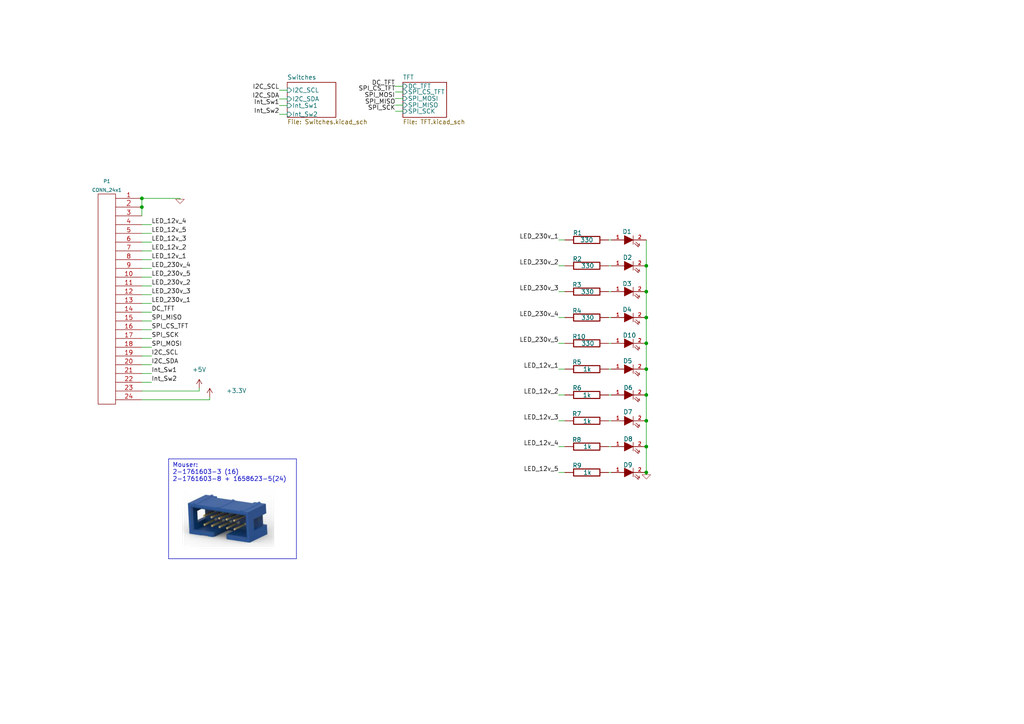
<source format=kicad_sch>
(kicad_sch (version 20230121) (generator eeschema)

  (uuid 7815d474-d18c-43ef-9749-eb74c9745b2f)

  (paper "A4")

  (lib_symbols
    (symbol "lsts-conn:CONN_24x1" (pin_names (offset 1.016) hide) (in_bom yes) (on_board yes)
      (property "Reference" "P" (at 1.27 0 90)
        (effects (font (size 0.9906 0.9906)))
      )
      (property "Value" "CONN_24x1" (at -1.27 0 90)
        (effects (font (size 0.9906 0.9906)))
      )
      (property "Footprint" "" (at 0 0 0)
        (effects (font (size 1.524 1.524)))
      )
      (property "Datasheet" "" (at 0 0 0)
        (effects (font (size 1.524 1.524)))
      )
      (symbol "CONN_24x1_0_1"
        (rectangle (start -2.54 19.05) (end 2.54 -41.91)
          (stroke (width 0) (type default))
          (fill (type none))
        )
      )
      (symbol "CONN_24x1_1_1"
        (pin passive line (at 10.16 17.78 180) (length 7.62)
          (name "~" (effects (font (size 1.27 1.27))))
          (number "1" (effects (font (size 1.27 1.27))))
        )
        (pin passive line (at 10.16 -5.08 180) (length 7.62)
          (name "~" (effects (font (size 1.27 1.27))))
          (number "10" (effects (font (size 1.27 1.27))))
        )
        (pin passive line (at 10.16 -7.62 180) (length 7.62)
          (name "~" (effects (font (size 1.27 1.27))))
          (number "11" (effects (font (size 1.27 1.27))))
        )
        (pin passive line (at 10.16 -10.16 180) (length 7.62)
          (name "~" (effects (font (size 1.27 1.27))))
          (number "12" (effects (font (size 1.27 1.27))))
        )
        (pin passive line (at 10.16 -12.7 180) (length 7.62)
          (name "~" (effects (font (size 1.27 1.27))))
          (number "13" (effects (font (size 1.27 1.27))))
        )
        (pin passive line (at 10.16 -15.24 180) (length 7.62)
          (name "~" (effects (font (size 1.27 1.27))))
          (number "14" (effects (font (size 1.27 1.27))))
        )
        (pin passive line (at 10.16 -17.78 180) (length 7.62)
          (name "~" (effects (font (size 1.27 1.27))))
          (number "15" (effects (font (size 1.27 1.27))))
        )
        (pin passive line (at 10.16 -20.32 180) (length 7.62)
          (name "~" (effects (font (size 1.27 1.27))))
          (number "16" (effects (font (size 1.27 1.27))))
        )
        (pin passive line (at 10.16 -22.86 180) (length 7.62)
          (name "~" (effects (font (size 1.27 1.27))))
          (number "17" (effects (font (size 1.27 1.27))))
        )
        (pin passive line (at 10.16 -25.4 180) (length 7.62)
          (name "~" (effects (font (size 1.27 1.27))))
          (number "18" (effects (font (size 1.27 1.27))))
        )
        (pin passive line (at 10.16 -27.94 180) (length 7.62)
          (name "~" (effects (font (size 1.27 1.27))))
          (number "19" (effects (font (size 1.27 1.27))))
        )
        (pin passive line (at 10.16 15.24 180) (length 7.62)
          (name "~" (effects (font (size 1.27 1.27))))
          (number "2" (effects (font (size 1.524 1.524))))
        )
        (pin passive line (at 10.16 -30.48 180) (length 7.62)
          (name "~" (effects (font (size 1.27 1.27))))
          (number "20" (effects (font (size 1.27 1.27))))
        )
        (pin passive line (at 10.16 -33.02 180) (length 7.62)
          (name "~" (effects (font (size 1.27 1.27))))
          (number "21" (effects (font (size 1.27 1.27))))
        )
        (pin passive line (at 10.16 -35.56 180) (length 7.62)
          (name "~" (effects (font (size 1.27 1.27))))
          (number "22" (effects (font (size 1.27 1.27))))
        )
        (pin passive line (at 10.16 -38.1 180) (length 7.62)
          (name "~" (effects (font (size 1.27 1.27))))
          (number "23" (effects (font (size 1.27 1.27))))
        )
        (pin passive line (at 10.16 -40.64 180) (length 7.62)
          (name "~" (effects (font (size 1.27 1.27))))
          (number "24" (effects (font (size 1.27 1.27))))
        )
        (pin passive line (at 10.16 12.7 180) (length 7.62)
          (name "~" (effects (font (size 1.27 1.27))))
          (number "3" (effects (font (size 1.27 1.27))))
        )
        (pin passive line (at 10.16 10.16 180) (length 7.62)
          (name "~" (effects (font (size 1.27 1.27))))
          (number "4" (effects (font (size 1.27 1.27))))
        )
        (pin passive line (at 10.16 7.62 180) (length 7.62)
          (name "~" (effects (font (size 1.27 1.27))))
          (number "5" (effects (font (size 1.27 1.27))))
        )
        (pin passive line (at 10.16 5.08 180) (length 7.62)
          (name "~" (effects (font (size 1.27 1.27))))
          (number "6" (effects (font (size 1.27 1.27))))
        )
        (pin passive line (at 10.16 2.54 180) (length 7.62)
          (name "e~" (effects (font (size 1.27 1.27))))
          (number "7" (effects (font (size 1.27 1.27))))
        )
        (pin passive line (at 10.16 0 180) (length 7.62)
          (name "~" (effects (font (size 1.27 1.27))))
          (number "8" (effects (font (size 1.27 1.27))))
        )
        (pin passive line (at 10.16 -2.54 180) (length 7.62)
          (name "~" (effects (font (size 1.27 1.27))))
          (number "9" (effects (font (size 1.27 1.27))))
        )
      )
    )
    (symbol "lsts-discrete:LED" (pin_names (offset 1.016) hide) (in_bom yes) (on_board yes)
      (property "Reference" "D" (at 0 2.54 0)
        (effects (font (size 1.27 1.27)))
      )
      (property "Value" "LED" (at 0 -2.54 0)
        (effects (font (size 1.27 1.27)))
      )
      (property "Footprint" "" (at 0 0 0)
        (effects (font (size 1.524 1.524)))
      )
      (property "Datasheet" "" (at 0 0 0)
        (effects (font (size 1.524 1.524)))
      )
      (property "ki_fp_filters" "LED-3MM LED-5MM LED-10MM LED-0603 LED-0805 LED-1206 LEDV" (at 0 0 0)
        (effects (font (size 1.27 1.27)) hide)
      )
      (symbol "LED_0_1"
        (polyline
          (pts
            (xy -1.27 1.27)
            (xy -1.27 -1.27)
          )
          (stroke (width 0) (type default))
          (fill (type none))
        )
        (polyline
          (pts
            (xy 1.27 1.27)
            (xy 1.27 -1.27)
          )
          (stroke (width 0) (type default))
          (fill (type none))
        )
        (polyline
          (pts
            (xy -1.27 1.27)
            (xy 1.27 0)
            (xy -1.27 -1.27)
          )
          (stroke (width 0) (type default))
          (fill (type outline))
        )
        (polyline
          (pts
            (xy 1.651 -1.016)
            (xy 2.794 -2.032)
            (xy 2.667 -1.397)
          )
          (stroke (width 0) (type default))
          (fill (type none))
        )
        (polyline
          (pts
            (xy 2.032 -0.635)
            (xy 3.175 -1.651)
            (xy 3.048 -1.016)
          )
          (stroke (width 0) (type default))
          (fill (type none))
        )
      )
      (symbol "LED_1_1"
        (pin passive line (at -5.08 0 0) (length 3.81)
          (name "A" (effects (font (size 1.016 1.016))))
          (number "1" (effects (font (size 1.016 1.016))))
        )
        (pin passive line (at 5.08 0 180) (length 3.81)
          (name "C" (effects (font (size 1.016 1.016))))
          (number "2" (effects (font (size 1.016 1.016))))
        )
      )
    )
    (symbol "lsts-passives:R" (pin_numbers hide) (pin_names (offset 0)) (in_bom yes) (on_board yes)
      (property "Reference" "R" (at 2.032 0 90)
        (effects (font (size 1.27 1.27)))
      )
      (property "Value" "R" (at 0 0 90)
        (effects (font (size 1.27 1.27)))
      )
      (property "Footprint" "" (at 0 0 0)
        (effects (font (size 1.524 1.524)))
      )
      (property "Datasheet" "" (at 0 0 0)
        (effects (font (size 1.524 1.524)))
      )
      (property "ki_fp_filters" "R_*" (at 0 0 0)
        (effects (font (size 1.27 1.27)) hide)
      )
      (symbol "R_0_1"
        (rectangle (start -1.016 3.81) (end 1.016 -3.81)
          (stroke (width 0.3048) (type default))
          (fill (type none))
        )
      )
      (symbol "R_1_1"
        (pin passive line (at 0 6.35 270) (length 2.54)
          (name "~" (effects (font (size 1.524 1.524))))
          (number "1" (effects (font (size 1.524 1.524))))
        )
        (pin passive line (at 0 -6.35 90) (length 2.54)
          (name "~" (effects (font (size 1.524 1.524))))
          (number "2" (effects (font (size 1.524 1.524))))
        )
      )
    )
    (symbol "power1:+3.3V" (power) (pin_names (offset 0)) (in_bom yes) (on_board yes)
      (property "Reference" "#PWR" (at 0 -3.81 0)
        (effects (font (size 1.27 1.27)) hide)
      )
      (property "Value" "+3.3V" (at 0 3.556 0)
        (effects (font (size 1.27 1.27)))
      )
      (property "Footprint" "" (at 0 0 0)
        (effects (font (size 1.27 1.27)) hide)
      )
      (property "Datasheet" "" (at 0 0 0)
        (effects (font (size 1.27 1.27)) hide)
      )
      (property "ki_keywords" "power-flag" (at 0 0 0)
        (effects (font (size 1.27 1.27)) hide)
      )
      (property "ki_description" "Power symbol creates a global label with name \"+3.3V\"" (at 0 0 0)
        (effects (font (size 1.27 1.27)) hide)
      )
      (symbol "+3.3V_0_1"
        (polyline
          (pts
            (xy -0.762 1.27)
            (xy 0 2.54)
          )
          (stroke (width 0) (type default))
          (fill (type none))
        )
        (polyline
          (pts
            (xy 0 0)
            (xy 0 2.54)
          )
          (stroke (width 0) (type default))
          (fill (type none))
        )
        (polyline
          (pts
            (xy 0 2.54)
            (xy 0.762 1.27)
          )
          (stroke (width 0) (type default))
          (fill (type none))
        )
      )
      (symbol "+3.3V_1_1"
        (pin power_in line (at 0 0 90) (length 0) hide
          (name "+3.3V" (effects (font (size 1.27 1.27))))
          (number "1" (effects (font (size 1.27 1.27))))
        )
      )
    )
    (symbol "power1:+5V" (power) (pin_names (offset 0)) (in_bom yes) (on_board yes)
      (property "Reference" "#PWR" (at 0 -3.81 0)
        (effects (font (size 1.27 1.27)) hide)
      )
      (property "Value" "+5V" (at 0 3.556 0)
        (effects (font (size 1.27 1.27)))
      )
      (property "Footprint" "" (at 0 0 0)
        (effects (font (size 1.27 1.27)) hide)
      )
      (property "Datasheet" "" (at 0 0 0)
        (effects (font (size 1.27 1.27)) hide)
      )
      (property "ki_keywords" "global power" (at 0 0 0)
        (effects (font (size 1.27 1.27)) hide)
      )
      (property "ki_description" "Power symbol creates a global label with name \"+5V\"" (at 0 0 0)
        (effects (font (size 1.27 1.27)) hide)
      )
      (symbol "+5V_0_1"
        (polyline
          (pts
            (xy -0.762 1.27)
            (xy 0 2.54)
          )
          (stroke (width 0) (type default))
          (fill (type none))
        )
        (polyline
          (pts
            (xy 0 0)
            (xy 0 2.54)
          )
          (stroke (width 0) (type default))
          (fill (type none))
        )
        (polyline
          (pts
            (xy 0 2.54)
            (xy 0.762 1.27)
          )
          (stroke (width 0) (type default))
          (fill (type none))
        )
      )
      (symbol "+5V_1_1"
        (pin power_in line (at 0 0 90) (length 0) hide
          (name "+5V" (effects (font (size 1.27 1.27))))
          (number "1" (effects (font (size 1.27 1.27))))
        )
      )
    )
    (symbol "power:GND" (power) (pin_names (offset 0)) (in_bom yes) (on_board yes)
      (property "Reference" "#PWR" (at 0 0 0)
        (effects (font (size 0.762 0.762)) hide)
      )
      (property "Value" "GND" (at 0 -1.778 0)
        (effects (font (size 0.762 0.762)) hide)
      )
      (property "Footprint" "" (at 0 0 0)
        (effects (font (size 1.524 1.524)))
      )
      (property "Datasheet" "" (at 0 0 0)
        (effects (font (size 1.524 1.524)))
      )
      (symbol "GND_0_1"
        (polyline
          (pts
            (xy -1.27 0)
            (xy 0 -1.27)
            (xy 1.27 0)
            (xy -1.27 0)
          )
          (stroke (width 0.1016) (type default))
          (fill (type none))
        )
      )
      (symbol "GND_1_1"
        (pin power_in line (at 0 0 90) (length 0) hide
          (name "GND" (effects (font (size 0.762 0.762))))
          (number "1" (effects (font (size 0.762 0.762))))
        )
      )
    )
  )

  (junction (at 187.452 114.554) (diameter 0) (color 0 0 0 0)
    (uuid 33c2f8b3-9ac3-41fe-859d-c51b6dee946f)
  )
  (junction (at 187.452 77.089) (diameter 0) (color 0 0 0 0)
    (uuid 34c088cf-5a59-4418-9fcc-9212af3d8d1f)
  )
  (junction (at 41.148 57.531) (diameter 0) (color 0 0 0 0)
    (uuid 3c7c5f54-a4d1-40f0-88a4-d454060a91c2)
  )
  (junction (at 187.452 122.047) (diameter 0) (color 0 0 0 0)
    (uuid 5fb449c9-7cf9-49c4-bc2c-5505c0720bef)
  )
  (junction (at 187.452 84.582) (diameter 0) (color 0 0 0 0)
    (uuid 63f7a926-3d71-40c7-9a41-a245c51982e6)
  )
  (junction (at 187.452 99.568) (diameter 0) (color 0 0 0 0)
    (uuid 745c66ca-1bbc-41a3-a965-841cd99bcf07)
  )
  (junction (at 187.452 92.1004) (diameter 0) (color 0 0 0 0)
    (uuid a628d3c6-5df9-4dfc-b761-65533b47ffff)
  )
  (junction (at 187.452 137.033) (diameter 0) (color 0 0 0 0)
    (uuid aa09d531-0afe-4fd0-9687-9b6dd0d4a627)
  )
  (junction (at 187.452 129.54) (diameter 0) (color 0 0 0 0)
    (uuid c4c4cb8c-4ea7-4274-b945-a938706a43e8)
  )
  (junction (at 187.452 107.061) (diameter 0) (color 0 0 0 0)
    (uuid f892ed02-83b4-4925-8c79-18fae37697c4)
  )
  (junction (at 41.148 60.071) (diameter 0) (color 0 0 0 0)
    (uuid fb093830-0e06-4e43-ab22-391da1a8fd99)
  )

  (wire (pts (xy 41.148 85.471) (xy 43.942 85.471))
    (stroke (width 0) (type default))
    (uuid 00df041e-314a-4af4-987a-122cd5cb7d63)
  )
  (wire (pts (xy 41.148 67.691) (xy 43.942 67.691))
    (stroke (width 0) (type default))
    (uuid 0237ad67-1bed-473d-935f-b142c8f67ee4)
  )
  (wire (pts (xy 41.148 103.251) (xy 43.942 103.251))
    (stroke (width 0) (type default))
    (uuid 04618870-f738-4eb9-96f1-dc9c9f228f1a)
  )
  (wire (pts (xy 176.53 77.089) (xy 177.292 77.089))
    (stroke (width 0) (type default))
    (uuid 0491acc0-3ab1-4bd5-87a2-a3c856e813e0)
  )
  (wire (pts (xy 187.452 69.596) (xy 187.452 77.089))
    (stroke (width 0) (type default))
    (uuid 04e29ed0-5a3e-4331-9845-fdb0ed430930)
  )
  (wire (pts (xy 187.452 129.54) (xy 187.452 137.033))
    (stroke (width 0) (type default))
    (uuid 05027b75-c827-474b-9a50-e9d09d2a37f8)
  )
  (wire (pts (xy 176.53 99.568) (xy 177.292 99.568))
    (stroke (width 0) (type default))
    (uuid 051d2fde-8363-40cb-8b49-afe620f8e923)
  )
  (polyline (pts (xy 48.895 133.096) (xy 85.979 133.096))
    (stroke (width 0) (type default))
    (uuid 0b9a20fd-055e-4c07-8d09-c6ef31094645)
  )

  (wire (pts (xy 41.148 57.531) (xy 52.197 57.531))
    (stroke (width 0) (type default))
    (uuid 186b43c0-7920-430c-bc10-45f302383c53)
  )
  (wire (pts (xy 41.148 110.871) (xy 43.942 110.871))
    (stroke (width 0) (type default))
    (uuid 1d4c67e2-8cd9-443b-ad8a-2378793006d7)
  )
  (wire (pts (xy 162.052 107.061) (xy 163.83 107.061))
    (stroke (width 0) (type default))
    (uuid 332bf012-521a-468d-8983-0739b5a246ad)
  )
  (wire (pts (xy 41.148 93.091) (xy 43.942 93.091))
    (stroke (width 0) (type default))
    (uuid 334b2e5d-d9aa-4a05-8ac6-e1f8f791f8e2)
  )
  (wire (pts (xy 41.148 88.011) (xy 43.942 88.011))
    (stroke (width 0) (type default))
    (uuid 33c3746a-b40d-4864-b6fe-449722524074)
  )
  (polyline (pts (xy 48.895 162.052) (xy 48.895 133.096))
    (stroke (width 0) (type default))
    (uuid 34a80467-98ec-457a-bf46-0a79334bb66b)
  )

  (wire (pts (xy 162.052 77.089) (xy 163.83 77.089))
    (stroke (width 0) (type default))
    (uuid 350b963f-f4ea-4689-b028-602aecd75503)
  )
  (wire (pts (xy 162.052 122.047) (xy 163.83 122.047))
    (stroke (width 0) (type default))
    (uuid 366ebdbd-1955-47ac-bdc8-c4fe06ef1c10)
  )
  (wire (pts (xy 41.148 65.151) (xy 43.942 65.151))
    (stroke (width 0) (type default))
    (uuid 3ef1422a-48c4-42e6-ad73-c48339c6bbfe)
  )
  (wire (pts (xy 162.052 129.54) (xy 163.83 129.54))
    (stroke (width 0) (type default))
    (uuid 3fd9933a-327c-4df4-be5c-16cec6bdbe3d)
  )
  (wire (pts (xy 52.197 57.531) (xy 52.197 57.785))
    (stroke (width 0) (type default))
    (uuid 43ffc54b-0cce-45a1-94a1-67c6933266d7)
  )
  (wire (pts (xy 81.026 26.162) (xy 83.312 26.162))
    (stroke (width 0) (type default))
    (uuid 455a0897-709d-4c89-b9fb-9bebbb18572c)
  )
  (wire (pts (xy 41.148 75.311) (xy 43.942 75.311))
    (stroke (width 0) (type default))
    (uuid 4ef3fdf9-c7cc-4135-9c1a-17137e6153d8)
  )
  (wire (pts (xy 41.148 80.391) (xy 43.942 80.391))
    (stroke (width 0) (type default))
    (uuid 4f6c7063-bc74-4c19-be0f-22770317bf5c)
  )
  (polyline (pts (xy 85.979 133.096) (xy 85.979 162.052))
    (stroke (width 0) (type default))
    (uuid 4fa0e568-241c-482e-bc50-623a12202d80)
  )
  (polyline (pts (xy 85.979 162.052) (xy 48.895 162.052))
    (stroke (width 0) (type default))
    (uuid 4faf722d-a87f-4d82-bd62-469025bac7e8)
  )

  (wire (pts (xy 163.83 137.033) (xy 162.052 137.033))
    (stroke (width 0) (type default))
    (uuid 53841771-5bd8-45cc-8dfa-c05b9978d75a)
  )
  (wire (pts (xy 176.53 92.1004) (xy 177.292 92.1004))
    (stroke (width 0) (type default))
    (uuid 5515caec-088e-4ebc-b674-b8c1f0306e06)
  )
  (wire (pts (xy 83.312 28.702) (xy 81.026 28.702))
    (stroke (width 0) (type default))
    (uuid 55ef3d7f-d10c-4ee2-95d7-87c5ac592fd7)
  )
  (wire (pts (xy 176.53 129.54) (xy 177.292 129.54))
    (stroke (width 0) (type default))
    (uuid 58fca1c0-6652-4088-b602-6267383a4616)
  )
  (wire (pts (xy 41.148 98.171) (xy 43.942 98.171))
    (stroke (width 0) (type default))
    (uuid 595a167c-b1b7-4c90-a410-2ef363b22f4e)
  )
  (wire (pts (xy 57.785 112.5982) (xy 57.785 113.411))
    (stroke (width 0) (type default))
    (uuid 5a497610-cb55-4174-a59e-858c4ba177d1)
  )
  (wire (pts (xy 41.148 60.071) (xy 41.148 62.611))
    (stroke (width 0) (type default))
    (uuid 62195e52-cd62-4bf4-8676-ef54e74ad2c4)
  )
  (wire (pts (xy 60.833 115.951) (xy 60.833 115.189))
    (stroke (width 0) (type default))
    (uuid 6450155c-477f-4adf-b9b8-271a6539f989)
  )
  (wire (pts (xy 176.53 114.554) (xy 177.292 114.554))
    (stroke (width 0) (type default))
    (uuid 6aa56fac-800b-41bf-858d-353906ed6037)
  )
  (wire (pts (xy 41.148 90.551) (xy 43.942 90.551))
    (stroke (width 0) (type default))
    (uuid 70a9c0d7-2a5b-4c5d-9730-8826a82a8983)
  )
  (wire (pts (xy 81.026 30.607) (xy 83.312 30.607))
    (stroke (width 0) (type default))
    (uuid 722a8f83-a3ab-4b06-b096-ecd50cc449ac)
  )
  (wire (pts (xy 43.942 77.851) (xy 41.148 77.851))
    (stroke (width 0) (type default))
    (uuid 74531a40-e01b-4b1b-ac73-c21359e24085)
  )
  (wire (pts (xy 41.148 115.951) (xy 60.833 115.951))
    (stroke (width 0) (type default))
    (uuid 747f4d63-6ec2-400e-9b1b-66037a40b0d2)
  )
  (wire (pts (xy 114.554 25.019) (xy 116.84 25.019))
    (stroke (width 0) (type default))
    (uuid 74bbbdc5-5ebe-4fa4-90bc-2f72521d9a26)
  )
  (wire (pts (xy 41.148 82.931) (xy 43.942 82.931))
    (stroke (width 0) (type default))
    (uuid 76dcf77c-5f3f-4df9-951d-eb1bb0fe5398)
  )
  (wire (pts (xy 41.148 95.631) (xy 43.942 95.631))
    (stroke (width 0) (type default))
    (uuid 78401ec1-03ed-4200-b0a8-1db423a90be9)
  )
  (wire (pts (xy 176.53 137.033) (xy 177.292 137.033))
    (stroke (width 0) (type default))
    (uuid 7a1e76ac-ff48-4013-bcf5-2f94f0344f20)
  )
  (wire (pts (xy 162.052 84.582) (xy 163.83 84.582))
    (stroke (width 0) (type default))
    (uuid 7ae63423-1cbb-4ea4-a6f8-f72e55874d00)
  )
  (wire (pts (xy 187.452 137.033) (xy 187.452 137.668))
    (stroke (width 0) (type default))
    (uuid 7bf66285-bb04-41e0-a392-b24df959f5b0)
  )
  (wire (pts (xy 187.452 122.047) (xy 187.452 129.54))
    (stroke (width 0) (type default))
    (uuid 8477c30f-2c44-47d2-bcab-1eacc8d0453f)
  )
  (wire (pts (xy 187.452 99.568) (xy 187.452 107.061))
    (stroke (width 0) (type default))
    (uuid 879aaa85-a3e1-4c80-9a2f-89c2c5b22ff7)
  )
  (wire (pts (xy 176.53 69.596) (xy 177.292 69.596))
    (stroke (width 0) (type default))
    (uuid 8abe8a3e-73be-47be-b15b-7517c4b71e94)
  )
  (wire (pts (xy 176.53 122.047) (xy 177.292 122.047))
    (stroke (width 0) (type default))
    (uuid 9dad2740-a268-4050-bba8-0f1423add841)
  )
  (wire (pts (xy 41.148 113.411) (xy 57.785 113.411))
    (stroke (width 0) (type default))
    (uuid a1c7ef02-75b4-4c4b-b168-297404076952)
  )
  (wire (pts (xy 162.052 114.554) (xy 163.83 114.554))
    (stroke (width 0) (type default))
    (uuid add1c128-34d9-425a-9687-bea9eb1886ab)
  )
  (wire (pts (xy 187.452 107.061) (xy 187.452 114.554))
    (stroke (width 0) (type default))
    (uuid b008d7a4-7708-4049-9c6f-2d1888235cbd)
  )
  (wire (pts (xy 162.052 92.1004) (xy 163.83 92.1004))
    (stroke (width 0) (type default))
    (uuid b0365d39-aba3-4292-a2c2-af8eabba6a6f)
  )
  (wire (pts (xy 41.148 108.331) (xy 43.942 108.331))
    (stroke (width 0) (type default))
    (uuid b23edcec-f8ed-4371-afed-f21cc42a6ca3)
  )
  (wire (pts (xy 187.452 92.1004) (xy 187.452 99.568))
    (stroke (width 0) (type default))
    (uuid be6e3fb9-00ef-4331-ae69-965053d8925e)
  )
  (wire (pts (xy 187.452 114.554) (xy 187.452 122.047))
    (stroke (width 0) (type default))
    (uuid c8018e00-b6ff-44f4-8421-2a442419b94b)
  )
  (wire (pts (xy 114.681 30.48) (xy 116.84 30.48))
    (stroke (width 0) (type default))
    (uuid c866ffc4-324f-41bc-9152-346d4e2fe057)
  )
  (wire (pts (xy 176.53 84.582) (xy 177.292 84.582))
    (stroke (width 0) (type default))
    (uuid ceebe34d-bfee-41f8-bbec-f45cab844282)
  )
  (wire (pts (xy 162.052 69.596) (xy 163.83 69.596))
    (stroke (width 0) (type default))
    (uuid d797de50-41af-48ec-a062-080061edf90b)
  )
  (wire (pts (xy 41.148 70.231) (xy 43.942 70.231))
    (stroke (width 0) (type default))
    (uuid ddaea0e7-aa7d-4d68-b54a-774ea7456c10)
  )
  (wire (pts (xy 187.452 77.089) (xy 187.452 84.582))
    (stroke (width 0) (type default))
    (uuid de8c0d4e-a868-43a4-941e-afee46042afb)
  )
  (wire (pts (xy 41.148 105.791) (xy 43.942 105.791))
    (stroke (width 0) (type default))
    (uuid df735c03-48eb-480a-819b-5b353fe93ef2)
  )
  (wire (pts (xy 41.148 72.771) (xy 43.942 72.771))
    (stroke (width 0) (type default))
    (uuid e03c1df6-bc2e-47f3-a937-06b06f7b4042)
  )
  (wire (pts (xy 83.312 33.147) (xy 81.026 33.147))
    (stroke (width 0) (type default))
    (uuid e4546353-1078-42c4-9e44-fe1e85c618fe)
  )
  (wire (pts (xy 187.452 84.582) (xy 187.452 92.1004))
    (stroke (width 0) (type default))
    (uuid eb9d4348-fe81-4a21-ab65-8265262110c6)
  )
  (wire (pts (xy 41.148 100.711) (xy 43.942 100.711))
    (stroke (width 0) (type default))
    (uuid ecd9ed5d-fb83-4a32-ae71-2ea57bf37c55)
  )
  (wire (pts (xy 41.148 57.531) (xy 41.148 60.071))
    (stroke (width 0) (type default))
    (uuid ee0343c8-75fa-480f-b833-6ee00fd8b061)
  )
  (wire (pts (xy 114.554 28.575) (xy 116.84 28.575))
    (stroke (width 0) (type default))
    (uuid f1f34949-df85-49bb-ad7d-f1c03efdf6f1)
  )
  (wire (pts (xy 116.84 26.67) (xy 114.681 26.67))
    (stroke (width 0) (type default))
    (uuid f221be9b-459c-4545-8d09-cbe3df045117)
  )
  (wire (pts (xy 162.052 99.568) (xy 163.83 99.568))
    (stroke (width 0) (type default))
    (uuid f7a36429-bfae-4fd6-8996-9e8733c01c0e)
  )
  (wire (pts (xy 116.84 32.258) (xy 114.681 32.258))
    (stroke (width 0) (type default))
    (uuid fa5cb770-d8a9-4e14-9b98-e362d25fdb56)
  )
  (wire (pts (xy 176.53 107.061) (xy 177.292 107.061))
    (stroke (width 0) (type default))
    (uuid fb454db6-aa87-43ec-9436-ce71d80e2676)
  )

  (image (at 66.167 149.479)
    (uuid 71598456-b258-4526-820c-0aa52ae69d70)
    (data
      iVBORw0KGgoAAAANSUhEUgAAATsAAADkCAIAAABooRTeAAAAA3NCSVQICAjb4U/gAAAACXBIWXMA
      AA50AAAOdAFrJLPWAAAgAElEQVR4nOy9WZMl15Em9rn7ibh7ZlYVqgAQIEEOuKI5VE+T3S31NjTZ
      PIzJ+kVP8zhm+l161qNMZjKb5zGTSZpWN7tJgsS+A4W1tqzc7o047q4HPxE3bmZWoTYAVejrpBVu
      3iXixDnHj2+fu5O7Y0tb2tITQvxND2BLW9rSfdCWY7e0pSeJthy7pS09SbTl2C1t6UmiLcduaUtP
      Em05dktbepJoy7Fb2tKTRFuO3dKWniTacuyWtvQk0ZZjt7SlJ4m2HLulLT1JtOXYLW3pSaItx25p
      S08SbTl2S1t6kmjLsVva0pNE6ZsewJaeGDo3lZqIvv6b3hd91SP8mmkrY7e0pSeJthy7pS09SbTl
      2C1t6UmiLcduaUtPEm05dktbepJoy7Fb2tKTRFuO3dKWniSiJ6Ve8Z3Geb/Rtq/6eb+p8Tyq+557
      nSdlk3wpnX26x+3R7rSO/Ti3CIotbdDjtoMfLX0Lnm6rFW9pS08SbTl2S1t6kmjLsVva0pNEW47d
      0paeJNpy7Ja29CTRlmO3tKUnicjMHvYSjzT/8H79749b9uO3IH6wpceZtjJ2S1t6kmjLsVva0pNE
      /yowT0NN9XHTore0pfuibz/HBrt+IzWKtrSlR07/KrRid3fz9eutc2hLTyx9+2XsvVJw8T0L3fCw
      88Zfwwth4/MtbekR0beKY4fC0103PiMb8M8GI7k7YFQ49hTLDlmR+39t8DHFjToZDt5q2lv6CukR
      cOyD+XUeuWo6sFcNgCLHC2KYqZoBEE5EwlxxYTwzNwGBeh50AOi5nQywk5NjkmpcL8ycOSkoG5yM
      iQVuZGwONyYG4MZOIJJH+3Rbukd6VHnUj4oe+XgesYw9O76vc6aKvUpmBHc3IsDIKfGoZlFo6xCq
      CWiLUGQQA4ARAIaxM8iAFNzuwNHxUasgNacm8bjJRELMUIgCCmLAkQFnz+sLbmlLXw19q7TiIIMY
      4HAHGwHO+0fHe/MFQ1aKtoEwIADABCYIg4gZMGcAcOGO6RRIk3EicqBp8MGHXxwvcz2e7F3cm0wh
      ghScjorILU6r8s6WtvSV0LeNY41CXsKRDGxODownCwU+P8S773703lsfzmbTxd6F2XS2d2FnNq1m
      cySGAELF89RrBQao0Y399rXX3nz9jXd+99s/Hh4sJ7PFc88/86tf/fL7L3zn+99bVAnsJEhOWoT1
      lrb0ldEjwBV/yQ2+rG7No7q+uxvBzYnZAHNkhSRk4OY+3v9w/w9/fPXll1+7fv1azmZqUldXrjw1
      n892dxfT2exnP3xxVKXxpK7rerGYiKAeQxJefe3aG6+/9dobb964cdA05kgEAdmF3dnf/s1f/Okv
      fvz0U1iMQICqujaTeuLuOWczY14L25S+isNx02P9AL8/szj8hEe+vvV27GPOsXfckeHadTrn+goo
      cP1WO51Xt4/wzntf/H//8PK16/sffXrj5HhFid08a25VHUpEkkhAq+Oj6WS0WCym09F8vhhPxrP5
      fDye/uZffnd0uLp9dEyo9nYuAcnAuVmdHN/87vNX/vqv/t2v/+anz15CVRTtjfBQ27b966+DY/3M
      VNOXTPKWY79q+tfCsRGbodg+zv2m7HaglfdpI5oSwm3ZrJaZl5j87pW3f/fbVz/59ObHV280LRNG
      9Wx2cHSQRlKPR5ISALPsqgDYDeaqmrUxNUlSV2NOtXAyJOZEPFqe5KaxvMqA1ZUDxy/99Pv/03/8
      2xe/V09qjGpUBHEXciIioq+LYwHwOex6L78/w6Bbjn209Lj7ih8pWYm1dKFUsoGwdQ55FhI16Gjp
      q5UdH+XDpf3v/+W/vP/R9es3byeeptFuk7NzndJsPCeFrgy+zAwQEVEl5EoAOVU0Ge+wsCmaprEl
      jNwtt+3K9IhIiCqA3T0b2pW9/ub7zPyLn//g6afmV57aGY9oUkkdcpsxGlcAQCB37s6f7tQZMFt5
      osESfpls3NK/WvrGZOxZ8hCcZSsbYIQMMqcMgCHw1MnbCgQQDLgNP4GZyfLYT47s1Vff+d3vX3n9
      zfdVJ44agIHdHWA4G4ES1N0suzs5mCRGSEzsgDMREZOp5SJ7AUBNTc2dspk7nBnahlLJbrPFWOAs
      SEwvfu+FC7uzp5+5tHdhtrOQi08txhU/9/SoUlT9TJD2EWAD9xJyQ74NmHaTf89dL4YTzrL5eXMf
      J8OdXGR8zlXuRlvI59dMTwrHGqMCGJ4QUi6jWeEExjO+Dnz66a3rXxz+v//37z777Na16wfkE9Pk
      nQZhgYiggksyCrkN7oS2EaTYoQyAnVUNZJqza47fmpq5uxu4BI0ACISYqlRVVRISERYQXLMeux4Z
      He/t1k9d3vnVL176n//DnycABPbg2FxuDQYSvEjgwWR5L3TvlWPvTt3n60m4w4W+5DqbtOXYr5ke
      J624eJPKX8EbAIBkAKEC2CgRCA4nUIKA//jutTevfvjKH998752rua205dwyUSZOcOsiPVhv9NCt
      i4Jq5HAwO0Cx+RRgtRxgjKyt5WCtDT4RECUhIuYKgBPlrMakmvf29o6P9g+Ojo6PbpgvP/385Lmj
      p/7kxz9WggCgwEMaYGvQI3Jnjg/4heyOqnGP0PKBmRAceOonG2zpG2/eicG3DPh40+PEsRvERCnn
      nCQZAHBLCR3fjAk3TvDB+9c+vn79v/7TP127fXTzxv7Bwcl0ciFJGo/HqmTuDgvN2eHodM7eydy9
      7sTsWtdQN8s5q2rOOQQzS1EW3B1u7hiNJwAYHMAJhZsbtL366VXLjVmDqppPZ19c++T2kWaMlZDL
      zYjBQLLBKcDh9/YBIwU3MmFDiNn6ow3qUNOnNZozvx3M8J2mfkuPMz1GHDvUn90dniybU21qByfN
      krSejaqEVYt/fP3zt958760337t+8/b120eKRJgvxgt4yi15bkUqdwv4BJ2Kejij1zO5mHTuHpqz
      u7k7mZtp2zZmJiAWZk4iTBBJqUCGmd3dyAC4EYjMlZizads2h0cHy+WxJGqbvNitjpZoHQQwoAaY
      mLsQCzMxu5mruVMiJyIhIhq6wAmdyRCOsu79c9XjUyJy8B064+sCHIRNrXsz9WErcB87eow4doOc
      3VFXNSdI4nkaAzgxvP7WzTfffPvVV968ef3o+s0D5tp8Gl4lOME5tqxmdaYz2/eUqxmmCsCc3Nw8
      A3BzNROQuxOTsCTiqqpEhIkD3x+y8VwENTFN5rPRuKrGo6ZZXrx4sWmWdV3fvN289S4WI8ynGI0x
      mYA0rTIs4+IELtKKuMEIRICDAeh5eqvzgL14k7/65KRzuXTwfmeEw+neswu39JjQ1+B5Or2zu/ud
      q9qVUz88nwQwY3mIL27nT5cn/89v/+W3v/399RsH8CQ8JlTw2rUCGMUhDIUCMDKitecGZJ0myf2L
      nNdC1d2L7eqZWbiMnIhIODFLJ9kKS/TZOUYGsHbcy0zMTG5mFuMhouPj48sXdl564fn5mKezejSW
      py7vzaejnZ3ZZDre2R1VgiqhqiCMOGbYUWdwtzRETsSdT/suim73sOd+oXvfASCZhwUObMrY4TsM
      J+/W5Q4ZDlvP09dMXzXH2llfcdzPy84EYMOjXtfxSWiLoyNcvXrjnY8++T//r/+6f7Jq1VOaaGZ4
      iv+7SclZLdl2Wm4i52YRcRSjUIOpBl+pxkmRI1OPmYU49GBiJgzz5hiAkwFDjoUO1O7AUTERES2X
      zc7OzuHh4Yh5Ql7BQdnREmmqZTqt6jo9/czl3d3dy5cv7+7uPPvsM3ER8eb5C3VyiIAIRBAqbjii
      DafRmn/XbLdeUOod71Ts4TI/LPAaTr3HuH+C7myLwNWQmflcb/SWY79meuQcu3k1srOKV5dYAyv7
      wQwYo3ZgBTWXZoW6wmqJ19/8/OWXX3v5D69cvXYjT6ctJXaG14QRPK0FZi89/NSuNWcCQCYRaAWZ
      WVY1M3V3GJlldXMoAGYBO3mIyiSS+PRxw+jsbSt8S6frSDEBFvwcj0dEDKsM5OZkkXPbjbm8NgJg
      8/l8NKqmi8m0lh8++8yFxfTKpYs7u/PJZJKYREQEezuJGVV3rAX/xl8KuMHMuzAWmFxYWLrJsZh1
      Ize4qZmDSVi5JmIHMjLBCM6wSHCiCIB3vq6zknbLsV8P9WWPvkqOjT09yIQZlG4gA5mbERw4ODyc
      z3fGSC1wkvHFZ8277370/nsf/eNvfne8zE2r9WJxu1Wl4NLgWF6bbcEDcT5sjiTeIBWALVJnrTXL
      ahbsI4mdTM2ISJi5IjUTCBERdd7ajtjvhWNDGZZeOhE7O8TWcxLkPdOSGcHUsjYiNBpVTJ5UK7LJ
      qKrrNKrq+Xzy1MVL8/nkpz9+kQWVJBEspnNJMq5YEhZzqCG30Iz5FEzFRaFAVpCBSigY5E6sJAQI
      oK2pUtWGNk5EUIYRjGEC5mDaLcd+0/TVcWzQQDGL/Q0MCqvAQQpSJycyQAEBTlrc3j/58IPPPnj/
      03/6599/8N4n9XgOToakxC2zicDZkQijgRls8Rzk8DOwgFKHLUI9aiBzV3M31ciJFRGpxawgHUkI
      ncZ7Hq05NuxzYj+3VmN8h/3063Nmqpue/gosIFPPLZknRlS0cVchAuV2tT9bjC7s7E5nk0uXLl3Y
      2b1y5crehZ2dnXklqa6lEk5JauG6RkhXDl3aINyHfXF0fLy3MwVwmHHrcLV/eOzAbGc6m9aVUE2Q
      AHZs6sZnFeMtx3499FVz7GkygsO8pHuzAy2QPd7HKuPWzfzmW++8/fb7b7/1/s2bh4dHK6JqPNnJ
      RtmQQQZ2YiM4mFChG/5QMaZBoDKe0KFu3ixbD7jSMAQqIuFdSmAuLDq0Uc+jR8KxGy7r4SHTh3zJ
      dbVa1Ummo3FVp6ODA7Occ4Y1exfHbo2pOvT69etVVU1GdV3XVSW7u7tPX760u7uYT6dPPfXUlacu
      VVU1ntTTab2YAsCoWt+egJHg+gHeeu/j37/y+hfXbxj4qacu/vBH33/28sVnrixGgpEgOchP52GU
      sW959Wukh+fYL8vMdColGQhGUMDgqkrm5CCpKOEEcOCjj/UPr7zx7tsfvPXuhzeu32ROTCOSBE/Z
      WJ2c2BDSgW2YYVeAfmsuwqDEKYqAVXc7OVy6OxEBFvquSAJAJEyEBOqVvcJYg2ve4RmLD5zuNnuC
      oUaN9dXWJ8sGx1p3r+LO9t7WBcjcndxAmWFRHKd8ujaJw9VkHeDRALz44g9ms+nezmI2m+0tdsbj
      8Xw6Ho1GO4vpJx9//sprb7zzwYcffPyZETsYsEt7Oz968bt/9as/+8mLF3amsAw4hKB5VQnVdd1N
      bCkoS9tKdF8LPWKOPRPBKUH/HnSegYDlVklGhAwcAa++c/vNN9798OoX77718e2j1fHhyoh3d3dz
      m1erNhsRapIU0pWIjKzEHij2q7krUfEVh/ZLRO4aG8rMHWpqBSNhSkQCliRRGIYCR0X6dXMs1kxb
      KkwBcR4NvlNgjLbhVyvc6Ju14/qRkA/wj24AzJWZKiEino0nqUrT8ahKybI2WW8fnRwen2SX4Fhy
      HB/d2pmMfvi9Z//yl//2T3/x4uU9LCZQR9vkxJZIuuBXP6RvjM6iOO8l4/DBfvWN04NzbCcTbAD6
      67AxkSIzwOQ4QRlKcIcRwjo6PMxXP7v+m9ffe/vDT99656PlMY5PAK9BYyIyP2GWejwhktwiG4qM
      RYHyEztxCE/tvLLs7m2r5MbEam0RAt22Drnq7szMHqqwDLh0EJuJmNDAw+R3WM8H5dj1G/EfhRc/
      NmDnxTzL/Z03a7s6BmsR/3ZRGetuZ0RUCYPMVVXbnDN7MQdEqrquOdXZ+fB42XPsznR84/NP8mr/
      B88//ctfvvSnL/34hecvCPLFCymJC8jCace0hm1+E0R+Pu8Nl8vXnpMOTE1n8QHrnxQBM/ioWBC2
      trwc69d3pA2896OxOh+QY61kdJWtIoaNByye2a4Yg8EJLUEZbnCgabF/q3n5ty//t9/89p3Pbpxk
      bhprM+/tPt1m1hwIgZbY1akEWkmMhr5KG3KsuUcAxozyKofVGqGawDAJS7BrT51tOQB7fTMcWyig
      TZ1/7hTH9tCFqKu6lv+FTzaCWzYQs+WOahkAszMoJQlboPPGwc2zo80OrohTKRDr5nmpzSHyyZXL
      u3/y0x88fWlvPk1PX5nt7c125ws3n86mk7oajYpnq3/Knhl4AJC+e4o8rfdPp957BL1Pf3M4OVw4
      ljc+Lxy7BmO6+VoNjIPsDiAvL7CdEmaz9eCZneF82vf2DXKsqp76bIh5GJ5Itkb9hckUk2FAhnkB
      rAd3cQ1nZF8pjSY4BpYneO/do9///tUPPrz67kdXD5etS62UIjvUwegg9TE3aoAzuIKzM22G7y04
      Nmd1d4aauRnc3bOZKbH3yI3gVwERk0jt7rhrJeE+V/YO03YP5+tD00B2bSCBhxIjMn7XEqPXjQcU
      Z1l2w7oCBq8tfKNQTJpsnIRIVM1yY96wGyGPKqkTJyZmEHtulvP59OLu3mw+f+bylcVsfmFvb7YY
      TSc2nlTz6XQ0qgQYVRiPManABA7HgsINajDLUT0gpa4AVmwpc0cDauI0VQUT9YtOSFZsq+7UBpOj
      UiYbgEkKr5qvjQjAK/MyD+QOMi55l0NvAsdvnWz/6GYapbqWGrKvhwvZEYxW3iQdUb//iiZjAyDd
      XVfT7npi3T/dL8cO8TSbHIvwzbI5E9UBZVfC4Qp/fP32a3944733Prr2+c2DZXtrtfKUUjVyLrik
      khMXsL61vccgcScnwSASGMqwuZuZqbpls2yGlFJwLAsROUdqOgOAhLeWqyeEY4fO51Bx16CuMhB3
      oM/pRQioHkEWQyUip7LRy3NB3F1Dyhq5e9bcrHIcdzB1dxarhFJKlVBYrd7dmomqkNKqBEuShHSx
      K4v5aG/vwmI2G41GF/d2nrn89MWdmWA5rn0yHU9qYYEALGAGM8jhUZzWUaLCBHirunR3NYOzSEha
      CUej0VotcrAYxDYWyQFQAFRK4rE6wys3EBEIHJ0foEBxNHaZWxw/t+QOa6GtNwqvqJpgTEDjygpB
      F2BngMwG6sCXrObXzrED0QbrvLFGkfkdHzgAt+AkiEPGjGPFtWur/f3lP/321ffevfrOOx+slppk
      bFxlqZSgzAYwUe962eRYAMwQI3YmOBvKPjZ3d9Wc1WBqQqqmTBy2KVAy4wKLWy6EdczGT2uem897
      d8/n48ux6GVsp9FxsReKry58geTuRmjbYuq3qqq5VFtnFqFELIlSSuRlJD3wS81cWwAiAlMzhemq
      ORqNqp35dDweHx4eVsLjWirBc888Na54Mh1NRtWLL744qurRqKqqylzHVTWdTeq6rpjqhNEYleDg
      OAOWUjkUYMbEvdetRMgGT3rKHPXQZrnXNVgdbuIWDoviqpTep1gOuCJsjZAdS8WywUnOuc0AV0Lz
      aTWtIQ6Gsxs6J+W9F7mlodXpj6BTxH1wLGCGAugDmIyYy7GnDo3C+IARhPDam7f/2z/842tvvPPp
      J1/AE6EiqgmVcWUsGaTcY5J64enwDY5hSMQ/jBBuYlUzbyPDRrO5h4VhwkJMKfwh7ETM7P3gydcO
      ksefYzf123vl2HOqIhKdetMUqtZaNi2JCtkV5iwQlpQScznkmGNhCsf2MjbVQuY5B3el8Myrqbtb
      bjVntSzklVCVkBjsRjBhHo1G09lkOhpfuLh76dKl73znmUsXLtRSjSfj2TSNR1g1NhrxbIZJJBJ3
      ZlYpD+RAmE9rKwBDWFs3CcGxYWSRG6tvbGHqsNmnrOuA8Xz8mX/08bXX337v448/n1ST5597+ucv
      /fAHL4xGoSPQkmGEunj1ydwHKufp+e/s52+QY901wn0A3CkrtY2nujbG8QlkjMMlmowPP7j2j7/5
      3cefXLt69ZNl01bVGOWEEiCZSyY2IRQeBJzXfOKMDS0iJlgUrgjgvpmaoTU1d7hRQGeJAj/rVOo1
      ocRv2N19mLl+Jx3lm40rrtGO5mezc3igfQ35tkdNetRVd+4rJA9xHf2/AfY6aVYRnQ72NLfEVFUp
      SSIiXxe628iP7QLa3Z/c5Xj4Wmp1z+Lk6mqJQW7Q7GoAqopZ2DX3Jvp0NF7M5rt7i9ls/Nyz35lO
      xxcuXNiZLxLxqKonY1Qj1GOkCnUqbMaMuhtFNrjDOj40B8iJyNRX2bTFfC4HRzg40vfeffekWY3H
      4/l8Ph6PR6PReDxezDAeQR2J8OlNvPnmR3987cMPrl7/4KPPjw5XtdRPX9r70b955ic/euYvfvni
      5QsA2pPjg+loDq/6pQEA0o0/O627m7f4zyPrw3Q/MtYKDgKAOTsqJ0qCJbB/hKXij698/PIfX/3w
      o08//vQanI2YOYHJSwEzgict6KUuphrrzbT2BncMFvtM3Z3YzZVylx+n7kpMbk4k7EhVAlhY1qkq
      Hceeg4W600Q8NhyLDrEM4D44FmyD6s1dfMs5MJrmgcQ0s2xmbmFHsLC7J8Y67WGgQZziWGDtV7cu
      +w/OPaal18DJ3C2zB9NiPp9bzm3bqGZ3JQcocN3ORCLgKBrAXKWqElnM5ru7u89cvrJ3cbzYpclM
      9hY7s+lstVpNJ6OdXVlUyBlMIIEA+ydgBglSggAZaFo0LT76cP+d9z58/70PP79+4/D4JNX1aDSq
      6/rKlSujVI0ndV2nS5cXy+XynXc/fu2NDz/6dJ9olupZLZO8tPbkcDJqvvvc7H/89X/3V3/9092E
      g5Nb03rBhf3cehQdGQcQNFYzliuc3o+aY+8roz2U/i7V2ikbbh3iw08OPvj4i9+99sa16/vXb+47
      VfXkQttqc7xSmFQVpwpAmKPuZGCQFcOEAEB6rx0Q8RQ3D3kKQJHdXOFmViwrYSbixAAEiYiICXC5
      A9rhmwzzn6bTGnXHY8V1d991T7sqsOvCa+4AR26SO6zk/XrOGlocVylxQL4o8nrozKjOUoczixxD
      dFEbBkW2ZPERGIGIISBXd42c+ZtH2bNmVXdUVZ2IAaNEDDLzbNk0Dmm4NwDkxlI+vlm//bFU1jbX
      JrO0s7MznUwuXNydT2c7O/PFeHR5Z28sUk2qqpLpfJYq1GO44Vhx4xY+/+zmjVuHv/mn335xbf/a
      tRuGdLhcxQmVJKW3vxCWxHBXpYZZOFWNcZrutZkP24zl0c54Nzdy4+jk5P2b03/mi1fm//Znzytq
      6y0Ripq2saZsFJGkOG0H8/aoN9+XcOxGfNwDeWhgcZVM+OyGfnD1+j/8yx/+5Y9v3D45Ma6FE9xU
      QVTxqEpStdZ2pc0cEIe7GxMzeUQOzQzMidjdjDge19yzqWc1d6euQ4cbMzMTkTOoyyLrPC2DGOC3
      gvgOr4crcvY7RITc5hCr7h6V5ULGBoYEgLB0xxywGTq7T7LNsRl7dzEm83V5OU7VdDImoqZpcgfe
      atWYWGQMV1UooaoTC0UNkIaIDIcNjizvL2+LHB++/q6wpJpHzM/sXJhWo9lsMp7Uz33vu6PRaDIb
      j8ezxe7Oe+998Ic/vvree1cPj1fwZDJ1pMliYU7u7uAMymZLVUl1Xc8b1dXxSp1cEiiBHJKufvbJ
      lcsXprOnvvjsndff/fiZl98mSRcW0+NR02OH9nZrg8QpFlzKoZnDCRadXWCDzmuPgs7Rijc+3jSo
      yc18BUrg+s0Pbv6v/9v/8Ye3rmaeoJ54irBqgopoIhOCZDcSONTIiMTV3KDahq9SyAFLVZVE6lQx
      M5OomWZVc83q7moKwAkCxBkZfuDYceg8mV30ouyVfsBfhn7+euh+PVUGhNl/joUiwxVxcTc1MzVO
      lREDpqqr1QpAYL+kIDQAwN1YpKqYiJIEQvP0vfmM3+vsGNx9rRUPMUNMfUFZdFAWIuJB7iEGdnWp
      FjBwI3W/7BFdRqzo0Kn9mMQxNpLBSBXaBaW7eCwxPBkSPDmSIRmVAG9Y3aF5DHzLYsqtmhtZVssN
      vGU0bKuqancWo0tPLS7M5xf3dubT6YXdxWI6393bHU3q6XQ2GstohJQwqlFXSI6K4ArLLbP3eSb3
      0m/B/Et2y/3IWMDhJNVKcXTUfnLt5keffnH94BhVapdOkwRndmZPI5tUQiKJSEJyGjg03Zy1zY2Z
      waK/q2dfVSxmlqpK2HJ2bVtTqGnR2USYSMiZmQs67qv21j4mxJtqQ8FF9SlBJOQdzswMjTZmEWXr
      nMks5CAi6WpBMos8CpOKvdQqMForfmK0jgfDi7PKN8pJ9RgyonNKopdKd/HNEkcYvNW9747s3O/N
      7tzJQO7jsQA7JXgyKtB0OBuYqGSVONRN3Dnm0I2yqoZa55k5EzIDlOpUT7PRzVs4uH34yecHiSkR
      s/B0OqsqGY1GVcXf/d5z40lazOv5KE0qno3qy3uLxXwkMgCBPwq638psbKV8BDvSF9f2VyutmJer
      zESAsjPUsuuYJ6nSlMQAJ1gcaWpt2+bcqhlZSaYhdkgxtKJ9hmoOnc3IiCmlkBJMfQ3SXpo6iAjm
      5bgv+onb5llzFin6zdG9njV0qjzM8BKdbAufkrmp2mrVuodBYswCNyFOcW4WpcO6BgiGztN2zg3u
      IAc2sCWDhxjKjVMRjlMK2r1Q+NIU68g8hR9noP+XA8IHYRNH8WISr3V8LyzawyTQDT2+Yc5mZhmm
      ARJRs+zeEoxFhRCqHFNKaQSi1dJWMCGFq1kLc6JbEhWGhF9745265tG4GiVQbq5c3Pkf/vzP/uwX
      P56MkJUjlts5gB7qyLzvWoqmLEKLGS5dfrZpLPFoNJqtvNUAgTjDXc0aXZq2KhKBh56FzEzNbMix
      cPVsqsTMlEKnZSYQVyLMHGhYdEHCyEuNd2JTn9pj3z75uxFWGXBB0zTRXsTMctMMv0+EqmJmCfAQ
      Fb/Ik2HoD/OcoqD8KXRRqQhPaxD14JMSRYazIUUvQgwL37jZINlLs3k2h5o3oCzIUaCDxYgoUQUn
      JmJOqfAwOCQAACAASURBVB6Ra9aGrK1GkwhTB3wsuy+XKz1a5ubY2mVeHu3Nx4vZ/C9+9ePGwE5G
      DDB/mcZ7L3SfHOvsBha0gFAFq0f1vFkZUx3FOxH4fXdHm7VVIweH/QCAQRFvIBC4j2eQAsxgRA3E
      MDOSMIPFmQNvLuQevjkqLuZiU2VQx7VecFFF4AI9LrwLZzvOwd+elSrDaAqfsrLK1TYggXe/2l3p
      PPTMWiB0UZPeleqq2dQU3sE0zZ1MNVtTSUrRTyQlpj58ejq6O4xjydn8mw3BOJQGoTquXw+vWcY9
      mJONaNnG5c86UkPsb0wE9+eyn3mIMpTB5QdxB3jqYDkMpFIPDF2Nzog+uJqaaoaSmcEibTMzm5Cn
      JEgmUhFF0JHV3dza1ZIcs9mkWeHg6KhpmosXLoLgzIDV9bRZHratEVuS5vb+4f7tQ3WQQhhULAPp
      8ZJ4UHqQesURNhiPwZyKRcMJDoaRM9yIc1d71KPTTMRgvSsIOrjYelUisG5mTASLdjdryEhY5Cnc
      bhGl6KqUosPlFB5+gEfqR9PFRb9pGiToROTHncKD2jbu3tdbjdfMnioRppSEuROrHDz2ODzO3elO
      Z2h3PNzDExBRNFcpJuO6oBwDbGZaytxq4Fxh7mbkxmwEdTciF+GURFJwuHVZkBR9IEIWHBwfkEOq
      0aQaOcuyWR0fr9qmaZom2xLaiOcRgzJWLbeKqgtoPCr15v45NrjLMKqBLvpXWrk6A53dP8CLdT/k
      Ym/c6cKhNqs6UTYl4jz0A4dRwcIOYieiAPgQhEUqSaELhYPxAaIVa0gjleoZBZp3jlh+gANy8JPT
      MzCw0IrEW/8ZFp1lc3cXzgXyuiGZiUHOo/G4yyt0GoYThrfz0/c6a2p+1efVeQfiABNSAAnAmlGH
      PUhPR7Pi2boqP0N0/tp89RLpMrNWQ5wWdLyBrZLWWRlgSikJQcikdEIryUFmtK7+517aqwDYP7h1
      0rTLk+Vq1UbWKgHs5JSQpWmpaTEd9TkzXnIOHs5uu3+ODQ8flYN/o09MwTAZYOQmBc5LRkLUJWSX
      oPNp75mZM5N6XNXB5K4a4dggdiJKxbdEHHh0gMmSKgAShjt8U5U7Q04baeOnwHchY4kokkW7NXtI
      ugu73o3c43kQpipZ1G7N6KzZqqpRdHQbjUZ9msjXW8+FH5XrYBBRX3cJYxg6d3SvQ3evhwcQA7ED
      C+7djYrHGgDQNEt3d2Q3p24LAejw55woEaSUNOklUBmHokvfnc+mq1V7fLxqmubWrVsAwEJSvC1C
      FSG3yyWUGkO2MsqH1ISHdJ8cS0aSnWowZgvs7E6vH/psNr191GQnOBGVhFcAiCByLzHWqq93VniB
      PoU70ACjot9yiDgSUN+pndxhFBVhfCjPySFyEmib4G4A0+kIA/lMzAICkftppi2eSUg/ZnJlLjLW
      3DtDq2Soh208lHJD2/X89zcZtU+IG/w5lIoI7AOAosrlloDGciAfhIWFmTml9fMWdt1AOIYNIsMr
      n6KzEu9eHLy84QdagyhKivTZJ+3yrtDPoZ8dW8+Z5qG5FezFcPgR6OnnzYikYynr7sMAotmvurvn
      kjttbYwtkCMRjKhEHCLCYbKu582LOFUDYKEcEiV3v3nzcLVarVYrM0vM2s2gM3Fo0oDCd3f2rn5y
      7fAYlxZw6JdGWe+d7lfGGqhxAFQDGI0Ft1farqw7HQNuznAU1GUUETPbLHp4/qW7pQ5QBNMdUwsN
      7ANVioDAgXC3X4np8DATUe8pJSLp+DkoMRMxE7EwnGO0JbZOYIdELyxfbxwvoRE+5S4yOt8RZdRV
      Vxs8+3ns2n1fu+i/kxtZhwlzd+li0VW4gFnQOc+HpRuefFpvjzKrnS45dKNZl5IePieFu3lk/xYz
      FaxqjbZ9QdwS2+/0tR715doSUhRrtr6MVtml7k6AV/V41ZycHJ00TbPKK7dA4gEIH826vcVw8Hfq
      e/KQ9FCdsqazsflRu1q5J3QJx2aWXcnaEtPBytCCU9f+fKCF3peKSKCuWip8w0XUW61dNw2DltzO
      yDeLc72HngAQ4cA5Bo4KQJ+TED9MLFUS8zzwlrF19dLPGfdd3x/SJlp8PX5Vg3lUk4OXnjtFvwVY
      eFSJmTMlAImZiGxd0umJIV9rLuv6YPEBUPr89JNmxXVdnPNEpRREmEoOh5ORu5GZA2ruZpHX5eZu
      cDMU1A0TESWR7nXnp6TkvcNybeKFL77Ukjo5OV6tVsvlcrVaZW0L7A6QvgRId6JEAE0G3ZHY7wm2
      fe/0IBxrrnA4YTKeuLl66yRU4tjFe0SqBPOoBBCRHCYhAcTdifzUVnb3HlGMIma5O1I7S6lrVzdk
      1ztqpwZ3pQJ1I3Iwd1LUWXPEOTKKCYQCWC44Aa8kdVqxAbHqIdOoW+mN8fd2+Smt0l2itiMAQEBW
      AP/gXp73efplq5kCrqZxiMStTY1ZRATwTpx++wLPvb+n+wuMcoTC0J2m3ZIZhfeXIlYTvp+u41mx
      K4paDOws9tDFF4i8X8eNWHe3nXzTQX3z5k2zAuFKIsUuA8zBTBuVWWJ4zH3N+kdO98ex7ua9Ne94
      +vKV6ez6rSNnIPe9Xhw5q+UWUX2fVpGv406z6RRgIuqm1cFhP4iIIPQ+CBEpQARONRCiWITczSN+
      qLqObQw7WXVyS9ycyIiSD3tqxG/NutBiYIacyIkpEB2lcYdRzu2qySxcKoyQEYWS4AUtRGzUZeEW
      AGDnC+y2FAA3zUp9Ag06FT2sUCaBFj9mACHcSzegkLsiicM+Z4qKK33xUXdbY//Rb7GHhyDery43
      RCMZzpxl6E7S87zQZ9Fop4onlfZ6RMWf4RynmJRUabcwiAKIlDUHX7lbyNLESUSkKMFEA+U6jK+I
      kxX7ApxV27bVrK6ac845t23WktMbAyw+YQAgmEV+TEnAD5OQmd3siy++uH/Q15fTA8VjyygJBWOy
      od0W7y6TZSdYKYkKEPHJ8hhr+Qkgak4wwc0Mcf5BAFCK1wYgcLDWNUhE9x9Jyc3yeZKGmE7tD6cS
      uEWXixvMHLLdYUxwODkBoQ2xu7MKrx+ujWNZuGSiOkEkUVjDRFI6gBCXUxzuHglITaO5zWqtiBA5
      C1dswIiIyDyA1oGjdncmiv6XTCRJ6PSyfxtF6zkUUhSdT6PzV6kTUaZoxQJVzzncUev2nxQnIrGI
      RIAawNmAqA/S/VXd3c1ym1vNOatq06pqzvnuxUZLLYEeAUIWJpuddz49EroPjvXShQMsTH7H46Pz
      7JToMzySKlizuVOpV9rVnSCuAA6x4xqiL+4Ru1+IKMX5J86gNtA/XEkSuKFoqrDQxrFWF0st8m7h
      0ck9L+jTXlHwWE0rOCrvrCYGwcqFuxlQIgdxlE1mA0TWu4RZAUQNjF7jMjPNuc2l8mM2ZXbOZgkK
      ikxR652j3nnIIqOQhQcRmiE8qXcRn5389Ze+JnrwE+TO1ZJK5MV6TvN4LkRcUVtlZlUNhlJrox93
      lRLxcEXWfXcLXKvPNzIvySnQjnXt+OTE1NpcZOywCXA/sg0Nonu9DkvF21wq8D7wzNyFHtDz1IfO
      3NcmwZCISBhuVkHd3IgrwcHtIwAk7MVrm0Qai+7JzmB2N3jy6GvqpTNOJgLMS9GE0D89mVhU0Tzj
      Iy2xbOKSURWoxi7CljWfCu2EzKdBaRnqNxMNMEO9gzAslOLILSCHPq7bZbdRqLLxczMFEyFRVxIi
      5+zuylzQl8wSRT+ZRYSIu6ZApzBY3w6H8F2oO2HPW1Z1MstuMDOmXEI4qg43WOLEUtIx4yfD+jt9
      YH/tsLQSJ/Rw/rq3TZOztrk1tXucaBsmIJHBu6rLZKX4IwGP9PxM94ti6/smsWN3PleznZ0Lt5eW
      nYCos0OdIw8VAeZkCrTEpHa8f2v/1vKQJJpBlFLOFy5d6mAhaTq7BK8Z7NEWi8gIbq5anAkKMj1m
      4SqNqOvEPqonkgRQjwK1zNkMZMWedEwmEzM7OjoiYuO1V4AAKp5HInYwR05IyZAa1HEzgGORS0JC
      cTByuC5RREAunioCtOsfOwxEEXVd4RmmCiu5H2aw5MIOokioK5YVDcuIxaRsitDN49LOvPMQdE5A
      LgJUA0d3N5h1wG0wunh07Y6/4aCxjseeBoF1HfmAzs4MOInl8DEpEWUPzrRI0QcCCedRUr7Ezyl8
      lu7uHmmHJOPx+ODgsL/Z7f1b/evVyTJuzMx+Bz1lOLenisL1k3J0eLA7m7DQO+9+9L3Lzz9aleeh
      ojvj8cTabGjYE/tpJYfdyC2aSAAubpVlQRbP7NquomEdAbj22RGKFzc1syU8AXDi8WyGMBXAFy5d
      BDhqFx8enQhTYpMonO2c28OT45ZZxuNpJRXItW06xCKDuGWkqppNay+ef1K1wNY7E4GY+nKfcUY6
      ItrmPjzvach/6LXfofdlbR2dpWGuSWcgBWAkCXlLbkZqJl0icOTCho4szEaFLYhkcIvBvPv9xcwe
      IdmZAoUPRAwgSW2d5AupaGY5h19peA8L1gpv3FC6oizNcLadGWa2Wq2qKvXRmj6d2MyZpQvnPhhF
      2XFLVYpRt237oJe6Iz0Ax4YbCUSYzsZmuV2tPG24KJmLrGUWMiUJhKdZWCYkBR5BZFbiZkWr9Hzz
      1mdknKRypuPDm0QkdXJKh7evEQkJA5hM5p4EqfIkxycnF3YvTkb1sTUAqG3Vkwizm+UcMpKr8eGt
      21k1iUhKzCmy+AoS0ZMTzKgrvWr9wttmxGgjWlgChXQKpjdE+ZyVdCWqHtXteuyOIVtODAErlZB1
      bwkDYGKGRDXTgqBIAHUuNCrxp3JfoqHxfVa7uztDb6CZ6Pz3799C65uAlULdJToSbw2nyQGg0eJa
      965aXQ5ngGmSlCrphyPc2SCFXa2LrVIfSIsvMJOqtq2GUtm0zcnxyWq1SlXXiLTDOd39SU6JJSfA
      w0O2vl1d15LYzFZtc/YKD0kPascCAEajERHldkU8OdfCcoKDvUguVmZHAtVwB3I0WBACFU3PYO6e
      CZ7bE4A1vPmrKEs/iBzsXmTmqqpEJKX03NPPf+97LzDzZ599duvm/s3b+wzxNkvhCnZf5pOVCNf1
      TBg5L43E2nAhCpiIJEzrzu2VsBGt6bXoc60bu8P79zed2SybYl23tTPGiIksCr0Clt0qlmTRCcO7
      AYCrx9TEvYt7qfOrCWBD52rbtOhWXFXdPEoix6cde4bnMri0BzWwWcR1TrNeyOq21dy2xycnANxN
      kjxM4PROCSdVVYFNzdo2n/+Nh6D75lgBOcgIAuzOZ8Q+XyyOVqe/RkTgRIGg6Hw6s/mlpqFlc8uR
      weKUmdksIkAeuYtCxiUIF1NeenY4LNC07r7//suYTJ999plnnnrm17/+9y+99NJPfvKTyWTyyiuv
      rFbt4fHx8qS5efvWwcHxtRs3bx8c7e8fjJhUHX6ElsXMWSIVi0gIlVHLLkZgTlHJkajk+Q28hYyu
      BCE6p2PJyA2fk4STuait6NEgQ292VN8fcHiHFY+kEAKQDcRDnEwZBwCQNVl7sZ+qdeHcyXgcXwAw
      Go3KKninF8TaFd1h7So/j+jcl+fIw+4W51LfmqD/T8xb+OQlCTr3bYQSmGARlzYDSE01q3bsxOE/
      586hR+u4dAc9Kk6keC4hSVUFy03TtG3btlnbNrdtm7PmrFoORKZ1P51Txv8Qdjp8LV2tnH4ynKPZ
      xHoiDo4OawbDlsuT82fnIeih7NjRaMSO3LToALenvmAUeetd6wBiIwaLu4F504dmzE4O8kCEewD9
      2QEyNm3bptFM5HWqnn3u4s9++rO/+7u/e+mln/3yl79aLMazKdqMn37/V41itULTomnyrYPDL67d
      uHX7+OaN/U8/+/w3//zbd955v9U8Hk/BQkjRTdZhBDa0AJtoKQi0bvMz8O+T9rHB4b/eu7jO44Sz
      8bx+pob92oikq2wUKNdOMw9Dq0D5QmkpV9SidA1xCwYgCjsHTUbrJZaqXr++U4G/R5FPax2C7Z6+
      bL0K7OFCz21YS2UkSZKkAoLoo/138rF51yjYrNG2ybmN8Ort/X1hTlU1Ho+PjpbDn/TOCH8QvP45
      0yiSQK5qTYcrOuPzf3B6gPxY7rFF09nUXVftiVXVxtEcgQ0XJjUmL4nFcDaQkCR3dxfiimDMDMse
      TLo2BgwwhhEZh2mGZjri5577zg9e+O6v/vzPf/7zn//yl//u+9+5fKLI2ZrjrGqLxbhOmCa0Brd0
      5eLej//NHgjHK7zz9jVbHb79+h+EpVlmInEWQmKqwDVYCAJOruKI7tKbK9FVkAKwKWlDbjjRORuo
      nNDDy3RSzjoGPBPG6IzbbkKLGF/bZLbmc187yVrN6DAnahaIPiJq86p/raPYkRzYj/6WqXNDkJ9+
      hL754mbLtI2pKf45bGgW2NAjAg9TInP9+5HSGGVZVaOakKmpaYlsRXOWKlUdupC6AayP0Wj70E0v
      yL1pGrVsapazqhbJ2raeEhFpzufmId4zu55hUT+FIcJoNLLcNI02zYYdeza6+wD0kL7i2t01K6rz
      v9AF1tbHS6n5FJihM5YGIAZjmAeoATkatzDln7z4ne888/S//9u/+/Wvf/3DH/7w4t581eZsENeU
      mKqk8FVuABBJArK5mZCSAxdGmFU8TnS0f6NUCaUUWwIsJOMoWUYknGpnEi5pbE4cfVa8oCmJmdyz
      E5yjqga6fpmUrSmCMfAh6563yTuZ0H1hXV1iY/l84MTqP4gM/j73dXPS+v3vagP5GPX/iyIdN2Tj
      tsm9VVnXa3nba9EAxuMx9afJeUt6+u5EZ/GH7h53d/fAh61jpMQFpd95ywNXFGBDc3NzZhGWkKu4
      6xYndqY1u0T+sJm2uc1t61EBK2d3r+oaQNO0AGiz0/wDUre+FEFAKuohwEmqJmcz0g6Rx8T6iCoq
      pvvM3BvUgSNUtbCAhQveZ0Bmjkj2Z+pr7DgZxInhZgG8cCIyOLO7uSV2LJeH8/lkebwcj6ROcnJ4
      +LMfvvDSz37yN//9X/7sxz/56U9/Op/tpCo1TUOA5YZIAuVA1HWOclN4IhYOkCrVwO64rgVPXVgc
      LleRtmswuKu1bsdGBrN+92cHE0OYMXKaEMbho2ZOLKka1VynlYh2i06RX2i9R5TJBZ4KMoTcrUTz
      YwVlKMBJ1ht6wzcr/Sugd851wJW+/y9CK9noIjH8oa5zkjgX2A8BWC1bdFrAyWodhJibkXdF8Lrs
      YpBNJtO4IQPetUQOVdYGCwzAQQ5Xza1qJKmKcEpRZo+7XrLW9XlQd5hTNiciFuEUldC4qhJQupz1
      UCUMRGv8WRI2zDTn1WplWd19tVppdGbyOByIRUyNhCzKrIdzIQ6dTvQNFdehHX5+Na9BvuSwyzaA
      m7duTcf1xQuXPv/888PD9uKszBWwfjHU0Ybvn319iu67MhvIUcpWQ4SqSioTVFXzJZEnG7xQkIWM
      JWcjjR1PxE6YLXZTBVrxZDy+cmXx3Wd//h//w9/97Mc/+sWf/HxnNptOF5Y1n+ffI1+LBS5enl4F
      JRFUQqptX0G7TBwUMHaD5yiR3hXXDPnZQBvF2n/QijCzJ15VHBzrhOl0WlUjSalDPjJRBe/LgtVg
      co0W4AXR0VO0JipAYpR90GsiMecSnXUGIZvOn2RcVDK2U06hdT/iXq8tn5zNFRiK04OjQxqYduxg
      AZMvl0siivY8TCQg7nJ0CRL9e1zNiYlI3ZpsTdNmMzNllqpq67oWSUYUhqWpeeR0BbifhZmrigOl
      fXZ9109WgNxFj42S9JFlnjWTOTMXPHDf1SkwTxF4v8ul753Oz0YudZGSiIHVKefuYGU6U3blAemh
      tOKqQqpS0kSVoL3TiKwEMsmEXJhYCGGcUmKYGRErEakTO0jYXafTxbPPP/2//Of/9JMXv/vXf/ln
      s1QzSLVplyt0O+xe7IEIl7UKqatUVdq03ZoZiNVNQCVGaDUPa+AUpY7csqF06DLV7KaW3bPJoKbU
      bDqZzGQ+q1JlDuKKSBzJTQwJVJGyEVsXj7XA+pSCQQomcKLIOXB2iqh1VyLQPQ8eNDTwTmdeW4VE
      NLCmDJ29Fd7iHgfPgG26d72Ixz5Munb5BFASCpCVHGNRip73nbc2kSSJxrARWLdspnBVy2Y5twaQ
      k0KbvKxTKtiCUmEDIVYDukDEUZt6SEONugw46pcyqWLVnOS2bdsc/0M5cFVV7T7bZ9xBrJ3GY3XD
      2nz/tB07AWBmJ82ZIMpDe6EeimOJIEwgY+azpZs2v3pa9y52bBTZAMM9ZOzR0fG44osXFi+88MLf
      //3fX7k4XQCf3/xiPp2xn+pxfOYmfr71lTNEEgtnVZJEkdjoFgBmdsCYHOSlHgqzOLm7gcylTd2y
      LfWYcmvtyqzt20Y6WV5Vy/EIR2MbT2U0lnok9Rie1BIoOSp4YhIGnKIsfXSdB5zhREYQgQkQ5TXY
      iImaeBFWcSjJzgxjJ+vrrfg6bIvIO0aHpigRCI+a/MVnY138qfNylynqGttRlPqnUjeJ4yNzZ0cw
      mkeiVUfClYinbACigZ6WAo+ezXxdGy2gqmTk5CXWHdX1iCglAc5FLHZ36czOLkhmq1Wbc14uj9p2
      I70m/FhdcsUjL3Z1bqbY4NNAs3B0V1HNRTMHTlcUwx3OiC9l5ofiWBCeefaZm29+fri/7zzxLiQW
      IOtiXpqjZCsSDfLswiNlFI/SFQAB11WtllVtPl1c3J264sjzYrELi9QeYFO6nqqx1BeSNzhz1A4i
      zxiPZbFYzKbTk6K+U6hJ2DQe3J1ZiESAbOpoWU7Ml03TWNaTk2NXg2vFLIKqqlLiiiP64Ikz+Uka
      j5VabzNRdXyUm5WtWoMnTjURkSQnkaiEIAzn+WIBwA1qxqhEEpgMbEUbEQORly7hJZpL4uhaeJZo
      WXmKUvbO1zPTYYyGq8b9O13wwc5+6l58uaU7amRilcuuz81sni03WbvoCKuXhppOpfVb33G7bVsj
      EklwCgBwhFmjLl+4Hof7y70PywMoAVvVnLOuVquc27bVnJU3tgSjAE/P7tcHprv5es5W81IYuR+d
      LK9+8kkJWwUgvZP5vZh9AGH7UBwb9vbdEwiHNLDgw5wLGRVGmcab0+m0bZar1erTTz5Zf3tj4e6d
      SjDDzFLNIpLPtAWLeG/g+gkOMkbIV/fctnrQ2nX4saqZqcBTJUkosYukSiglIreUtGKpElRoWvNh
      oycn7fLkILduxskEpNDWqIhEjeKSTO75xuGnYZeZu3CSalSNRySJ6gmqirniAvYICctuElLareQS
      OwcagWi9T3u0Fgpv08B3PTCIO/viDou1hgozUK5gWFdmWy9oWSDBRvE063673iFurshmnDo8MFmJ
      oPYdDNBxIDNH4kREmFXzatU0TVMsYVNbu9DXEqyfh6+kVvM9wLbd++5CnXPuPLjyuez6pbbeA3Ds
      qdp8Bc5eZKifsToIDiMSI4CJk0SfIiC8igYXsIUTmhyqKsyqzf7+/j0N59wZpC6TngxubZvH07qq
      qty2VOKQRUskBiMU4Iw4O5zM3NU0t2ZHy+MvODXMLEyTyUyEa6lKLAgQSaFAOLsz1Umag2O0biet
      L51cKgKI4R5peSXlkszdxQHYweF+P4HuPplM0mxGo6m1c64mXFckHLh/A4DkPhaPcFHJzncOJKYR
      UjQVG9TshTO5oniLAADalU0CACKnEuyNhYvahD0r9olv0gXVsVmY7vSmG6qI60DlIDZLBneKJqSq
      zKol+srMWsoaAl3pDyLPZp5zVtO2aYNdcWq732GX34tKfGcQZfcU68vdiVcH+UwxV8Wh38EQBqn2
      8YOv347dMOi97wF9hnzNGf1Pv2SGbt8+XMzHPKiLaWYsd8R/niMx1mpKgIss6zJRXSVVbyqvDYkA
      h7NHHVoQO2kGlMngcM/qjVnO+XaVWk5a11JX46iTCbi5TyazMg+W2lZJhVLVrCi3bc5mJhUndopm
      c0YmpKAcHlVVJYBMAVC+zQ41cxgTEZbZDmpduC7bPLacqqoi5pKb77VjBq/i1CMisJBRV5KOxZJT
      IpI+J5KNIrW4BCrKAhQYDHWmLzocdfdyfRjHOwEF6/9cr04X7wU6LGfs7IIRcfz/zL1ZsyTJcS72
      uXtEZtWps/Qy3RgMgIFAEiQI8ko0mckkM5l+vN6uSZdmJEEAxL7MYLbuPmtVZWaEL3qIzDrV22B6
      BjBTPMAG1aeqsjIjwj3cv+UVB832pCLCDAE3M4vD+jys2DaICG7uXuusCHHAId7/wV93HH6pv6U+
      3Bqy91tkY9Qz/NB3OCShrzR4vt74Rlnx6QZPnz61n328OT+5W4BfxEQhLgxOoCam1AiPFC4iqSWH
      5KB2zgmHM2JuWJyenjIirNxe39UR3Qrqzl0Op4MXC+F+lhzH/Na58aVt2W4XyC/OewDn5/Lowen+
      NhPW4Q72iBqw8MpATuSmWiarg9rI7Jxsk40kEyUmCcbZ2Uk0G1InaxrWkZxo8kCk/ZYRzfeVicjd
      Z3QOVVAJ7IHCgIeF6jgOOlmt9WS1EkmbLqXUr9drABxcveZknkvXIUkAqG5mPk02bIGYwQ+bs4s5
      4gWvTzdusIAHMWfJXc5ZJG93uwXenLqu4xacF91QMZrxIQBZCgKROJhmDWUOuq9OHekqH93/AO4b
      ZphfoZdClx1N0MO2QDErRc8higiI6kp0TEQHw81ctaoaPFpv6f6fj87h77IK3qnFw0f/i9erxz47
      hhwuyclM63SSc9ntxt1w3svrp9avvWi/5oolBEDmSCkJi6od3wWiRjihBeZu974j86nsjQFzPtyS
      uBUDsN2OJ90KwV9yIHn5l8+FqeUi0Vi7VYcus4j3GQMa99rZ3cgjFOHhwzDeug3wAnjuLUsIOXEI
      cjAxCbi3EBd2FyMKyxFkxuEcLGE5ICCed5AAUEFOHoDBJ2CHmBzs7uGaxKS3LkuXkDN1Ikkk8YJP
      9kZuSwAAIABJREFUJpyss7Mwh5CN49gajrUGa+c++15PNwMREaVg2g/JgtRh6gZibj2XzH3XdX3u
      OkDJJ460tHyb8r0ALN5q1wZCsFA0PToOAgWDI8CNfxCvzPWX0ItHES8WMtYrrx8/qmVPff2BHh4p
      EbWq78ygeK3T89cfr69tPgKGYy7+Lfk/hzO8SzSUWsZhawNmwXzgm4XWw/g6uOJDccMqUuaUU1El
      6tpBFggi5hCEo0k7galZEzdrSSaKmYzKIPjya1udk2ZzgCDc3Nw8uliJsJm+9UG9QV/7+OwBBkop
      q9UqkXRJhDRo8tBAlagBAyqk7nfPWTQlSYzT0xVxUDg1f3FqbdWugiPEmQPddqhzrIsULiAmSmha
      pQHAZ3cEMorW142Aznr35omJU2bOfUoiKefEfIDOuQR3Qabkk6nXcbdTVa9VAGkI+LapNwwHk0eo
      R9VwRzVvcus5dSUn3qz09OyUNjn1iMU8ap5nCSQB9lk3h4PQFCDmjvGc9ksQt+bTvW5WNNsjP8Lu
      MOGQewOIo4PfV1V4/JJe5Z9drMc8m68+ZpD2a2fUV9y6Di83iYH7FKL58RBAzuFMTvBh2CXo+cXm
      yYPNl29bX2O824plgNydQA5nMUMiycJTjRZ274UImMiJF68xXwqGs0L0nPq3s8Ehlzr+HqbAdrcF
      viUgc5e5svz6H7803KNV9xdMHwFwNfJgoi5JxB1iojAijaiBCnK3/XoNJuo7btAcaaxCElAm5ECq
      EDJSZwUHpeJ0cDoUYgTzjFZreozmqEIGKEIR1aLCDR6zaLhw13U59cKcJOWcmmbkjKlDmvbFFKVU
      1apaAKTGQJjxoLZgPLyVkrbbwRFmEQYK4pSZeuLk41B8vx279ea079bt9joSoXckpuS06FeSNLx3
      81JZUh4OFgIT8X1xhdCQ2LHIPiyhXlq+TfOVHWJL61IyFvT/XAp+0xMkeqXl9v8Tt8E2XoZVs7gb
      yBkOUoYTXEI3p/ytx0/+6Uf/8KO//w4vNcWv+AV/yX7sIV3hgEaQ4+E5Pvz+d7d3/3dan5SIQABh
      CDSTnDi0ZQOxaGrPn8WIA8IowEwzptCbVruACOLVE0HQRBXC31S3OgIVtkZGeATMwGKqkyoAJuok
      n5+cP3pw/tknn7TQByiJBSpIg6eV5JT7LM3gLLV9lJDde3UqFcWwm9QovGFd0QHpXhOefJaGagk/
      WUQpOiEqeSFoJ5Tymoj6vmdefMQhm7PTdm8N4ebRUFRBu9sdIgkRkJLMbCFiA40epdVgEou51VpU
      o4wDSUo5py6LJMldSgKhICepfWaJIZm2kpWj2437aYgGyknStUfjhJQkdW2sDh6qTeGOmXLqKTGR
      qNeIMItDQQsAOAfJHKXRIBh82JRnxbzXlmmb0DErpyUmiqjuft+5ATOJhQNOTMe+yW/Tl3/X8Qrw
      huKViP1S1nYYItQ207yS55//6fGj09OT1QdPn/zzj/7+hz/48G9/8OF7D04en3Xhf0klinf3aF9a
      78FQQ2LOIt7Mv443zWCAOZpel80NPTR+qUTo8jdL0WK+Fa1RYe04t9vuIsDCtTRdb5/JeEdM8VeG
      zT33yCLjOIrw+eYCYPdye3vtXnIOQgUp4MTGsJn1ypRTJ5IAduNwQbAjqeVqVDSKkVP2IKMEsARR
      MOCMg4KegRxsBA2rEQoUj4lQEyJxOum73K0ad2zGBoJVKcAGCg8Ni0WGl1NvNnuB8VxLo4brq4Hq
      AfO9loC5eZilXlLKkrOIdCmlRJIbnCiJSM4JEkl8KNNu3E8TSllZZIogJtd7MJ0ae2UbZJhdMdpj
      oZz6lLPkjlO3Otkg2BHU8BLgIDgSoQRSpDxLfxAz88EifWYXtBSD5pQaR5nwAsN6hdXFEX+uBfPN
      x8t14GiR4PVUGTPon8kb9nsqQ621lPje99777nce//iHf/e33//u3//NDx49OH10vmIAru+ESvzL
      Y56WPh4owirlLCnLXq19UgBOTg3AeHgLyT2phUhYIizQWrfLs2CeSV5MjdAdETc3N+5ghqml7s2X
      eqS1R8RNucyJqaoys5vfbW8uX1x+/PHH//bv/3a3vdmcSJNoBAVxcBBDnMSRiLv5UAoOZDhFSNWY
      NIrxZLAQYw4wBScLRjvDKEgBnUtNqAQlVmIN1lYulsD5yWrFfcrdgkOYf231vkZ2uLmX6ovaEEWQ
      U1NmbfDJRgQlNSkm6lbVYQRiSZ3kEEkpc5dySpLlUKOJVicgFAKPw7aUoY5jmSL4grEWpldWA7tb
      9eIWEQfmd4DPzk4nmVcs4wHALQcmoiAOSqCqlBwJXp0YlIkkOAPhCCyEH5oxU7MSN5a8yNmJKCHN
      29khHXMcJd5ftnK/3jm2bTdvHq0esSCx4kCXa3ayhAg9Pz+9ODt/772Tf/rRB9/77oP/9o8/+uDp
      o14gERxGcLjyX6jm1Ma7rthDG90AuCOzcCBUKS2/BECbynOJ4tWP+LM8BkMkoiDc7rYAhP8MrKqd
      io/lUSKs1Lv1SX93ffWHP/7xv//3/+ejjz764vPnu9svTtYMmBBaXAVav0VKrD1yBHuIB0eIQYLS
      OO0VojZzthCtOwJjQzhDGYVQOAowcSiiMLwpTJ9fXAR7Syy7kNmGgJggDCEiUBq2UYMjyIAIOGY5
      +YAA7GQMZ7iGijpxuBWoQo3CSCjn3OeUUhIGU3NqP5w+IiL2RYkoW5LEDZQSBMm9R0JEkPHcLZsf
      GQxRrZbRaiU1jwA5E413+5RTpDWnHJ2BRaRr1Vt1EDccpUQIcccsxB1RamxkjuTg1mNvIqGtRNkO
      Qi3GWnjOuYZ1tCKmWJpJzAvq8i82jprJb2nzLFOp/WvLcGZWY6swASrhSfIH33r8L//yP//zP/7g
      Bz94/PC8O+lTuLZKHQHcGKbx0pd+w/HWFfvluwIREcf5GT14eKFmp2dnd0oMCgpCMAU4fJFlmMMp
      EblxNDHYOVEwigaFOzTfafaJBZomXcbt3bQ53bhWgH1G5zDg6vPBxsERAVqKW3DEsD6bfvOr//GH
      3//q5z//+b//288EOaz/3gcXhOJBdayI3LK1Cjftwx6oJgtyQ5vZDnKox9qJPWbppZzYYE6uCAME
      3llJtuto6sU7jkxBQUadEZ9u1kFQYiYR9LCo1U1RC9xCnYp79aTEDm1i905uZEQ5omcwQoGCmMj2
      plOddhJ+klLOIjnLSogaHKkRGIPJg8SYjZJDTL0S3GKwCnDwelE8zuRdREs0LLEGJtOdadxdKZA4
      nDhW4jlLyiklWq0ywE4loBf9EIC5Rbgzh9fd3TCOmmXtSEDyoGCR3PfdhqWfXwRbUESQJMk9p67B
      s5wlnCx82G1Pzk55tfKAE5yFY+ZMBnOoHmHsXhr+VjTSq+tkWaIvvU4xd62OY20jbBITEAKOZtNk
      CmhK3Amf9t3/9X/+r//Lf/vxD//2w8ePcutos9aIwKxWhQgXOqI1v7yCvmR9fcn4Bp4AgHorcLpp
      ub8LTRn9+OIax3m5rV92rcEAhxOTOOFutyUCsxyMVY8vwcnw6p1gg1EEkf/XT//f55//WsvtaT99
      8P5quKv73Yhgc4ODKXkAkdS5apQqQ8lFewtXs+BTm3kn7GiAD4SrRw2tlMApODlJzV46qSfARtI6
      RxcuwUGsnI0SjIwZLIhcg125qmmFGqqShXiIN1GBxrADA83b3gMKYo7CNCIG5olk7LtIQJaQTNJR
      CMA0tydaskniQRZSjSwovJs7QRHhy3ERQsSSMgBiMGy7vfYYTPduserPCERzJkBd8pQhOScJmrtu
      7tr8kzwAre61ipWeiH0iuFMrUgjpSDEYkjqHsxO7oWgNTtx1It3Fg/cCiawdNETAYVWouagzgh2c
      qJkPv/scfZdxD8k7Bm/EzKcP1jCNMLdREo/DDozzi/f+93/55x//w4cPLgQELfXgE+1AzB91n5D+
      pcY7r1iaz+jKwa5IKackg+rhk4LgM4mT297l5AFfTiKza+tbH0FTY2GKiNvbW3cIs7vO5sbLKRqH
      m9tKTW0qsTcnz93dzSe//s00fJ4633T0w+9/8PEfn/s0hPT7fXiQw6qTG1fDqDZUGSabrDZ1hAAF
      HfJ/BzTBDRPZJElXfZKOOCmgObSDr0VORDJHcriTMTOSItdggCJSRbKaq6Gq1xqmYaDwpSpDjNAG
      ApZgEHN4YNvkchAT0T6J5xSy4q4V+3LHqTNmIzghnLyZRDs8pCpbiBuANCuZNOviWHptIPepHcKD
      illRU1MzK+cPLxCNBEgslIVzFk4dxdqRBAhCqXOk0jBTVs1hmV28oZdnpXaHh+quVJsU4QhqJXEj
      4ewrTx3XcKQgRvSSNhFdCucmtAUBJVpOkl++YI+1Dr+8eswLcBXLjZhfXryej99CcISGa7gT3K1Y
      LVr09ubFw5Ou659+8J2nFxeSE7b7IkfXyHHfn/LZS/G1ItZbuLt/DSZA+zEAXJX6zF2S3U5JAGr9
      2GWiH6sWHb/3uMb7mqpVHB1Zd/u9ORKTmR9j0w4dnUV/cj5rsDmAu9325vKS1Nk8OXLQ46fv3z4b
      brgA3R1QIYWsAsWjOhWL0XhfzJB9EbqdwfHhhEnIJDRxSd24WtHpKVbrVLWCPAMJKSEyIgWhnSYp
      eWRA4AyIA+a5eDdOUVzNw1yXLnxQOxeRE5RDGUruDA1MDAVpxBRRJaHrcpYkyEx9yquQbNHaSmRM
      bhxE5uRBqhIuM/3Yl0oPWrGkgcD1bncDOEOJLQsLs3Jniq6bVyNxMKeUJeXMtDJfQVObuTF3lVmV
      mv/j0rZdHgSMKMwmrWOdplIahdUpoetSSl0STdyRZUZyMGGVU0egBEtAOCuStMlJHtC/4DnwuKmx
      CJI4FvQkAQcHpggzK24lvABuVsK81JHcVn12VMCrIgK1jrzoVDZq/te+uNdPo6+s4a+1YuenAriJ
      pIMHbhtGAYRENMRqwAIBYgE7fNFuRwPZtDaR454J6QgStmpEK1M3DWQkknhZ2OpYL2LR3ydEoiin
      qbPVuhQdSwx1DBdUefL4/Refl9tBhljdKnY7GwctNcLFQhxdAXszFWqKSgQKMBXEuFnTt588+NbD
      tWAUjKZ3xG6R3N0NWbI4h6IFT/VESJBEweaxHcu+1KphLoGknpoHAuDhAXJm58SrBImIolTHjiCs
      xIXYcofgjjgThQgzpyzr8DzVKNWds1JSiAYbkTsFKIwDAshysFWCM3QGlgkzBxDX01ZScOaUWIRz
      PpUczS+BaFaEiQiAjWCezLqIrG7h4hEwnxPX1iZvDIkIcmtgcrfRdGelhE49e+qYBd0qr9Y5dbnr
      epGc2BwUFIownwiSyNK8abMjOQHQ17d+eknw9RX+zT3y+U3DAb7v6JIf/rJhWhdohwNQr1r3Yepe
      zSrIKdx1Iugw3N7eXu7H23HKm7WkzBF+7xjxFdpRbyumvh57X2E+vNuKvdf9Xj49C7KkxND7133Z
      xqLdjuMkYQHKvXVEhLC0QLDb7SNI+NXb/8YKfjstI5BJTvqTx0++8+KyVhukZ8kb1elua19cj5ex
      3pmMtashGlAni4xIJvPZKWLh5QOCyCjvP3n0T//wwfeeXpyvveyeXV/jxYtnJrlaMiPXFJ4VTM4E
      5qCp+O2u7ksZqhanydghES0HRpCRINrpAdWpONRBHdOq95yRAIETgxgkHOQuHExgFsmUM6IjIRQq
      KtVYKVcPm+mFAhKhFAFBYg9CIi8ghKnHWDGCikc5XSOYcqbWreXMOc8+ofNT9LCQcJplMSpZUPN8
      4zhUKph4Qfl5kJdwBdxsX+0GXtw1k3cdrU/yat26xEkS5YQgMCxYQPDA3VDCE0xhRgEJJggILjNT
      N8ALfcYPT/wlJfavOu4lsWhupDeQLITIYW7uYRFupbgN5hphEQpyEKUUSQSk+/3d6ekqZ1Sdht12
      s9ocQNffBJD4+kp+ZQ1/E+6O5y7lTCmnnH2xKzguL7W6rjQMSXuxGbkxc7ylvhdMwcTMDtze3po5
      M0+uIo77snvCvJndXwwAYpAzkvSrk/OHT59fv6glqO+vR7oe6WofNyM9n6YxejNy69zJIBENb9iu
      u83Gw4r1dU/fff/BD3/wwQdP1ivsYhqH0+EPtP34Zpg8GWWDVKWqqapUo2ms+1K3+2lf3IiVxDjN
      4SKcuSkbB5ETG0hzrr14n7BhOUV0QZ05Q9rvM2YHqsAYDganGlCrxXhwnpSrNxafBCnYEbOoIs8p
      fUhoQEGFqAQGxgQqzJpTcE45JUmJUyZizFh/hLdjfCqjBjEieXQWEpFaJLk3NZmjioebu0YUxASv
      4SNDib3LSCyP3jtPCV2XmjSIE1E4YBEEgyMZpqpSTahOVgvz2vCGE9P9JCG8frSN40rHyxO1XSyW
      +EtEcy44t2oci1gHtJpOVqdalcI8NGYDZG9+jTlJl7KbD8MOh4Z8aywcxcI3XvZfZKS3dXHe+Lof
      q582mEQmTsyJ8ZrDCLei+XLaPDAbv2QHCmoQRxBTELbDrhG/lovxxiYxNCxV2wVa8QYArIVwwFJv
      fLad+tt9t6Gzy+u7y33e04X2cf3iWgVC2UMiWv7CoAM9aL7IBZPkq17Oz/rTs5zY93fX66Qnm+7s
      fKNXw2SoilIxFak1T1WqyidfXAWxEzs3nyFW4nYfiJQQgio8kUzCE9H48HzdC62TrJg7894gLohQ
      hAWYWCFG1MDCgXR1O1SlolE1gthdnJM7kA68OGcoAUzKpKDCMYEUqaRkxIFWM6YQhmQWSQ5hktZ6
      CSS38LZQPQHiSIgUnhCN6OqMBsl0tP8Ik0Qivru7oiZMSdpl6rq+X+Uu8elmcwhlTomC2sH/7m6H
      qABXhHHvoY09zGwRZtCIxVvsLbPlMNMWwaDDH7+hhnJv8dnU6cgjrKl5ceNZu6qPWodSimuNCGZw
      W6twatrLQVk6RwnYdnf76KLvMm02q68R67/GiIh3jrHtYYeHMSyQEp5+6+kX118sLJ3gpsEXDYkW
      rbnKRLYIZwg3Ga55idNizQA0JJ4AHky73ciUiMitsXkWeIYFE2oQLzEbYDeoK7pUVG9u7n728//8
      5S//6+rq6vZ2mzu93evVdbnWixGkXIFODZi7uADgYQ1SNGNZFjd6BEJrzmm1Whfdh3SRmYSxGie/
      rciT56td7EceCg0FY7FB3nPUSBOxVdMITWAiP92s9jfXRP74Yv3d988/eNIL3V4+++i07+AeCpiR
      AxwCNhIVqh6jxuQokYxS8ZimXPVcC6lbRKgZOLlTEJJ1FE7eGLpF2DMT0Si8A48zIYeD2ZmFmElA
      JIQelN17q2xGWslCQHn2MXHD7JSdJFK7ZY5CGEBKKIHqGD2m7e1ktQr169Wq7/t13/d97npKWXLq
      u7yKwKRu6lrJjafa9EnXszIlfIx9Ojmhhnglb/2Ft66CuM/RFrbB4T8P59iXFu1cCl6iB7hhbshg
      4RbhasW1mo9WJ7Xa2qgMEIfMNeumNYthv8/Jd2XfMlgzbfXtN4GmX+IGH4+vnjkf58nM/I4x9kCi
      bxPdX5WHO3zy6ztcRPifi7EAiNiBRBLk+3Fwb13fRqn1hilbaqRMjusXV0+ePEmrdHd794eP/vib
      P/zuF//1s48//vT2dqvqdXJIMXSj8hRrIwFOZoCgL1tu40PDZi7Dy2M/lefPb56/uPvg/YvWD1Ln
      nfUTnV4PfnNX77Y8Vh8rxipqrBQRUXVHMqUsiRLUyYqNJjY9fXj+o7/5zv/2T999dFEzXe5uT559
      clWKD/tpGLSYKRBIKp2mVAKFUGsMRkOJcTKt4ZXD+ggDaWsTg7TZzjI8MWVGR55zCFkL5iSl7W0i
      QpSc5jaPzXwNcQ91VqVWYSLkRtMhLFpS4GjbJpUUxVEohpZpEw/MutmAXLq0Ollv+r5PkiQRCVJK
      Dh4trKJWqpprhVW0/tMsOBxhDd7IRNL8XyJggWrERE20kp1ATbT5TUa1jPmI9Iaaz7zSmkCcMzMo
      eBaX1/DmojW4VsBDi4dRGDFJY6XAlyyRgZnAoupMPA7FWz8t8esz568x3P3dY+xyUPCjteehQAeA
      nVveNaurEBafwPldxLNN2duayiQc5iIJXvf7aaxl1XdMKag2jGQ0lZcQDg7gZPNoN/qnf/zjL3/z
      65/+8hcf/enjP338aQQJ925ZNdTBiUm6LGh9giaU9abvfm2XAYrL7z95cfHrj1cnm1VaV8i4G55f
      028+2V0PvNurx2qspBauAY7ELplOZU3C7z25KJNNk9Fo+xeXdXuTz/O3z1bfeXx20t0Kp/Pugr27
      vRlLvdFhH92qDjU4Fe+vStqa1xpTsaF6UUyVEYndgcrkLcoxVKBEVdi7xCerrkuSyVMEyEgClIgp
      yLnp7TfBreC73YBIji4iVyWtoQY1grcYe1w1aEc1YyigoDHFGChAIa7EwSLCmTmdnVwk7iWlpcbG
      zmzGZfJafKqwGqoULhYZmBXMnBBIYHFwg9eD3OF+VCJ6ZTh9pW7PXKYKp0V0ihcriFIntepa3FWt
      uOuc/ZInAiAUhlmxSRr6fdGHTdRiL/l+mKbRuhyUpSlvvGnd/oXPtF8jKw6QG2wxTwQWTerXLs1f
      j7Rf7SscQmE0TONUNLwjST6nZ611kRzN9pd+9Ztf/unTz371m19/9Nknz66vbrc7p9X52UXZGpNk
      Qc4pSJTC3AA5Xq5LyhBHggkvXbATG7oXN/U/f/1pjf6Dpw+ijtvb61/8/vnvProbeYXovNU6IwBn
      907ipOdHDx+cnsnFg804jrut1n2Jnm+/iCcXZ+8/eXjSMXtl1NznvneQD9Wv9+X04mFVVUsTrz57
      djsYF9VaPQJBae6mEBhKZMIGGxmTRGGU87P+ZJVOTvhkla2AwjwQ4KDOQx2BYOaeSFoL1EBAakz9
      SScLNqcIEklHJpF6KK5IjK0/jJiCKkcFCoUJIecudauuW/WpZ+qCGg6rIcY4JG2Hu1pDC7sjnGc+
      JdBKzgE47ik+LZbORbC2fqMhcN5tNJ4GN4kFDnYELFy11qrF6jRNQ7SUHODwkGZFPh/Wj7qHfD+1
      g4G0XJiOQw2XcIqgMGcg3pA/vnnFfglx/8t/17vxY+FxUOKam5aMD7/3vf/46ScMt/k5tRaQAWD4
      fZYyc2L/zK1ffFbIgf1+KkUbF24YfSoDkZyszh6cdp9+uv/Db//wHz/56WfPr55fvnj2/PJ22Edi
      45WDr+8sa2oKKe7Q0LTume3m8vLYqfFwZXjjHSSP4NH6z67Gq92Ly2v74OnjjLh6cfnbj/5U1mcV
      HSI195g++XqVV8JPn5yebvjsjN22vY8Uk5MltsLU932TAlTVs3W/3ZeyG1fr95RqpU42D5/d6e0Y
      u3G62u0mPylGakiSukQ8w0EtgjwskQum1QrvP370nW89ePxwtb39ol+Jmu62A684KAHJCddXtyQ5
      ISOSKVVlV94Xm2w9matGeGHPHhQQkY4YnKOUKXxidmIDVFA6ngSlFUVPT9dAAmUW9H2f+3XuVpA+
      CkrxqaKaF3V1s6Bh3NfCbWYDCQQ/WG3SrH0+O0wuRFkmavZaDFDYq0fSo/ESlP8VtBO1U6sxnCKY
      1KvVOpY6ljJqmWqtDIcbEzFDmFO7oFf0w4JbeJUmeBS5oSyIbL8tRPl0s65lTxEeLi19nqMxtUl0
      f7VHV/i2lflnV/LXirFoZPXFzDMQMA5wq/sHg2ZW9+tvZwg12srbh0cQsYdX12pmCgG6rj893ajS
      7m78H7/89a9+/dvf/OJ3z764enZ9Wy1qENJmLmIyE2VOWTxVa3mxXT7/7Pnl5eXNVbc6CVoqzMsX
      AnMKSEtZG0ATPgrpPbhO7lfl+uZZmLI55acB5kVjbrPO56dnTx5cnJ+tz9bitgu9K3W/H0YAHVK3
      Wk2DXt7sdrd3v/n9x3/z/UcnnM/OH5UyOi6k3+8trnb1Zs/XO7/e+1CYhQgdcw41LYUxZeGUBCkb
      NGwKHx+ern/4/ac//rvvvfdo/fxZMi9X13ef112pasQOtpD15tSMXVM47yabxphGK0YTpLboNZsE
      MIgN4T65qvtEbCTGogwVjOcroqVYeLL2hViTE68Zq7A+IlMIiIiNgiLqWOtUvRZ2Y0Km2dGTmRqp
      cPZFcnppHr5tyr6EmXnr4KOekAeczKsXiuJqVqdSilp1L66FwiNMQInQ5Y7C2T24xX8+MgpthC1Z
      1Ewb90gYeZqqW5iDg8P1ADu4p+IDx6qgx+Prx9h3qjwtn/pyCY68+Y421HADqTiZzKSKpa3MxEf7
      JM2C2OQvHymJKDxaX97UarWiDophGIdx9/nnzz7907N/+7f/vHp2c3l5J7TaTdWYiROl7GGB8GZd
      o9AyDdN+KLt92V5fP7u8ubYIzm2PF6J2rmvP4FCPO+BW2sVkcGaYhe4Lb0uNyc42p92qJx2FwFAJ
      v+jlPNuDTi/6CJuijqXewkdGVTcLMfjm4lE+3w53N7///Pl//f7T73939fiCq9Hzy2cfff784y9e
      fH457W29q91oGbLmSBKcyBPQpbzOvO5FVt2WsR3qtK8+3T06v/jwO4/+9sP3Tno6S0+GMjAwjOPz
      qzsHG7EhBTpVqkOUSjfXVWvWko1Zmz7n3CufIQQg9TBKtZdg8dOzTGSCSEEXK2HkpaTPTcOf0VNc
      wFeDhhtbRa1RFNVsbxgqaQg4NUbx7DbQuMTs7YS53G0n6g79v686D//cMK2uxXSwOtZawxVWAQ8Y
      hVGLmIIsScioIRWJ0STnZyZg22UaArFt0EJwghDJbjeWUsPBR8jn8DiOsX50/V/ll/y1cMXArJRC
      L2tVotUbyNAIIK+/i+nLqcl2L9vPqq7h6s6VPvvs+c9+9rP/+Pf//PTTZ1pgxqYIrrJagXhSs1qC
      CUytVbsfxmm/u9neDePd7fbqdn8dhM3paa2TEwunhvdiyOJ9xiAnJMBnxx2AwMydcw5RC7/m7MkS
      AAAgAElEQVS4OCVTuG3vrtbrzr0yNFFNihj2O97pmM/O1yAVstxnM4lSx6Hsp/0kXQ0u4F/98VMW
      vR2/++33utW6+8lPPvntxy/+8Mn2dq/55MQhSTKCugjxKmES/uG33t+s0unJSjbd59Pw0af7OpRA
      OTlJ55tOQm8vrwg1EZ/0q9PN+efXg6MzJKfubrRpjGFbxsHHkREESg72I4BeRDAcRAnW52ndedex
      ZDp7IOBMIAnpwhjk4MZfj5bcYsN6VmsfqrXG9dVWFaW6IWomUMdCbmj6yQGAdFZFmiEHb0h1vyn5
      m2ZM/2yJWcZp3LlNptpowAxniiDqGM2q/qA9FmCaT9TH4/Ug2ToXmBbINL2JFL+gD77Rr3l9vMuK
      9Rk5jAhIK/wwBd5//305Wpsz07VFX14UQF6T4mpFQgDNYLb9PCdU1bOzM3i9u9v++O/+p//4958M
      P/jwpz/5j1/+4lf7YdjvyuVl6fIJwAFWgFydmXtmCAnv98N+v9td73S7L+M0lqlqUbe+3wS5qYI9
      mNyb7J0EEVFqeyeiRYB51we5hpEyeyZQxH4Yr/rsfcKDc+O4Zi/cnKl1X5yuaoDU42y1ycLp8qq6
      CcnJun8vZfn485uM5PlkGG5++/nNZ7c3p5u06k9//+trj1XQ0ySuUxBbl0ufkbw++dajh+cXQrHu
      VwxHxFiGUnbvPT5b58dXn97c3l7DnAAr3q+yM6XO08q5G6YJd/t6N043dzZNVKu7Bpkzc5csWAkR
      MCFmpmkYmWRzuvn2w/WPv7N+sHZI7IZdscG4L9CpDDoVBCdJjqQOhQTY4+Rqa/vdMOwnVZgLop1U
      Aw5jDw0iuse3UUNItZolzzxB4JDrLRIcM1DU6V7Z64CiQ6uPvKFaPCMo0b4kDGG1jNM0IIzDg5wD
      gaBWXprdbjlI6my12CIqMANyG1vDlslLTrOWZes/TWV4+OhC1Yhmrc9DUfMAMYi3xNh3PccexjvG
      2KV+TbNpmXMDls9bJjc6eSOMvLEET0StwfP6Z987R7iFKaf86edf/Ou//utHf/jt73/722E71hpJ
      OuEeSK1Bh1Y0YK9WImLcjre3t7fXN9Mw0lRdrZoazOcChwPkUEQCLCAz/SCaJR5xgCiBPLw6U9ul
      yYuQp2Qintg6LplVouQoskACD7mik97tr1N/Luv1+nzjuiojT5MM1csQ41i3w6Dq9Xq83WG164RH
      kwehCVBi7xO6FLnjPtEH335yfnqWc6pTtbJzIAjmIDRkv6eUdtv958+uPvz2++ePvtV16Wa/2w3j
      s8vpT5/e7TXtSwyFx5oay4+DUmKAilcgJFGmMK+uEVbS6uTbHzz9l797///44dmGx90wXN5dfvTZ
      p9txX3XKLHl1EZ5rwELMYyi2G6Zh3G63bDVFCSCBklNq087nAG7WjoP34iQ4MBmPzODvZ8qXT9kl
      FLzpXw6ksSXJtwY/iGjoEYCIPO4LX+2vZWEYk89nVNxf7+GvMKtSHWuaT9OkVTl78BuKxH+tGPvV
      z7Gvf3V4LHN1Lu4tG+FxUedVeHTLi2d8M9ErrdGcc61KVnPO2+3uJz/9+aPzTRn3fbdGJENIntsP
      Do7woUzFprEMtda72+thGIb94FrYA24REeSgJUc/iHrOv7FV9hNmr2dGtDYzizOIhVR4mxorTDTT
      RCgSylwQGoFF6ZcOEcOwUpwkrAJpt6/DPra7Wiq2+7Goh4vwOmqpFl5NZMwisjRRmEAIYWGm1Gnu
      SycBlGm8dUIEazAjAoFgRHp+Pf78Nx8/evjkg6dPTjfdza48u4rPvpieX2l1FE8KNkUYyElIupy7
      JCkxcZyfn2oZp2nQMrqNXY6HF5u/+dsP+/Vlx1EEWeXi0en2i8GLpnRmdlY0DVMdqu8m3RXaDzRM
      1Y2BEAY5nKR1vGcai8draIeXkQaH/yYmyBvPsf4NkuQDlPJ4kVPjbr9pLCy5L2tnRNiiOxX73d1U
      hiT5uLrUfsOBc/e2GPumb7+PyV9ybPw651hnD7IZ5TfDqQ+qG0e/mdwJFAZwQxVFRPMLvb+gl/0B
      2j+YG7knka5Lu93+7HT18PGTOqlWcwuW5KAm/ePA9u5uP+23w900TWUa3FytuFmK5bCEduZua7WR
      yNpEiuYj4S4cTe2AiQPwiEpkFCpUOwwdGYcJNJETFKwUNcghKZDCAyHtN4bLo9OnnDZj5WFfLy+3
      4+DbfRkHzbJizn1HDJe0vldLjQqKBl0yVXKPgKX47NPRpgcXD86JSH3ngeBklICOnRv44W43/Pb3
      X1j9929/6/1vPf32dj/94U9f/Pbj558/20H6kC6a9TulTEQUOWGzWT94eH56sup6nob9bnc7jtlt
      ZPFAJbab7TVtlFNena5X7ri8Umfh1f4u7YZ0tyvbya63YyBZ9E45uHIYQEENaJF8ucVvnqExs15f
      fvFoG30N3MJfoxu7vJHjG6mifvmYpim8ecS1y27ZvC+Ongfc+zuPL0k03hpj38D6aa8fXYC5EqXv
      fee76/VqGF79BCIGtemIeXkvl8IvKTwsLdxY8iQPj2CRu932g2+/l1N3eXndd2siEUkIGevoBkUM
      ZXpx9WK73+7GXYRj5tCGcPu6w24ac40sKEIIS17uATK3PUFU5zYV4Im96zln2fS0iSq2AzwoiBwS
      JEh5RcKlaFXykAhxFw8x49sd3dwNDo6gz1/sEMyU+1VHweHEKVNYeAUZwYnbmSqaICOxCRkThVUt
      cX01TeNt3/ck4mGqU/WUcj8MVitNmpRWn16NV7tPP3lR0y8/H6c6FFNH6i+WzonnrkuJVn3anGzW
      J/3J+mS17ijUNboUNZEJWCJQS93vp+17D/qKCoru5Iz2mlcPKNHtlm63uL2zu71PxkEPPeAQoIBv
      AkbE7haQ8BpIb55zR3ZSi7/m0eQinuHor8y6w7x4M7Pu1fVA1FKp4FjUxYiWmu/MZImjQxkdvXH2
      D4xD6n70NUQt+5pFNpgALkUldTnnYdj2HR0SgnhTRe3Vm/GWqvgSwP+iMfYwzDRniFB4pdk7tH3g
      fbdzMak+aOF/eV7P3HYtSBA45apeLTh1nLoIqs3ozOz2dnt5e7Of9sO093CHUXsXDGBvyqEA0CDj
      bX4kYNb1g3AEIoxn8eux3W0RJEbfy3pNJye8gm5qFa/GcHJKiMSRxCjUYZQUrM5uyTW550D64nkB
      YEHuRmkd6g4GQQLCRiCQEbsQgYIpAGU2kCYmlll4iYgQBmQ0ZUmAU+oTr+jk9jZ2d/XF9c3dXVn1
      J5H8dtLyfAcMbkaUwBQsRGAKgj8877qezzfri4sHSwbR7HAVALERW9XB3a9efP7Fs8dPNqvzda+W
      xorbvV/els+e7bZb2t1pqd2ooc4a7pSIs2SknFMD7poUNfO5XTfP+FcjDB8dOO9X7PL/vyZI7ngc
      XCleLt/6G2l4X2+0qjKAaZrcHMHBZBF8yA++8eH1y2LsN/lcV8uCLrHW0nDFAGbaB5hn8vrCmF02
      thmVzmJvMZi8v7jUF/Wp2smq20+jVpumWqvd3myHYdgNU/Xi5CJE3LJTn10kgn3WGsV8AYsrFBqD
      KgSk8HC2DAOqSOQsq1WXOvQpUqc5a9bphDxLMva5hwkyUOPElspTpaqZrHfN5tlCIsIiGO7RUDxC
      DQBNinBhb9jHxE4MIWsYOlAkDhaXWcaOozm1I4FycFI3H01t+vSTq90+dkN1dMVIch9ke7Xm1tmJ
      UTTVfAKDURDoJJ2s+HRTd8Po5s322tSJiCRAZbXqbi6vPvn4j796kJ5e/GB98p6GXN3uf/eHyz9+
      vP3i2bTfM7yzQCA1/gBJ6tar3OWHj4Von5zJ0/MXdwibvLoTSSJKr887x9yY5aWHQEAQiJwOGWww
      aHZkbTS6t9lqHa3wA3CCDE2nCpAgDjpgBvCVMuTj6Pr6MneCQACDpO1+HKt6xAxDOKCdXvq0P/+N
      7zTS29Qr3oTaayfjxrfwQFUtRJAEtfJyNsMAx9zo/Dp5PAAEk1A1FKe19NfbZ+NY9rvdNNXrFzeS
      RHLupDOqEda0S5YEe9YruLcb9kAwBxNJaqwUd5ATF4kqXJn07DT3Pc42tFp3ZX/HUHLLUOmBxO0o
      DCQjMohZUsNUaNJQ6xCdUxeUnbjBv8KN2OGNDB0NkUtQTpA5xpokAmnLiolBFIkBEIcYyEiMklFn
      WCXpp2G4vL65295dXmpwhggTOZObEzF1LGgE1uBwoSCoBIHK7u6q49Oypv0WrtEK+OrU7E2CmCif
      nz+6vtpe325/9/vPd9vrf/rHH3b59LMvrn/3x+dfXN5NA4F6mikgnhicJK+wOU2rk/T06SnThoIR
      CZG2+2m7H4d98Vbz5+OCBTXhiZcnlQOgBgOmAwsg0GysCdREM5fJ2P76TVNqzqSCZhJWi0XNcq21
      at6CkF3yweDXW6+xoCl9BhszRWPfCcKnqWqttTXYEBELJvkov/3q6jDzN/4FuzvHEqRB4RTn5+fu
      WK+7J08ff/Ss1VF4KTnMNmq86OHF0bmC3gTdasti/rXNJ5S62+1UpqvtbvrTxx/PbLuIbrOOCA/z
      pn4wQwvbiV8IAPGBSh/mFEROFJGZKILDWSfiKln7PtZrOTnNp6dgFPGbrHTaBbt5qdVKPd/UILWk
      KmZJVcY9lUq19iVInY3YORuzN6quAXCWYHMio4YB5iqpCNU8r1gT8SwgtlZ7FAiREKVwqIW5IK0M
      q9shbD+VMkyjlZHV++5kY4ggeFiERjgLBWlGCKwjSGgHSzAhOFUR2t3duKqW0vd96rpiendTT/on
      QT2YOzl9/vzTrnsYm5PPr+N6N/32T7+Q3DPlUqxMKzd40Dpn1SlneXC26Tfdei0XZ7Q5yaXuzWrV
      UKPT07UB+7FYRERzVDs86EVTJcJnanxT4fDGPmXJLAIP1UgLRupwqGMRZqllTsocPHsFHy1ex2zs
      Mhs9peVgFBwEQfjcX21+84eZzA4mJieig7HF4TPnmElN5odCEgvTbPz9/PLKgkwjyZxO2jJ7sXzQ
      20Lsu67kw3jn7s6iWB8BA7dV/Mrx47BjHYLeGy7Ol0LUmy6AEeHgas6BbZ22+8GFqak2t40TSwfh
      HgrG92/HQdWxbdvB7olYoGxG0F6s6+z0LK9P0+lZSmtzuyMqyX3FspIsLsY+xslNYECqxqaplqQ1
      aWFXKd5ZSICNYc2mhMMDTA6oIERUyBKaUmFwNuGahQElNuIQXkrZ0fDnHMHmqBqT8VQ0YnQki+xG
      VsmiRwN+UsyslJl6qELWhSWyTJF9XrFMJF1GltG4FtveTYQu93mzPskMqyfDgNv9dtgPzy9v3N0j
      SJJaZslZeyJyhTXihIdHyckfXKwfPV4/enxuPkkMOm2juLmaw0NY0mHyGJZ0Z5lQzc0juD2UZtth
      EsoIBO+3Y17TSk4knDxeBxrdR8svHd7CHSJjvrV/jprHC3KYXskHfSl18QypARFb0Nx5mN8tFo1r
      FIGQWZjtft2+K374z67kr3GOfZ1H0WxI4rU/e/US77dMZmFWm+Ejb7z6cKoe1Dy14Jjh+w3v4E2i
      +BDPGygl7tdwayjNWm0MZ1jmlNj6HH2Ws3W3WvPpeer6yB079pZA4W1rb3AQEx4r78ZuUKk1rIrW
      FJ5ck0UOlwhpxDDxIHb2IDhHYShQAH1wtpGgxM7MlIU4JwYWGFg0UwEkBIfncDbjUlGrjUqlJAtp
      mX3z2mvFXyZHOJG12jI1Ri5FopqpZoKEZ5iAiImFnATRFndXKuXKETRp1Klsd+Xq6uru7q5qTZJS
      ykQJnoAmz0BkjUIORgHXJoDDzH1/YlVLKVZq/f+Ye/cfy44jTeyLiMxz7qOquqvZTZEURUmzI+/O
      LMa7nhkY2N8NAwv4vzZgw8Z612PMDDw7kkYaURLJJrte93HOyYwI/xB57r316GaT0g6cJKqrbt06
      9zwyMyK++OKLAnMyJwe/s02sha0CVQBGESloFMEAvDrrU8rMDa4/TgOATvCkpw47z7e4VQhtPTNi
      cHPVCGRNPeUdZzgf8S1m8TBLTU3hxKxO6qQwsVb4f08tOf4qrqLxqCKAt8Mr32N8T+QpLCOTGw5q
      dDTnP09cDsCPCsZPHeStMpEcvSx9JlQdvVxEIWIcnXFvD5t771o458owJiWviVW4ZNYXz9fni3Rx
      vlytBFRBEzCBqgs7shupYl+tFCvFx4JdzbuSaiUtgHdmObBbhxi8iXFDxcLHm5hGRhWfBHW1WIjX
      xCBWSkRNWl1bWthMDVZT1eTO8DxNOhUfK6sm90VQu2L/CfQEMHgFVSZjViYl0o5ZpGaqQpaJyK1x
      vYkLqEwonlK3WJy9qKXs93Zbt3e3e8JyN9RxHM1MWJhT5g5gM0CdYOGxhw/PNKU0ue1vN1un276z
      iNlU4S4wZsjhSc6VmI+fbJsn3qLCGihe2NhPPvls1LyfeO/FMIXcWYiLt1bx3wIjG4IGd4+h0XDp
      2eEKp/p0Np6SHELJ9T7CFehXK/+eVyyB3M20mqmZKRSaJFwlWMvQ0uFuYD51Pklwvi1c/f61O4/H
      7Mc2dkRcjpsy8/n5OV7fHt548rVdYaNoOpgdzGA2Ymt9XMVbdyhEyiNiBicNHQAi8bkZLRE1QaYD
      /uCHc7MQUxSHcxUDk7lN7IUwXqz7l5cXz8+6dU+rZbdapC6zCLvzqEMxm6oppJpNxYbRS01j8Un7
      q1sY9eoUkotu8TBI2AVwFNfJ6ihcc0dZbNH5opdlf7ZIlFATaRYGuFg1hAxJR0RRtWuaSklVRStN
      k2nNRVGNW3cPNLpJYmqd/8iYouwpEkKW2HKyLC4c3THhLu7U9Bw8FVo6dYr8+s32Yv3s6nrY7rbD
      fjAdjEBEi0UnEDT5aFRzQGMbolSAykmFSkoK15SkjNu7zdX5+TOtzpQVYc2ZQH3f2822lKJmJ/Tc
      eS6CQi7cYU5K7GerLhPOVsvnFx9cPH+53fmb22natqa+QAXJLOA0P/37s5XnBXk6iCQ86FYgRgkw
      alwa8FxF1CazwYWja8kBJT6Zu0CgIkBkNuauga5OOky/+fx3P/jgz11LKSWyDyml06odfkske9rH
      4HR8Kz/i+9nYpgmvpqZCRDk/sKIPt8MTzjC97xbhAjjRidvTUMAHzy3CZp9jDQAGK6YTk64W0ou/
      vHzxbC2vLs+erftOEG6k6qCqpgV1DOulKvvBtwMNk0wqQ/VxSkar6j0AhaMlapxciSHwLFV6S0AS
      5M66bH3Hy14WvQgpm5IVeHV3QYZzBRmSK2m1qVItPE25Vp4KTFmVQ/HciT365bq7VdNKqCKWk/fi
      CWGaVMQXHfcdM6orR7fX6mSQEpAYukoLeDdVh/Prq02tdRyrFRA1EX80z60VoGQByISNpJCMQkWy
      MisRiBIxwXkYpq4ri7SCc5czOKlj2Jevvvrq+nozjSPeOgxUwRMxiP38bPX8bPXhBy+Wi4vd3gAH
      mQh59HGkeg+48WMu4K321vm+CX1kspztPiIcBhOAGWJePa47b30qogJUTYRjFp49u+i6joS73Gsd
      kiQhZqJTZqWeRPPuzo7TXnePl8J3q7b7Fnv76LdlmowSi6SU7x/knbcVICZmZiIDmdnbTvJw75ie
      4rv4vFYBBNWWatzzJLWONy8/fP7Zjz/6+MPnry5XmcbMVbx62etUSy2mpXhVLaVWU6qlGwpvBtkM
      tJ941DRWriouqVVjAYA5HFTZoaQpYbGQRfYFI2fvs2dBytQnMFW2AprAxbUYxL1X7w2kysOEabKp
      qFaZKpslNURgHK0UDKAI56iCivqUk3XLtMx8DnRRkk9JMlJyJpi5gZwSjM1ZIZOScVeR1EQdbmwG
      ndRNTQnEiYTdKfq5EgRE5EQcfT1AU0qaOpU0kYxGIPSMRJTgab/VRcfLs96disJr3e7Hq5vbzbbu
      i6kxkfjJE7wXgtIEmphZ2JLUs7WsOgIqKDoLOEU5SQu17C0pmW8ZDTFhisnzpKrX+4x7K6KxDk3N
      iEFwU39zffPV19+sF0i07zMtup5Fovtx+yMAB2Zfi/KcvXEHZ8IFPfmJT67eP4xB4Q4yYck5Ay3Q
      cud3bBMHcJiJiBj+LSSK9x4zq4kaUtVn/eGHq//wl3/65//6J+z7YfP17ddfbu92Ox9AbqRgnqpW
      laooVfZTtxmwGWhfsB1sMiqVlYRQpSNysGs0ySBDtI1ddLxOvO6xXmgnpe9UZN5EvDJF2CAON8/F
      lxUrdVFJt9tNqazVq5FTF2o87kRgJ2c3hhG0TW7U1Fu/oLNzPu9SX0syiq66Abq6mzkbuoDAqlFx
      ngD1VD2rsrmYkZkSJU4i2ZMblQJTgUXp2SEtLKSJK7FyZ7kzJIu1DCdCEunhiWDD3rrkXZfvbu+2
      w3hzfXO33TllcAdJAtIm3++AgX1GOoaOtsQlQcR92t1sbxzjvuufpeVHf8jjb0jyo9ffarIONMnv
      hQCZmjNef3P1+edfrBb9xTo/O+8XvZytuuUiSXc0YM2iOkK4njyW6vendr1XHNtypO37cOctcFpi
      urq+/ujjj/B/f44G/LaI6zSsfyArGshatGSNqKCdhsHcDzWRFGodsLmAtsEPTaovgIS5c+Hxt2QC
      XD5b/o///md/9ec/lPJGh5tzKWc9vtl5JbkzHQba7Kr5+Xawu2G63eib2/04YRyKgjj3zq5QR2ht
      60ISQ+tmn8w6p+fPlx+++GC1tK6rqyX6fkrJiCvgVkWLjNFCysQsqVqxxfWw2Gqqk49F63RuJhVg
      ziBzVrPJSZNYB4cXmIKmRY9+wefrc5LS9db1EB+5jtFahxzuVKvXolU7s/Oi3Wh1NN+bTqDJ2RyE
      zo3coeYh2+/QZHVpviTuEohdRCV533HiyqjmE2CSEnJySkVVzaO2QuveTZiWui/b3ZUblVpKdbMu
      d5koO6J7dfBAnEgVVeuOU01CfZrO037Zoe9S1y0X/VkZy2RIfMYLtJjTHWA3Ci90VvBxuBMxkVGr
      sn0YwRIkGp2drtIWdjoUdigkOvCuHPe6WjWixr2Q69Qtj2UXfAkTpw9fffK//e//5ef/+KuLi7PF
      slt0eb1ervrFxz/4Qd/3i/V6uVg8e/aMYB9enpVpyD45dJZMDmWlQ3+j+SreYm8P4/vZWD0ckQBh
      znn+4MYReWvDT59Vi5nl7RKoD0e0fnnUf+d0MA510mCAnz9/3neJrSToMksHSOp3slLdTiZDLWPl
      zV5vNvpmU7YDdqPUCjMhJjNhcChQGHkdh62OPfmrs+WrZ88uV/1S/IPLbrXglA0+qo3VtGp1E6sa
      Hd9KhVfRKqVgZ/lmoJ2RTmQmZtJKfD3wHgcTuRImoKRkmXXZy/lZPlv1XU+qCqoEBQpJNTc3VkOt
      UMWoYjWVmqp2g9JoOhF7YjcDkoWWhim7GVUWZ0HntFSsyHOGZGKhlLzLVVjZHSSAOGWlHB9W1cvk
      RUkrwTkY0K2sW1M9lnG3PmhM7GSJDajgwr3n5LnTRfazxKsu992SuTNDdbAxNUUBetRqld/OVTqZ
      HhTUnSdSEk/Z2NNY93sV1kRW0W273QuEUz9UHvZvUua+7xdd+n9//rucc+77nNOy659drP76L/7t
      xx8+z/ltONR3GO8Vx8773MPXp2nKrCzcza343mcc8stExEyqbzXyh5zVt2bO3QggAgPJqTrxWOx6
      M24m/2D9zEZycxUY89XN3ZvBNtuyGfWbq2E3YLMvkyVDBxYODiORO4TYDcvlajteZeGXF/JXf/HZ
      p6/O1gvsb7561pl4LaWOZapVYMs6pUkxqlRNU/WpeCkok9dim6p7zfsA7BzMTm7hWlghYk+iSSxz
      XXZ+1mHZ8arjZY8uVXevVGt0gHR26+AwcDEq1caKSbVUmUaUqoOquiMLc2JTI3BLaBfDlL0Ied/J
      ItGZaw/LWTgZSSjfR6cQAbIRm0k0150qj8WnkqxJIyUFGzJB3MncLAB0B8PIXESASrkwpgiJL867
      nD3nlDM6WSbJzB08mwUU1MFDBoSIhMh93nbff1KdjpBiBPxb62C+dZxiSHyPgQg4m2I/FtruizoA
      Kr4fJ8zcHhIm5us3X3/y6uXL5+evXpxZMvbgu3vzOh9Vw37/OPb0LwNZPimwcFVzQi019UoESeJN
      K8jcCf6oaOrksAfW5fe6le/Oy3EL8p1/+7uvfvv6o9vBX758tr0bitN+tF3xz78Yr0fd7cq+2O3O
      RuVJk7qwZEbCvGKBeYdSEcofXPR/8tMP/uLffvbxq5zp9vortu2u7ss4Fi2e+8uiKFr3Yy2cRrPJ
      oIbtMGlFKbRV3lkqLEQGVw65I4e6mVKC5ex9np5f0HpBz9d53buXKXlpDSbdxbk6V8PksKi1kLTV
      YTJUtanKUDAVHUpVt2f9Cgpyz27kkdssoDrVXZdl3XXrPmWtPXvOYAlObLiErE5AAsQ4bXb7saKo
      T5VVO3hHFNsizBlwdnIPzqk5Gzx6RpFwyTwIFyEF1ctln3JKmTgTPBmSIkclrcMcnaN7krj6/sPp
      uL8HyclDcODQvfHb+e0P87THORDjNGdDcObULSR3Bq7m69Vaoe6upoHxqxp8+vr6Jgtv90O36A07
      avRNo6gex9Erfs/lcC+OfXdM20qJqO0QBqzPlgoQU9d1M43bie0t0FPcBQuQIP632ZA2UPE+JDwb
      VnbX1rcb5i3rOHvmEU4TnWIIRlyMf/v13c8//2Z9dtnzReLuZrBf/OarzXZ5vR3vtrUiFe9cOEkS
      o2pBETplnIKA8W5g8k8//ug//PWf/aufnIt9YePNhy/IVvn1F9tyNyivdrs66lnlBZZ8d3tzu9/f
      bffbzWgaPZGt8nLsxYQTnF1L3ZEOQpolrZaL5ap/dt6drbrzlS672ucpU5HeXK1OVAuxd7WyVBrU
      78Ajmq17s8M46HY7DaO6DaFW5e5X33yTOUmSjivxbZIpMa3X3eL5ql9I1zGLoRqRdyIc7qAAACAA
      SURBVH3OObl7ra6TaqWiXhVFdV/qUFFMqrtab74CUjByhVqVhZk5nIVyJoZXrYSaMnqpF8mXOfWL
      ZcqSxTlz32eXbtI8TCjFi9LN9ZaQu87vhpvtb69vdla959WLdXfp5mBjl2+DaI4A0oyFBKmm+Z9h
      t5lMPTCO2JEPM6zB2EyRkT34308sb7OWBxFmEk7MTgwWyV3XL4ZSDRqkn902isUNZB999Mm03zCL
      pGTF2b2pK7Vo9rhW35MZ8VYbe8pvPEb/7fZ4SLOqKpIJU5dCxsEAC4HWgEbeMw55j/GYn9zWf/uJ
      7HQTNUhx/tXvX0//6//5u8+//NNPP+U9fverL3/5yy9/83ozUVbqkDsTCrKBN7Y331MAIrBjterJ
      0LMkdy970NDJRHCnJIvOpExVrgfaVmwG35fy5m7c7IbNZqzFRDIhE3eVeKjk5hD07NNw+2ydLi/6
      LPTxJx92yfsOXdZlVzoBoaJqnYZiqEamWQuspjpJhWiX9lV3m2kc9yKrQlopKYqyslsAMrfXd33u
      1l2fO+27/dkC67PVapm6jrue+14MXqzxQEDmyqZWjWv1aaJ9wVC9KE02J5DREXfwpEG2ZWudV10N
      6pGVytr3mpP22ftka+azTvq+B2BWzX0skxXsJuwnHitKxWaAW6Edkei+2LaoM3X1pEsinWR3Qnvx
      LQqMj4f7advib30342gt3mqNY2mxSEosklgEwgYfigKo5u5e3YyzuwcxuVQvWouaOcEPLmhzNWc0
      97vY2Pe9pPvXFgjBNE2JexbpOgGZuYLynHx6PNoNYSIWPpxfSASw38s7P/3JwOG2Hi6XPFBrO/jD
      cHZK3K3GyX79xTc319vrr/e+1ZuvtlfXZagLdKuu60x8crMGPhsTu/vpHhygUCKpVet+HLZDHSmJ
      J+lSJ3elbAvfDHS1rVc7vd6X643e7cs4jbVY1UySDZkpM+cKcUb1StMkNF08W/3pT1795Eevlp1e
      Xp6bDloGqwOZwl2LG9NQpqJUq1TtTNlqLrXbOd8VvVHsBxsHnJ2tFBoyNkbFULOBHLmzZU/PV915
      Tx98sFgtbdFlZk0dOCMlV4CrFLWiXkstBXWiUrxMmKpPKqNCSRSiTqBsSI3+Se5QIPpcVhbvmLtM
      ufMuo+u8y75IvkjSU5c4g8XdavGqVSdMplc321HTVFAU0ecOMGKbYA5OXVosFgAOC5WiyifocO81
      Qa31AMbMFqR3JXUPeePGUn9Enzi+052ZE0sSSSnnnEWEhFVRrbq5wrxVBoaHb4w61VqqTbWMtfTH
      49vjtNJ7rtunszthYI9Z4JPsTmhKgOHupRTuKlFKKSjO0YfVMbeZJX8CMz5EsKr24NPfvmifVifg
      0+PPALVAiLrF6gPy0W3Yjfa3//W3OSpb0lrSwqVzEScjN4I5Gc88+wMDtH0q2Xbaj/vh67vt66vb
      n5QzwarPQkI32zdXN4sv3my+2ejo+c3Wvryd7jbDomPynpK4J6JkjYFMTsZw4QLf/+ijy3//Zz/5
      7//Np6ver69/P+70bjPs6p7gpoAls0UptVQaVIr2Zl31XJx3Ll+92RROwCJJYlsQlK2yg1CZBiZj
      rj94tX6+6l+dnz87S5fPwLSnVopoHszXaL1jOk4ok00jlcnLxEVpr64uFWSe3MTAwh0HsRlFCKDK
      mAiVvYDqqxcXnSD3nMQlISd0GVkIxiH67JYqy6iyLzpWvtnpqJiKuglzB2I3U42SSWKWbtHPz3Qm
      q88PN3om8Tur2O5PNXMyb9yxg4eIUys9q4ELWhbxrQISUfTXegQyOwlJMoJq8P/MnACyuaAUBHhy
      q+o0mhf1zCzOoGIEj/9OFprIe8W092zsE57wyY/W5F/YAYc64dWrV7e78W5ze/nisu1t5kF8PV6n
      PyxTkJDM8cYOIyIOCqg/+tD5vE6OxhIRNVlAiuZozBiPjFEbVhMjJV65qyJBhEUAZiQnKFuAJXQ0
      1kBr+GJozDI3wBeZ8vnv7jb/6R9+9eKjZ3/2Jx+PtH9zdff7r86++Gb/xevuN1/d7eh6olXBqlst
      oPPlUpPEdHBot4FKwj775uPnL3/6Ir1Me99fL/udLOiK869v3tzcDlV5NBRdeHk+jbSfyu1uvNnu
      9+VumFypc7oQLNg6ciZnmZSt+LgR2fV9zbm8fL74k0+er/v+YtGvFinJZCqlmFXSSuTsnqr6Xn2s
      aTfUUni3qWWiUjCYjymDU6LkGo6UEDvVQuPUEZbr1Pey2w99h2XXna8XS9kvFr5cdJKYc2/ilODM
      /eJsuy+7bd3sxu2A/ei7SafBp2kF7xxsghqCgxK1zdVBRri6vr589eytFSLHKfEW37XVNjmRN42T
      IHGT46DkGIVds+6UterXe8VHM87cVhER5ZQBMDNxgmSwVIPC0dxDiSdvccsccHEQubD0X73+5mpz
      2190DA8NqlmLyjGvtRNt/acua15TT2tQnB7owY+RdDV3h9U6mhkTJeG23ublSs48y7aEuPH8DIxo
      Vqcw95Myd5+xg0cbDANqxHwawDgLAJCItT9xIRCRJCYgBwFLGIBx9KCOjLxxuFnuiF6l1oTw4vwN
      oIC1Qg/ZhFzyWORXX9z8H//XL7/64vaix34zfPn72y+/3v72db3ZJz5fGRbODE9+soGfXIgRjFAZ
      NUN79peXF8/Wi9+/eXOxdoILomvwwjyVifa1/+YmXW/8dhh3k+0rTc4RCKMam4nVREKktWyp7s4X
      9slHL1+8SM8uZdnZDy+fs7lXuE2OEj1yzK1q8spabT9ho9ir7Ecvk01TVyZotUJSkQAiBZmxu2up
      1djqElhnWQr6pGfPurPV8mzVLXrLwjnVlMS5iSlOxSr5ZrfZbOvtZtoX2U88jjzU5JYICyBZU4GK
      RF+0rmNwUiciMz7wE+9RgN0V0PfRPTv+TXS7DFMbRBziWcLf4RxfidmJ1B3gluGL5H7s46Fy1HU4
      WtrO2vECRGIDE7HRYfs/TIJMUlvdy4kqsBkfiEXfmtE5HX9AFw+iaRhhJEx97lpzzocBw3yKJ69H
      Y3UJPUNDlH0wqc1By/GdoWBA6ohSKZ6jDhdyj0rbJhcMZhHqiESawIkFrTxW7Fxy0U5JGruP3J3J
      Ym8xN2/t1cjdWVqfIIEwn1kZf/7L69e/G1Zd7ijdXE27iUs9Tx1VyxCePzQeAjNOAq+2IzFRdsq3
      O9tMNFhvsp64EvnANPDqZiqbndzclbuhfHlbNxPGYopUwdqyFcwE40qOqgWYSLcfvVj/8JNXf/mX
      n/WLfcrVypZqtYKy91KkKLmjkCrRZtpbwTTZrvBtTfvK44hS1JTdoeIgiBvUGE6uAghZ6qUjvzzL
      ywWtl6nvc7+Qrkt9FkYFevJcmcBS4ONk26nsi91thrHYbu9RoF89qWd4IiKngx53y9W1FfSE7ryF
      18NO31HujIPPwcIEsRY/BbzERzpjI10wzQ4RGqelBW9OTCzMnHJmEWIiYuKEMDDWQlY7JJCbjZqP
      H9kVkmikHDk0hjbhqqdold/NK378l49eZYDcDMzuVU3VWDjnzGSu3rp+P0G2eOtgNzPA3kLWdjfE
      raF7Zc0+VyvP1WfEzEQsR7VGAYgZRCIgYqYTPwSInLEH2tRuk6uRuDu5aVxH+0RmyiRpN9h+U1n1
      bHk+jtlp4VmIQz45XJonEIUYZNFVNRm6L7/e/OrzNxfrs3zxw0GvnH3PZSD/8vbrm41+c12vNtPO
      lpU6UHJ3xVy36VrgTOrsyXQab9fZfvrpR3/9lz/5d//uozK93u6vx4m++O0X7plTJ54mp6JeoZVo
      M05lsrGkfcF24qHSOElVZ86BkgtVQmFURhWyOm7Xq9UHzy4uzrrFwpe9LFd9lzticld3hZN7p4A6
      KbhCtrXe7nw/1Ju7VBRTQalQ6kJizoiJGDPzPO4tAASl0YlgAjY1luONm2/s0yMShHao5zp2BsCB
      vupOqtF9XHx+ZytCj/RyaBZFdyw0G0ugJInb+mRIZg6xZVI/cv2tHeR+zdDJdJ6rTVnhYuZMM9vx
      +1A70qmuzMFDprmTZ7sJze4EMNLYnj6XDwuYiS4uLnZX1V3XF8vdMD0G1lt5kcOJmSS63QDhsczV
      j4CfJGmKjUSNj5E4Ya7fZ6CVhxMJiLh1QWTh9kEt2dMuzikFIh3B6uGiGOxubeES3EOy1h2pNW5p
      /naU2GVOcCY432lCWkY+2agqlUN2gMgJDKLDvsXU5EgImaDAaqzyN3//z5KXP/vZp7w4u769+ftf
      //Pf/M1vru/sboftgGJdhRBLKByJw8zErPpUaXDXHO08dJMX+OCS//y/+8j2X2XaPF+4LVe2u3z9
      ene7K7udTujv9rrbj7e3u2HEOOow6lSpOhvEAOKsFKIQxrCOlW3s2DvR5Xrx8tni2UU6W+flkilT
      Eqk6moKIs4ghucluqJuhXG+2o8pQfSo0TWmzVXgyYic2StYaG3KAfHNu/3TKsod6GIlFnw8/pga+
      44j1Q3Bnyo6kLubW5D78KOvZiFbMDpnPiMBCrbSMJLdVysxNIKaV7GKmxN5bdtKEOw8BoTmYSH7+
      818S/mc3U5CYRV9l/l6kru9oY9uvKIBHzDASgGW/EBmoOsLHfFSp+K4POtkdDtlkd0+S3COYMWEB
      wEix6TJJCstK1GS8ovc3GeO4MkOqi8AnbsbskDX/J7SjzeHR5YlnPSKA5RiVspGDEmI/DqU/d8Ds
      SHdmfixoP8fMFHebeiP/6vru5m57vdl/sy27cXd9u/n96+vPv56GkiblSqwkICQCM8Gc1FmVzBVm
      UowKOTIKsBfGemGXZxjvdoTBgeqpzwuiUosOVa729ep2uL7d7fajWS6VikY/q0TM0b6IWB1mMEYl
      HT98sfro8uJsmVYLnC0lZet6IhFzq6bE5CLuVI2qujrdjXa1GbcDD5X3Ew2TaYVDwudUQiU+yWrw
      k3JN3qIUEsDeicF82+C5/jSgphRELnMhJyI2tAcmwtRayQg42iISs6ScOCYbc8p5Tm2wtcxmm9gH
      d+/xrvI2jVU1E/IgdbqTHnpwnVjNP34c+4Aj5e4wI/P1arXsfHQ/nbSPWlXi5FenLEUGDja2PS1m
      PjDgAGk3EQZISplCf5BJQEQQcooVCxPSebNobb9P947T8j5vN7u1ZYnCEMDZ3cgPOGHMNoYB2lod
      nlLeyBiKsKokQPQIObnvHlebAHMyeJ4011L+8TdvtvqLsUzbSSel661w31sKPhNQq5vBSBSszuau
      BrZBqrGSAzZxUvNSytWw/Tp5FTclBpKO091Nvfq6vhn19zf720G326FUEiYzcbAhxaZLbEZGXECV
      3eDTjz9+9ec//eFPfvRqvWCtd/DdON1ET9BRycyrkVerBbuhDtU3e78b7XZXRs37CVPNql3UKjMq
      mIzgXOdCWQYMzjNJ9+kJFuO0Kev7D3NnhyMmQeicdI7RKMQm+CA04ZTmyFlIJOr1RSR1HTMzcZOI
      avFIOM8Irx4zFxL3mmTMO9F9NIfnYt2AZlW1zbYn5c0eWcoHb/vD+seeNDVZ9D3xLgm/TQzuvQcD
      dn/XSYcsV8T+OScAgkREiZnIIxVMBFCVexsBop34AV88ilrMMiFGIOf7Ej988r1TaMHFU2s3VHF6
      c+d/2R/WnjwcngygfE5eDfjym9GI1XMFgVfmIolMjU0jajV1syYrxgFlU8NRnYwEQ5m+/Pr2l7/5
      5qcfXyrOKth98cXrX13fyus3u6/v6pup7g1VRS2a/AmRhD6ywQnM3sS3JQmV3V/8m0//h5/98LNP
      PzSUN1/XYdTrDY+7UT2ri3lSyO122A11s63bsd5splFlUJ8UioU5EzoQmEzBRGQn09eosbIAcdwD
      JtrtcQfeqif4YDwUizl5DnDEmjWSaPAdoIRifuJEYCJu89/ASbjrOhEJ2Zd5r4/Tuu8tHq7oO+4o
      89VB5Pjj4Xpjzn8HG/uANXH4y2OEiWCLk7uztefcCBXmy8XCSpW0HLW6U3B93RFNXZr0IWKdqLkP
      w8DCnfdVazFlihxV3Nt26iFkcIDuhDxlFjBL+LQkzOSIhYwQBEWKvkpzAiksJeP4AGZCclA9gJB3
      c4aHluLMKg8zWQ/BPEd6iY3s0ASJPcr6pT2MGUxoshVBC4i7F60uQg9BUD27eZ2cuD3/RBkKr5UB
      MoKrmbl7JZg4OyBQMSKXRodlpzTU7m9/8abwP/3H/+lnr169gqcvX1/9w+e/+cdf3L3+6sqlu9ap
      BnCAhJDeZyY/5CXCpPfulqT/9MP1Zx/ySn5Xx4mEz5/lco2iNgx+N9hQeZz8dltutrrd090gu71t
      x87RVLsAcijRFGrpkQXwiCN8pvoaG2bZy+i5Ag87FL2CQod1npM+w/it5gANjUCDBsMDarQHdfBp
      Pdv8xBvWRUQEiZ2ZmIlCI5pSSjllFpZgHtJD1eLDIUNQ78mFRCevH1WUyRh0d7f1cWMKJ8LcEeqw
      rN5zHDDkb7exRGStFkH9pE1mw8sP3rzDzCjRCV/yOB4nxPu+F5XKlStLjihGaQ6P42LScdcxZmKW
      LrGQSwQScgwnItIghDJQ44jNmCQHSDbnxOc4lpv5RZOkedeGOb/xkFUPzOyw1wb7/NvLOCUIFS4W
      0qeMQxTM7uxmzu7qHolCOJkBRK2torPRiZSvIYEXV1v/23/8Uum/XFw8h/Pt7ebnP//l7c2mDCN1
      hkU60uJh3Hp8NAZCKCAyxKpToTKUs0V+dkFd79tx7BYXi+WFdLvB9GZj+8k323o72PVdvRt9O9ik
      xLJ6FLiZO6o7tHk0bf/iY3usmH/zs4t/AMDUSFVPqcXfNtiPnT7mwq7wQaL3YpsqpE7C2gxJ5FiT
      sLBwTjl3Oc9iy5G24KdaHOP+yozhT9Xlzr9jIkopE5VxHF0O107AQwc4TGYwn94x3ssrnpdr2xtO
      X3e3mQr2xJi9iyd+tVgszLSkamYKc/PaPuKwMFoQfIiFiZw50WzJIo5o2BLNyN18+bN4NwMAs87a
      yCJpDpS0tYc3GEGIY49vtC5vK1Ii3x6wdpwG2retYVrs8jazcE4+dw7E7PB3R9Xc2dE67Md036F+
      mrDpHLyc4IIQJwK51/1+/Lu/+7u+Xzq4FL25uUmpz+vOQG6a2WBCVCiE1dqxmnsCILGMVstou+3+
      m+vhBy8vO342lK3l3lMe7fbrmzdf39bNZtgMerfX210pliZLoGxmFkHZPMVjI7OQJo8Sn3B51IzY
      HMTE5jQrmHlspkwgMlPXcC6M6KFy4vuM5uy4h7VtXa0ieGJp4pQeFLjUdV1Oqes6SQmAVz2mS977
      ox+v4Xu/Jer7ns122y1WKwqdKPlvHMfOy/V4RPMo23S3Rl0C0KSmiXVOjb8Fd2LhLAw3Y1Z3dSZ3
      r6WoGRFF9Y+5ss8+OVkAWkxETvOSPmzZmK16OiEGH/ZpBsAk4QVTE6lpJfAAg53v33MiViiIYA5u
      9Kg4k1l25Omb20TP344WPh7Hg1hTbXoHSk8ODh+vrX3AnUjcfBim3XYEABG1er5cp9Ttx8FaYlkJ
      FFIPgnoAUanhquRetPg4lp//05evXj5bXFwUl2noRqO7/eLLN/XNm2kz6Hanu0lHZWMBJSc+CO4f
      EEfi4LQSYHAKMrNr2DyFg1wCX5xtLAPqTpxa4tDmPfXEWeNH8hRPjvBITlOyswEQYWbOkiQljuW6
      iMBKUjpErW8zMN97RKKIweM4ui/jWtzNFJFAOpxhxLGHmPZtPvNxxTJziCO3S38U/Uca5sSguzUv
      zs39/PwcgJq6EzFTuGJMAJufPtQ5FmGCIGWgKXe1uVurxyUBNj82A1pLHoadwl2IVFPcGreTXxhz
      W73mAah7S/pE5B2kRbfogQaKqdSOCIAh7k4M9xo2Pbqkn5Y1Oo5frSWZ0NJ6jREZ2WMKuboGY87V
      C6eeobu1WO1ABb3HfZnjsWN+32Z6mAuJU1VVIpKUktCyP0uMJP7sYqVaaq2xuVavblbV4a13JlrU
      U5d9TsSm03/+219xXm7sxasPP3Hp/+EXv/jPf/ObX/36bjeYWVYI0iqlpNHPYoY5zI56fLEZMpl5
      dF0SOzQrAZypdQ49PMHWnIVMQcxudFAGZ54V3h5FHI1adjjIIdQkAjlFTRtAJClJysncJaWcOkkp
      iXAsYAoIzuJcZ7/m6BP94WO32y56ySSbzV71+W47ZMCNnFxVDz4wzY2pTogJ/mQPnveysae4mc9b
      O+Ae/rA5mXUpM7OpmRs4UjIHc/euIwPSSmmZcN+Pd7fjozJvzeC9LYs2ue2wg2iEQvHuA6DH7k5e
      obF3B8iRmNxdzYLQWE0PdQjeUrjNQrQ40p1n/isOgRnufbXTxfXeowXD5g5FO8O3HmKWU4kforQw
      gZQ5OYMFyy6v1otnl5d9n/u+J6a7u5uDmPVud9e6iiHd3VZ4anQc0+rF1ZKwd89+/vnNVzf/z/nl
      75TSL3/1+Zur7W7oxsk4LThlp2QMc5vbvWmDDeYZcli6B7+PSE7wVfZgEPrhYcHc3dTMOQnzwcTe
      UzIxYpt54PxORzTefvgud52aOZByTpKDMkEHQQlvasTu9yK+P9ZIKbsrCFWb00dEhxTowaIeFmo3
      s5dxgjbdO+B3AqwwI/JOD/egrksiZFOdau1yPn0/DoIgp8ZxfpggO1UMOQSNaP7SvPAiG0/guR6q
      +efiM6PohM52Qm2LZ2+lxKwAmc13gjkgr3kPshkCCSecyeAkOfif7k58sn0cDu2NMho4HGWezebc
      ytCZUQNIMoLfy3fMp/pkXSJab6gnpyc5EyVqmpX2wQfPU5Zn5+u+71++vIxbV7Uu+xfkcNdqevl8
      Wc3c1dGdr9TQOQDwbhyG3X7cbcAyFv/dF3e//u2dy++5O7vbTyy95LVqBSVDcod51YZ5QojJ76U/
      vAUb7erbg3jUhIoB86a2x9QaTpop3NFa7wTlk+ZZ8dRdeGLcz4UyZ+otg6R5v2/7s/8WyxWxAm2v
      Vss0HAyJu+L7quR8n3ysnXBWojYCQM5JQDAtRTvMacN5241/Tm/X8d75nMA5/BiO3wnOc/rbGeFB
      y+Ic3yMA6HSizC4lEXJid1cuTqhVj9FizFmImYIR3QQNPDuobie7w9Hnnm3svVdPfntfU9vgzcUP
      N+HwS8YpZPfEwiRvzIyIDk6AegMZ+4HMjI8+/sHZarFYdgJPwlWnUqq755wSE8BuYmxRqGjena3X
      jt4IDt6N+81mv7tb7/fbYRwpJ080OWBZlivJPcBed9WZ3S1i6Hb3rTEx3u5D2gNM8EGh3H2n180t
      xkko++7mdHai8PS2kXPGAXU6ADH/AoMsJakTAJQZAKenSV9tfGtu9n1XLM27IGYXy910NmBufnFx
      tt3dQRarVe/uDtcoAYH4U6dHJz66zx+BUzMc8/6+KMAcRsbPxwrgOdESOc/7cyKgoCREJJ7UjDlq
      qNvbIn5UraaG6G4aZ+UGtGs86HHNhzS0NECzIVF+MAPKkaCKGLEVJ8YfssNdQ9csGJHuiF71RAfI
      naIjdQNZ4YAlCcTeplqESFLOiRb98mK9Oj9bnS369TIzKkwdZtWEkRddi4uOHWMSkjFnUI98ti/Y
      j+V2v9kPdT/pzvLIZyPnVsjoHDvuVCfmQO7U0IoQCRDmJvk03+QG+YQZAbtFrdG9p9z0wDyQjpaf
      bv7vHEYGkj/3/juOJMncPHrMPsq+nPYfaLNm3g+ZOWjlj133ty32P47Jdb+6vl6vpBNcX3+jOiVW
      zHy+WDzHzMijqPWxb+zu35/z5PcHc0Tzwiw2S/IY4DOmhbfxJ4/1NIe7d2ptTvbgeUI8pACe2qnm
      kdmxLiT8riA5irC5o5rK4SjmrqbuycwOxtdMzQPxVDNl9lqD53RAIJkFAjZSO2BIdGRZBifsCI3E
      LDy5tEMmloj8lDw5u/TtDaaqk8OiSNOm3WK1vrxYrFar9XKxXvbrZZ8FjEpNKYJZmkVpBxSBOcuh
      Y4Grp5vt7m5XN7thO5XdVKbqQ/Vq7LKcTwPRHMoAVSU+hd9nXxcA2AjBM6PmBMiB+hUezD136cQ7
      A8CtK7PZSTQUGWl396YPwADmugvE9+/TS/bBeBAY/8uMnFNccym1qiaos5rpPUjiwUnet7QPxrF2
      5z03lZjnaqZuambmplLdWFgYIg+EwA1ITkyhiHF6oMN8Cvb+4fiz10RHL/DUZtqD63RSxsGvbllQ
      aq13caiKjpyhIyZYTolUZxYBIG4HQ2pwwNSsZRnMA6NSndw1kLXwUc0M5szCkXiO/T88ZXMEqbCV
      SBoR4NRqqTnsTPueHaqHs42JaHP5s7lVhiVC1+VFl56fvVqvV88vztfrdRbKwikRoQrd86McIM44
      NSZEzlSrjlMZ6/j713f7gs0wlkqTU3GoSaAFxw7o7a4akTzeV5txiI9jYg8nJFiAyd3pAISeZKp9
      zmzPxU3BP82ARsfD2RRrUFMP6O2/+Fr744yuS0JFtU5lqGWsNhWvSPd8TJrH+xzwe/e2i0S3mnF1
      i9RCIyERvafa3buHHx8SAweLeMSi2tucT5Gcmb7XVJ6fUnIMQ0My3zKbifuRUyI3oiyzPTlZtL17
      jQjLLMSJitUa7zHXaA1rDocS00lFxLffDYoZT+xa0eJbD71CYSLIctmdrRZ93//w449EpE/CwjB1
      V4GBnMUCA1U95PfcSQwpvFwiGsdx2OtmPwyjXt3tJpWxajFWSgY2Ot31T+9zww3oqd42bZ7NKhJP
      3Op7Pz6+Fdy2NmebyTENI5zfMPeP1bcdpxGe/CTQ///NEEmw4u61lKpavPSsWiFZ3m+FPhzHFUtE
      OeeDpX2b6kysBPbgHRzfs16tmUWLbcddt1rPcQ7UiSBP4tQnH33vGh98lpMB0kzuQyURuCu5HN4f
      EpPss9Za1P1EzHnvY+59JBEi5R9TndgJ+XD8mHgJcBf31qVazcxKMHtMbT9sWONG/wAAIABJREFU
      DrE0nDkcSmdAySGNbnL8xFN2J4GYGuTNKTs02ozDQK6Avnzx/OxsdbZarFbr82UHBEHIU45Mu4OC
      cNksc61FJPVdx91ypNW+oJay3exubnab7Wa72RV1dTIQpQVBCAkn++Jc+SCHOLD5k/PzO32O9zG2
      9gRDVNqNWmahHQV2sqap/W8tEG71y+3BeTRwCtrTvSaGjZtzcInvsRTvu4mP59sTVX5vDWQxf9yD
      8d2skbupakf0zZs3ALQqL9lN57hUU8oUohzhYb2z0T3eYWNPfWiRmKkAuJXCQNiYXeDEESIJkgir
      3ydkHtrh/KHjEMDEeBS7xoe11+3t192y4/dP6aDz9O7AoIleCAFIgKpI52qmVUst47S1llCdIWY8
      xEIxx7eno+VLzbQWNeWILHRcLbqz9fmy71998PxstVwul1lIqxIsmm2whAQHA2zJAwdKGZ1HGsOL
      2t7x1dXu6upqs9mM41irmhE4lJbYkNRFKc2pqBo3eV6ZodpjsKiseGr6PsmqCyYWLIIQburecTdO
      IAnY7IE3R4k5ipVbMQARnfRA43n1toPEWv0XwXy//2jxeARAzOSUpFMLCfLWy4ZOOJ7fOo4ZqtPp
      6u4pHYVRG7YENLiU4GARdktwZjA7J3IWZnZ5Con/rlnf9rnzHz1YrvckZk4QwngPz34agIN3GvuI
      zVfgp/g+mcPlZI2fbtX3PY0WLbu5SNMgYnJj6vu+ToNOGlPfyeHcHHYiOLM31IpmhNndycHR4s8d
      5qzOkvou9x0vl+vzs/7F82fn6+Wyz0LC7K7GiRgiAiFvHV85OzW0etbBoHEcd9vtZtr/fnP3Zmeb
      zXa/3wc/L3Yca41qkxuMeC4CTuwKMnJib/mzVt/rAkThDRhR2V8B8ZObdfhWghKQWBooDhx2yVnr
      gRsJDdyKs+Lx3dsX6N3d0f44422Zo3dsBfbAZ/RZ6fp0zJzWo/4ZCbMnSHKV6N4g/J2zsk/b2AcL
      LDgZbRdgdqdEAmRE0ydNRJSkdDxmqb07eQGZoMIZWNIRkZ5RrpNj3//kh5d9ulaPditKuA5/QvcY
      lVHDoQf0nu/XKbSy9Vg5FgBkBK8nkecpGP3wlA4JPXev1rjjSaTLi1LKvM2xk5Jj7lx8/whGYYgA
      EzeGwT2JObBapNVq1S/ksx+9XCzT2Wqx6HIZRrOqpbh75iSJkoSOgeecwNmcnOFNrY/3k25H/fq2
      Xm3LFzc2oQOY8honHe8NrcKhSbTS8bJnF+Bep8b4/l6keuqs3lPeOxLu8MRoFjKyrPfdjT+aR/be
      43Fm+PCjP6VLfv+V02qTx28jB4yhhsowdmPOqV8QS5JGbPoeluxeHOsnnMbTN4mIqvYShRpBIs3M
      ktQrg4XZfLWa/pf/+Fd//19/8dXVdTW7225vrr7ZbG21+hS2cIKqVocwd3khXb7d7gAQZ+bEROZk
      ZqH5RkR2QD4dTjDHvCxDfunBbJhX56yuM28MTYOilf8HMhzKXGQgIxiZRyjpKI2r4zzzDeMcHt6y
      WKqkxo5SFUBido84QqIwOFRUm50PBJoAN25lQTBzkZSpkA9WB1XNOb344Pnli2cvX1yu14vz9QpU
      iZxcu57ZO16tABDMrLIYYKpIXUfS7UdlWUzKu9pNyv/8+e+uNsPV7QhKoyWwwJmS+GzYw08zxNew
      a3NSHNxy2sQzd/fUu4IbeZNTYMDm3VIQGVy0sibSKJKMFHSs7bh/ilnEh0J06N7dJiJya1UmZOYe
      ml3u7okoMpmR7L73UA7+1ylb+4kJH2D4ceac7BD86I00o/eNPDd/JeAY+xgdm+hQY3sbqJIbUAms
      ZRxtnIbxzddff/bJqzC0BOM5fQ/Azd/TMX5frPgQ1hIFLi1ghiM1t9F/8uMPl2v50Y8ui3pRG/bT
      zeZu2OOffnk1Ttjt98NYNpvdVG0cb6etZScnaIESG0RS6jgpkSnVaAvOQsREob9zZCbMbuqD3TF2
      tWM6qL0n1gzokImjtq5t3uljJdusrhxO8yNf5bCPtoSNqNoDA+EeQZfGg5hTRQYybmT3uWCIXM3q
      VMxG0s3ls+UHH/zg4mx9cXYeazVLyFkRHc0c80GbLnEICoNMulyVS7Xbu9u7rX116zc7e3O7MWbj
      C04iyc0oeLXu7jDGTEZzdYK05Tc7eJGCdY7kCg61tS3WYNB9BI2ievfkJeJZyiiyN+9KnDo4YpQH
      r7MzPX4Kf+TxDibV/IbmJcU7o8P40Ye/N5zZfC4QbYuWvV69ue7Izjoi18ViQUS11pzEZzD8YCbf
      c3zn7M7M9SUOiIIizelser7oVx99kvvlVLXUOoxlmuq//lOdprrd78tUt7vtbpjutrvdMH35xeux
      1P1YSq0313dmWqsBKfF55i6IEAyJxkxRICPeMjEzDHY4H7Qt0Y5RkHsoR5Ob+xE1MWYiN0TheDMV
      c4gb9SL+1AM5ZEqdgRIff6poxQC7cWQXW9xiTA5WwCjceHdu8QxEiLlLkl68eP7i+dnLFy8Wi74T
      kcSZhWGCBJqljsjgzJwRK4cqsYIqCUi4FuyncvXN3e1A1zflZqckvUjOGdEJhqIMuMkRcJTzAoC3
      mF/IzBws7s5C7YvPHMq2W4U9iahWDjgdsx+hoBkLEJLgns9r7mijTiM3Ou6RRA2dom8FS/+w0Vgf
      x+9P2bL3xryeffY/Drrks3WluSlc8/isNvw77iqDgYt1/9GL568u13/y408v1itYnaaxW/fUjP3R
      paXT79++hr9nPrb9S4YAKIWsTkxORB2bZE6QjlA7eX4W8edzAFprUR9KrUU322Ecy2a33Y3Ddrfb
      bbdXtze7Tf38t7eNRO++3d2G8qgROxKcDRxKqW3JOh8z0dGDY34kLT2igLPj8Dpors9zGEEcDDvA
      mIe72CLdGUoJIruZO81FcWjpGqa5w288PGtxqTkqoZKHUL6yA6jR8s/dz9er588u1uv+R5/9oMvo
      ui5x8C5U4Nzo9J5Y0EgGs8cRT42MmZESiFRrLTpVJ3Tr9Yr7NFQvbuoKqszJzIWp1mZX4+KBCNWo
      paNm0Su0zCfjVHDkqHH3MEywYJhF+bEbH8KrQ/H8wUY1/5mOf3ocjLYdtKepodKsBshMX/tDBBbv
      j5NOiCco5kESMHJlx4/jkz3rcO+Ao+cVXgY55sddGJW9MurP/tVP/uTHn372gxc//eyTdZ9QB3eF
      VSNz6GH/en8zm1I6LtrT4PBxDx53F5HYjQGoqYCIDEQBSIgk95alTOZsJoQgo4bp50zIXDuqig/O
      VwAbXUbQuNvurm5vdpvSLz7c3k3Xd7e77fbq+nocx81+Nwz+639+7SbVlYiSdESkZu7+q3/6de66
      1XKZcr44fx5iCES030V5d8j3ZBJpBVZWWmcc4mqK6L8AVk6HzIGjzTNr2/B8EygU1A/+DCHK9ISg
      BHNY5dYbocKrWQVqIhPx3eY6MRHzB5fPLy4uXn1w+eGHH15ePtvtN0L4/9r7sibJkSO9zz0CyKPO
      rurqc/qanuFwbUkziVozaSXTD9Cv55sedqWVyURyzu6uIy8AEe568Ahk5FVT1cfMNLectJ6szAAQ
      AMLD788diB2YmVlJE84NILz0/fByfbCqGcZgJU8AlAl15UdjP/YYDOFaCRFd0Nh1okIiUaJ5yywB
      0ISe5V1GQ/yB6agMzU0TkbOaYoLl7mU1EcDmc0YEHBFxThy0gZYQYjpRoQahT41gCAikhriduquA
      AHVE3pLVc1yEWVeci6x86xzFNaJ1f29PERZjQL7RVSq938n2F4aCwnjPK2Q6m06v3j15fPbi2YvX
      Xz57/uTs7N7hg6ODiuXy7Q9Ow+HB3um94x/f/kAQIbJXfMOMQ7yfjC3dgHZLDqqqpCQqnFC4EaGA
      mMkkqgk+jqRijVDRIBloSaK4oYyrsZ7WhJE8OBI5EZGrq6s2hHnbtB1pHJxfLn766afLy8vJ1dXl
      1fmbNxeXV5fH43Y88oeHbjiqmReWLqNKgz0R1dRxTBBFY9QIJXJQVnZQg3uvAC/KIAQzqYpwUZH6
      b7PPnT+UTNXt80lS6Woy3JJK3LQzRgjaMcLAydn9k7PTe4eHh2dnp3uj8Xg8IIqDihyxZ3LM7HJI
      IOdsbeVYUBAE2y0ZVTtwg4ECjcALPKFy5Ouqjug8yXDAAEu09uF9SUzIt6NRAmIMsYsxpFxNZcQQ
      IZb4kSRjfhYEWuno3bNj8g/ntGqD1CEQXMp5XIuI2PfkzHAhJlE1IHJDe1elqEszh4WZIcK928JU
      9JvU7myQpClkV/cKkVNEw8DN1SYZax6ljpFiwoB4J4pmOn0DhP1x9dWXX33z9as//OM3D09PtJ3X
      BIqtgx7vjzQGRnjz4/fEmtr1QfpONDehW1S027+lC0pTXlSqJBPAgWMMlSNRKDlk3taMQxFVFWpJ
      PWJLDpg3bc3E3pNzk8kFk/Ps/cAfjfeEEAVBuGupaUPTHIYYAYiEpmnatg3R/teKyLu377rQNU3T
      dd1sumhD1zRNE+KibbuuW7RdCCLwjgaCGuoVXiCCGKEtSyTfRxTNC5hr8UQBKbTf7U/JOM3ibxCC
      1IRBXe+P94cDPDi7d3K8f3pyOqj9/t6eIyZSkTgeVZ5SGT8RkVroOF2rqBzmQsm0mllhAVFVV1JX
      IPYiDHizqaFg54nEvO61q1Q1NWWkPs1DFFFFVYLEaDhbtisFA1vKVW/oY1q0tAMT8ktfQbXWUp2I
      iB1FUrBWquJIVJW8zxV/qnBsKyM9Z0regPwKKt6FILZOy/xEXf65DbtHNj7zxmfAdo0Vf4akvskU
      Vw4nYYVoW1Xze8f1s+cvXjx7/PtvvhwP62Fdhe68UjDgyBPgGd5XUbqmabgi9u8jL9+/dgdLr0+a
      fdLoXMYEdbAS/z7RDwCrRgUJCRGLbZA8Go1EJIaAEA/2hgAkqmrHiI54UHkQxQrtgJqauiD3jo+7
      0DWN77ra1LkML/54sVjMprOmaVR1MW+v5tOmaS4nV/Omm00Xi3l4ez6FVgIHdZdXM0ELrQOFoBVQ
      o3jNlvgmPeS7ZcMRqypBhSJhmRnX7/SMQNQyAkhGQzq9d/T08dn906OD/WpUV+O90Xg4vLy8dI68
      q8jw+0hMtNrzJCbuFeA+wVOt64FhYiSVGExQ9kzmWlflCERwJA5sEQPKPsksIYmYOUGiGQCIExKv
      Xipd+mxTjapYRYRKKk+UmOscRBJic8wAARCTxrzCFZZ3kdzFnMvqIEKqQkxCho6b3bCUsovjL1G/
      yts+c5pJ+swqZg1xxg4yS9WUYWEISBzaP3zz6vWLxy9ePj06GFUexK2LnVN1CmcVEsrT+eT4YL+q
      qqCBXb3m6zJH5s/K2htlKfb4T1T047HUKlVldYqMqcICECkoaoRClS3dQc1lS8kgEqdQFQKxCrEH
      qbiqVlVEUlX4rNkrIB3QOaKqxthzF0jbc6c69pbo41Skj9Du7Q9P94cA5vN5/xqurq4SZKHW3/3t
      cjaX2XS+WLSTyWS2aCeT+bSTdx0WMXSdaDQ4YlbVAG0ctcnqk/3RgXOO2Evo0EmUaIswxE6hwTlU
      LIsrz3MFTo+Pvnz51YPT+yenx/eODhxFhhCBFPdP7rFKEX/LrtR+9QNFDpald5jhAbAFER0AEopi
      b4qZfRS0jI4QiYXglFlBLH0LoJxASkyQlEMsOW/JuaXfLvX+MwEXc+GHqopE1ahRjIeNmc3JF0Kg
      ZWPlFdNJVBNEqLMGgpb67yx2EqEAu1ybSER9JICss5V5XxmWYma98RI6FKXQkP3LQDqJAttdVQSk
      9rGUvd/L3ywp0kqT1ZGpKqqhiU5BjkHiXPS1xtg0zbyJi2dPHn/x7MnvXj7744tnQ0ZVoWZ1LsW1
      7XKkcFDhMByPOgmeK1cNjIFyAMnwm9cN2tLS7j9/UDdK7v3T6VlwcipClTsGWa041IORUooIBEcM
      C74EATiVxqW52vxEelsOEJCItKbR+cpEt5nH1q7OI21Ry9DOYK/u19NePUwbjfr7hw+7lhaLRQxt
      iDGG0DTNNLj/+X/f/HA+/fbb79+9e1d577jylRdfjaqqFcQoEmU2T5hJjpSdVF49OxWVoKJg52vy
      9XDw8OTe6enpvZOjp4+e7I/Hg0FFooN6kA1UWe0cUMTlCnDtXsyqKGS5UUZVZbEaDBWCOsfw7KxU
      LTB3nM5uYeGbO2hU1fhl+X45uegAmAZn0yAJolr6JmNsYxQJQUQkplrF5M0SYmiGhhZK6Q+kYuov
      p9i4aJkkbOAxRDmBYpUk96Y0gbxMn9gWKN12q7sisctsCjs9CJ5pPB6yQqMoQtTZYnpZ1/7h/b0/
      /PE/Pn368NHjh0e1H3ZhTOrZeVLWCAQSyrl6nKI+ECEKOyrbfjauY3QjnKcSl7FMrSJRl92JfRaj
      WT5ESAijpmpK8snkeCBTqjLVDPsOTRaCwnbKFFwRwIECMwmC1ZlzLu9gdRpHIK+ipY4jGUDT8bI8
      GgCRq8lhjw+iA41MDojEFtXjr59//2763Xffnp+fz5tmNltcTK4m0+btX74nHjjvnHMHPoYYRTpS
      mZ/PBpVzg8oyG9gzs0M1+Kd//M+PTw7v37/PDoOqdswgkdARkU8OTnFU7qOpu3SSaZLrCnOpqKgl
      /6QIsLBEBNBARUVA4NqT994512dm3oJWymKwlpe3WbyW89Ydr6+tSiTVX6rZw5Kx74REogpFEUAU
      UaSLIYJzmQGstV5khRBBCq2aE9rHz95HkX0JzqHTm+1WJfeWdxQ4J4ZdXf7klSrniZv9g3Byev/1
      61fPnj9+9vzxcOTr2qOdV03nAFdFdgQKqjFtKupZExp+ahpiuU5EIHIF2vYNnU8fZMeu0Sr6Ueqc
      mwLiznz/5s9hEDtboxmIWJLOh4xYEgFH5qwjAamII4hhiKrm7tpwxB7qlVULjyEjCiSrRa7Qj0S0
      IyK2mAgiAd4TM5+Mqr2Doy+ejEOIXZSua6fzedtIlNFksnjz7t3kavr9Dz9Mrq4uL8+j4OGLF+PB
      cLw3GgwGdV0N66qua6/h5RfHQ091XVWO37x5M/C+qr1jNpeseX1Il9rvkmNjtHtLFWqSpJ2IKJE5
      PMQp55CLssaoEOe9eu93Ydjb07zpK1yJmuzkkx5ZFoVkcM4zK7wFpW0psG2IObCkqkEkhBhD10Ux
      f7WoRqFAwlZ3HM2SSs7MkudkTYD2GGNrJKtceHNK/WPJckcCkTCCg4Tm3Xg0Oj462N8bffMPT169
      fPT8xRcHB3uXV285KMhVFOtanKqvKnsmosHqJTihB61z5vvVxuDmvmJkXFItUC2yWLVYJUkPVLYy
      HSr+Y4uNVOGsWMo5ZWtgqSuTMW6XmJ4/QXkUxYsIQUFL34DVDwEQTeEKAJrQZ7Panns6i4hL1Twp
      ooCUvNOQhArknYhjIg8eEfaJ3MXlDA9HwD2ALy8m/QRVlZC0AGYe1r6qa1ZhBCT4bHny6KFpwual
      hUl7UUWMsZf8iXujxNIO7NlsKabMj6vRa1RbFoSgLjqpTcJvTaRdOlFQhkFKBi/rnIuCxm1LIQ/q
      mSIXF9gqtDMTWbWdbayuiq7foQYinYjIQGNsVc1A7lQNvlc66+flfHaP9XWw6z7jXcXrt+XVNX9y
      CKFpmhAWwyrs71WepZtPHj0YPX/y8PnTRy9fPPjd66egQOhk9vaoilXF7AIgKU2HApRJyXHF7C2U
      SORSn7xcW4eebws4wezHFezm7Q+yY3vSZXtsZGBna3mTkmlXno4yUVQBkcv9oxPE/aoSQ4A4TznR
      jVQ9UaWsq6X2DJcWpapqgjax2jUt+qbDBjhQVIZjVXV5cYoqIbBEsfCjaBc7DQpyILo38kKpG8DR
      cN/uDYCFNBlQjdJFAI4CgCgm7YWVNN2TUzYoYkLS2MlKjrFMY1BRuSHHmrtdVSXCsZMgg0Egou0c
      +960Bb7j547IVU0AVAV93KZYds753NmtBlmvCbGChyjSBRlpDJHhPAAR6TMfDao6v8vt2cgANuM0
      t51/VVWVl9hMF/Pp2fHhqydPf//1sy8enTw4u7c/8LWLnBIXtfJMUI1RWR1bUI0FRMQEZ/83zIFl
      HWxOmSgfS1kDQBmibVeDvxvZsaX/qpS3MeVDgggxuQMkJstIc8Z4BFLdpmRuBkWQh9V/GAjBcg8t
      I0ZJubLAAJM1cy7bKK0mZhm6O6JqZJXkcqSeYwWWX66+vCNRNbhTMSSKisaWKgVS1S5GkWiRUokR
      YNWgyXea3KSuTnukpo4DsCCuamZvU27TUibbWZbOs6VHR2XjObBEFRLhDEVl/jxSjZFB4K6K1bIx
      MVgRcnmQ1bnseq15D1kRp9fbfj0U83J86T4ooFtSSnxK1S40bdO1iJBBr4iVSBkuRiEXSL0TdNGK
      tOQmRmwxeykQi/I+bn/kosKtN5jrmcg5N/CVd+706f7Rvn/x9MGLL+4/f3Z/b8jjmih2ntjBEQxD
      P0CFKOH+2UJleGLHqJPtaiVMRa50KTmLMXnSq9yLTyFj1yiheOQFtNoAWvPjsYwhyX8WK6V4oGWW
      iWa3SmlEFUtNsqeZbAqSlnXpQDbHcoU+C9DOoYGVBNHBKtGhGiHRMO+dKpvZiBgpWkRRod7ZK7a2
      1H0kw1AjSVTAhECg1P5jJdqRc49Q8IDtOLysze8TCUiYMr+qCKLYeAIAx84pMxhCKkyB1BOJgiN5
      JXEU+2KxImJnqxlIikYBwrJ8/ELbxWzxDS29swYCvsRqznnaq9RXw6SXRUTEKhKCIkjoYowWDhSt
      HIlGxipa/QblMDhg6dypZnU5RbtuLt4SpVSXj2TUgBRMVk8ljt2wGlRV98//9KdnT46ePX6wv+ff
      vflO29gpDQ0TwGJMCpAHhBwTcVQBgclDPVFl0jU/rpUssZ+VkdcPWOHYcuimXN383hzFkhROy+pi
      5Kjb6guz5lfp2LqqQ4h1VZdXl9UVDCCE9GQB1LUvJuBMjSxmRcvELCiUkwlL/QBLdiAPVs1IwXZ2
      A0YVBxGwlDcI23Eo1SakejemPtsPJrqxDDhxKsogAOoVKbYpBthoPmF7l/nwpP6Vz1ZTh57ehltq
      yzGEELumFY1x//BwPuuaTg6P9geDKp6fq0aqHMN15CN7kDjMGNGiQiEIEVVVlcS6WEcNIAtDANrH
      dzKud8qXTImBoqpuWT0lSxmeH5uQhaaKROjVJgiWh9x7HpB21Uhc1VwF1S5Gz2JZm4bPzkj5F8jJ
      KhnJIzO/+QvI3BxCGlVI1fqGekulSoAgpOwh0sbYskSn4lS60FIIj89OXr948uXL58+/eHB2OmBq
      IRfNRA6Hjp2rnPeG0kMEAsFDI0DMvl//xI6YnYJYUkTD0lRg9di9e7znKZt/NnQN3Q9AbuexfGp5
      KX9kGdtv1ZZvh1UOL9Cmb+Qqy3giK8ptXhqKHXEtZm/SlaQocrDqbUUPj7ycWPKJWa3KUg9JA0zf
      iZZZmjVVXgpJCysuGdhwVVYvocIASwbnzQcuuXRtStrXnac/i73J+xCrqvKqGpV85YfDoTIfHe4f
      TRaLi1kXoxuxZT7ZZG3rJMLx8aFEdKGLQUWU4YXAwsCKZtPDVhpPZh+g7YGsJuOTY5XXPFQ5GuMB
      5pwPVrz57MdVWnrBVO2EgAqBwSF0jitvDLKqxK6ptMsoDgkglqaW6+OyOqwJmoOVTY998+7HasB7
      o2o09O+++9v94/0nz88eHB998/rlk9N7Z/ePhzUq1xBCEuCOrSOePR2TBBnt1eUFk5IRkDACqHwy
      liyePUy4nm4hY29Cm6dzSx7qC/pZJKNNFyp87zRyzBGydqq0o9upNpLU+sG6ikiyGitOt5NMeVfy
      jAnwpQa7LkvTnxIlOq76c6aZUw/lvs5gxpx2a+Xceh7O3mDuwW3sp8L5lP6VYoArUGzKqUYRYvLe
      6hFc5YVcV3X+qy+fz7twOZ+2s5mXgVJgraCeiEgNfpGai06idiFA2XtnBbe5SjH74VaMWgEQ+55j
      iRsjkpORgMTwvQnd+4YisaRDzJRdf525u4elMBo+QISii+Jdzczcm2zbkijWqYebMYgi68YlzuAE
      CSnWCGJVuX9wDwikEV345quXXzw6+d2XL754+PDByeGo4oEj0cZzReypsHrTU0p/LG2DFMXUpdlp
      lYu5ut1GWcij9KsX1uyyjnLdau0/9xbNx7dj1y5Q0soMbiBkSzv2lpfOV1/u7Umg/RzHmnG16Q9g
      EembG2zybSmWS8azM5qNUIK59yML7VrLXckT9+W5pbAlIqHUFkGJveN6NO4Cv3zupvPZop3/9Yc3
      C5k4eFGvWhPGtoht12DmanTgvJvMFtalWsg0WzZuy8k+dj0WTiynotHkiTAVsBVW4sHZPmJN1QIM
      UULspW7eytN/klCydWySMZqwdKxAdOxYGSkNYXUt9ZAj9r56ZUQJ4FwQzyykUM6dTR2QEdKk65rR
      XnV8cLg3pv/+3/7DydHw6YOzk8O9yfkbT+rYDZ0LGgDdjHIvOa23GoopqrlvVlZWrwPr5rraStcP
      oKZptv6wKeWuoa08sHmeckVih/96kwHWzkNEm31uN69SnmfzolvZtT9k170bd23anOUYKXKD11h3
      7ZDy381ZXfM5xigSVJXIARyVFFyNDqfz7t3VZDpvFkEns8Xb86urSfev//p9s9DZbNosOgBCDkBI
      RTyOfC3QGJXJ+UFt1SRdDCFoarPEjoiiKpDa8GQgDsB04l44KFy/QSbYFOm9O1sp78h277nxhyok
      ErmsaqIUsKoq0okE0WjnL2x+tuBntgKoJg6hY0BjN6qr+WxCpIcHo8Oj8bMnD54+e3L/ZPz1108Q
      J7FrWdqho4pgGWlcWX4SIYsfZtcvLSICiduUljay+B7X+n5TR6ylar1i5W4d/3fCsdefZ/Oit+XY
      cj4l3+46yVYW3cXAW78pw86bsxUJUWIKHRGrUKtQYhEKgqgxCGJEF7hY7EsoAAAMz0lEQVRt66ZF
      0zRdF//yl78Ygk/Thf/z1/+nYCtA7aJ2Xde1IQiUKu+G7G0vUFUSgm0K2Zw2DbP3Ki01x5RTnj2x
      yPVoxdSX6Ry9GgkSznGyPGyZGb0GImMcGzTFfgiiapknQmS5NKmNtYMSgsQ2tq3EtpJwtL/39PGj
      Bw9P/uH3r09ODk9Oj71rQ3dV+TiofM3C0kGiy5ym5CwFj9mxY1eojTbE7chkSuqw8epGr6lNvTfX
      Ei99UWVvu7XxH5Njb/XTru+v58DNbzZ5+/rxW3/dysbXUGGjXnf+dfV49ddrOLa3ijcPtzo4rD6o
      IBCJyuzYE5EyMRGzE+K2oxgoSFShq8lV28T5fDYPkQaD8+nszbu3k8ns6mqyWLRX08liLhcXJCG1
      SDZBp8RRNSR+ZSVk3gCK9SQEztW8sjP1YkVm9n0scnWEpFbO5eNa6bMqqhpFg4Q0HgJRkthzLKVZ
      KaSBdkSxHvgh44Dw+1ev/vDH3z958uDwaMwOxFGkhTaOYl2xZ+IYSYPprsauqRzSpm7NUHi56nbJ
      2PLJbOPP9W+2d5DbMf5T2bGfF5mBumY/XLMj3NAUWdMpetqKyFMO6+X81q1kUwuok3MnqnQqyYve
      haCqzlXe+aEnAY8HTpWh94TQEnV60MUHIYTQSdu1i64NjXv3BrOJvLu8mE3n33773dV0MpkthMAG
      5mGeWMr6r7JSbRzoNHGXEJgAtUY+kB3pR6oa1aqCFbACHFLyBFFoX3W8iplMKUPG0k4JUZQ01TCa
      yGUFQ4giXLi6fHt0vPfwwdHZ0fh//PN/fXB0MBoP227GcgEJkQWQe0cHTTMniTFEx2B2LiH8ce+E
      y2tAAORUA5v5Oq/u8htt8t57Ey0Wi+0/7Dj7e4jTWw1ekyfvfaHrz38Tmbw5h9ted6to7T9cr1fv
      um5u1ZUqCuzL7MY0MQXVYMimKe0qtQpKS0oJIiqgqGQcKEioSiKD2I01DlQ1Qq6uZl0MbQhB47/8
      2/+ezGfnl5fTyezN27chSBu6GCiEIeAl6R3C3vtBzX4gOgyRO4miYHYWbrROPH36Ss68X3qqgQKI
      J99az7JWnd2FpouxV7lVO4odS8ekA2anIXbNYn7lvX719cvXr198/btXT8+OT7yvNBAL0DkOoJAk
      G7uKaxGwdTkkSnKaSclpwlUnJmY2l1ukTC5J4+IV8FIrLqPupfZbus1sCqta8fLY8uUusV/+fXLs
      zb+/xp687Ry2arm77vd6Hd4KCYoWF7mWuHf2mG2Xj42F+1IJKrmYJgtAS+2Aeo0jqI9ITvUgaEMX
      VCazaYQGEYnaNM1s3lxcXk7n3V//ej5v4nQxb9t2Opm0QRZd23YUMQaPyDGRC/m+mBxcr+Vy39AD
      YNs71ladebY4VXpEibELbYxthDoGOweIo+g0EIJH8IiLi3ePH5598fTh2YN733z96uh47/BoXCHu
      kTgNRMoIjjsiZcdQB3ZQ7ynV2ViU1WQsTDcGHJaJwcaxSK7/5V5zE45N8aoVk8H8TL8Sx96KbmVn
      XkMfwtW3nc9NdpP+yV5jG3/IbqKqPfjDsuK/J4usaBophITVYEUIvSqrqX61Xz2WU51Pxv26DILQ
      dUGFiNjXzAx2g8FoPmsuLy+vFo0MhvMuzueztu0uLyezRXM1nc/m8r/+5TuRKuT8/hhjCIGYyxqc
      BLzG3Kc06jJBN99Q9hgTqbWsbkIbYxtixxBAnIZmelFXdDgajmv37PGDZ0+ffP36xenJweH+iDkS
      Amk38OxZmaxFUWSIRQEJDjAsaO7tUiX0khaAw1LjpcL37QoUi22eYUZhq6P3om3h2JLXzC+95HbL
      4V/65O849ubz+bgcu2nnXDN4bTLGt2XgJKu+eRpa1BiIIrXItaEsK20p+rCKgS1lSFQikEiMXQip
      AaciRpUoh4fHIUgXNRK0dqhqAEKYTeddJ00Xmo4qPprMmouLi+l08f2PP/z4448//fRTCHJ+eZGe
      D9iUZCKnlkuoLNnTI0tftOtnrqIhhjYEResoMglDnIZufnV67/jZ47P7J/f+y3/6096oPjwYj4fV
      bHJeea0qqhyxIyJ1ZN3JxIHYOAEOsJhQjk7xUloi9b8orNAiKXobxxZ7TSFv0zcfhWN3+Yo/Fsd+
      LO30tte9LSdff/5d3t1fZg47OXktULlc2SgKc+wrXj/WiMQwOkStIkpSSr0xsMYi7yqZoFYXqEoR
      KjDwupTnmPCclKM6lSoqbP3Npot+bleX08l8dnFxMZtO//Ltd1fT6fnV5WzaNHMO0XUQITjnfDUw
      GRjMxGbnmNk5ibEJQaSbz9/WHJr57PTw4NWzJ7/78sXXr1+dnZ4wZH88rL2T0FU1CAEUkHE/CI6X
      MtMhxU6ZUxbEUstd41iipBgX8K7U59Wj57FCxiZfVAEMkqvqNji2QKIo31RZkX7HsR96/l10W67+
      2TFrkZ5VaWzO2J4SIo8mKaxr/Zc2Cs2k51jV2Dd6BbIckJi3qiJP0ECnzPKElRULrNRABWBBXwaQ
      HDM5YxVRJUZEw96BXkymKho0BuHzN+3VpP3x/N35dPrDDz9MZtOLi6vJbDYe70eoxKRZBIldJyKN
      c/NH9++9/OLply+fPXt89vD05Oz0xJFKlLpikcCkTJHY0HeMY5ngSJnJUcq1KG4ZcFQ8z0LSusKS
      LLGLd3meyjfF6xo+Nq2YFQuWlpUh2zm2bVtskO7u3vPptOL3O/+vxeE3nM+H27FbOTaNLyIfMYuG
      vpGp1ceTrq+Pki2FkDhbkoju7S4V7f1VmisTWEHKKhSzaDHw4X5YlskpRwJAKemDgVMB7Byzn8xm
      TATHxKM3543AB2gQdKHrokqMQfDnP/+5CdI2TRe6v/3tb5bsAWm/ev301cunf/rjHx89OHEqjqJn
      ZtMARACpK3ZOTcAuBaFWgCc4wLtU45pyKtee/y47tkTV2+V5Sr+a3XsDji1r3MuUzK2xojuOTfRL
      cuytBoQQymErlXrbOBbZssqJ6Os6WPYwp3RfzZSO6t+78pJjzWGeqim4LKVMNRgZILa/kvmr05jC
      EE1IPYarKiJKIYaoLvIIfui9g3Oz6VSVgkiMOtwbL+btbDZtmoa9DyF0nUCa+6cH9472xqMBYhgO
      KgktSdpWVKP1Q2FHoA4FNxJqqAcY6l3SVmI//xValbE2c9ueehNpU8auuBJ+SY5Nz/cjMecN6f08
      T5+aY2973ZsMuNWcy/oBZAZeOSrll+9KVDCOsr927ErFOos9DrBqX5kIAEuDNjFAbrtnkjSjlmek
      noyDCRTruLf9TBr3PQdFKZLvQEQubTRk9Tak5Ji8YSQUXhwhBEtvZIBUrKwqpw0WauTW7Kui2r54
      5jdaACs6zsb72pRzu96139EQ4GezLO5ynn4F2vXWb5ITcz0IUBGh7T/ddCcqrVxSgwsrvlui8OXN
      vsCwVy3byoohYFoDWKWl1DAHTp/P1JMSB+LKyoAAFSFmpG6ZRNQljl0eIdlJZnKMgNJipzW0Dawc
      iBLqJtvYgptBHW8tSruGdr2pXe/659PpQre+ZwMovf/vd96ePpaWe1v68Otef4bbyuRdx5ZPcus5
      VwErEm0mKn70eZaW8zJklRhAVCX1ACQClqK4d0Rhmx2bnTHAKsfC+mQrGwyC5SoAyVW7PcWPrqsK
      2k3JoN28zRvSbTMNd53fObf1+zsZ+1uk995fbzjmQ2iXDMlc1Au2lSZWfXsrIkLZ4WFVcq04RdfP
      D2TYNIMfRBbgvS9s7YitQvEXNuXem3Zp1D87/1vI2E+9Vox+Lc/T9eM3f/0QGVtyRZkFufUJ/8JL
      cBVcdkm7ctnTcyhLeWhLdVFPO52aqbJ05xVvuPw+tcz81HQnY+/odvRRVvBaKuxNrpUyh3T501I3
      vv2lP934T00//9C2ylijKCvbbc5mvqXlvQM/bRf9duzYjzv+w89gIsve6C5JuEk31LXeg8rI/sc9
      f8mrn1rF+LWsjNtSP887GXtHH5luq8fe0a2Itu7WqXHktuZLu34qkcQ/hG4uk6+P334sn97HspPf
      7+q76CZ3Z+f86HHmG9IuxfhD7P/fAn0smbmL7uzYO/o16XPnz98g7Ui82N3a8Jqf/i7pU6t2a3ne
      H50+tUz41HRbnv9l7veX92/1Z/i8X+cd3dG/N/qMteLSS7m5h922kuHvz01SPp/PJa9gk347OsJv
      JG70W3kcd3RHd3QT+oxlrNHH2vk+lrf2U5/n/Xbu344G8flKe6NfS9Le2bF3dEefJW2Px/6KdNu4
      7m1zqj4W/Vq5Wb+1839q+nzzhLfWo/f03jrUnYy9ozv6nOizt2N35Tnvkr23Hb+LPi879rdDt30+
      t/UV/1r1rrel936PdzL2ju7oc6L/D4p63qsJsCqWAAAAAElFTkSuQmCC
    )
  )

  (text "Mouser:\n2-1761603-3 (16)\n2-1761603-8 + 1658623-5(24)"
    (at 50.038 139.827 0)
    (effects (font (size 1.27 1.27)) (justify left bottom))
    (uuid ef6f8463-13a7-4eab-91ac-99c6e2573c39)
  )

  (label "LED_12v_4" (at 162.052 129.54 180) (fields_autoplaced)
    (effects (font (size 1.27 1.27)) (justify right bottom))
    (uuid 0893edcc-e67e-4a96-b102-7f7650227f1c)
  )
  (label "LED_12v_1" (at 43.942 75.311 0) (fields_autoplaced)
    (effects (font (size 1.27 1.27)) (justify left bottom))
    (uuid 08f95403-9587-46da-8ab7-44c2c0fb9a12)
  )
  (label "LED_12v_5" (at 43.942 67.691 0) (fields_autoplaced)
    (effects (font (size 1.27 1.27)) (justify left bottom))
    (uuid 0eb97dbb-e4bc-4c73-bfc7-5540bd7d479b)
  )
  (label "Int_Sw1" (at 43.942 108.331 0) (fields_autoplaced)
    (effects (font (size 1.27 1.27)) (justify left bottom))
    (uuid 173e2077-d52a-4a3d-a524-a58d87286f19)
  )
  (label "LED_230v_4" (at 43.942 77.851 0) (fields_autoplaced)
    (effects (font (size 1.27 1.27)) (justify left bottom))
    (uuid 44fb3745-6c70-4fe6-9a2c-f21d7a185d9a)
  )
  (label "LED_230v_1" (at 43.942 88.011 0) (fields_autoplaced)
    (effects (font (size 1.27 1.27)) (justify left bottom))
    (uuid 4784a055-0c1d-4304-a447-d2c88460808d)
  )
  (label "SPI_MOSI" (at 114.554 28.575 180) (fields_autoplaced)
    (effects (font (size 1.27 1.27)) (justify right bottom))
    (uuid 59f9369d-c7e5-4171-8109-21121d44f2d5)
  )
  (label "Int_Sw2" (at 43.942 110.871 0) (fields_autoplaced)
    (effects (font (size 1.27 1.27)) (justify left bottom))
    (uuid 5dab1d13-5eef-44ce-98f4-e78cbe144a01)
  )
  (label "I2C_SCL" (at 43.942 103.251 0) (fields_autoplaced)
    (effects (font (size 1.27 1.27)) (justify left bottom))
    (uuid 679bfbd0-2fa0-4930-a652-c5b8fd874744)
  )
  (label "LED_230v_2" (at 43.942 82.931 0) (fields_autoplaced)
    (effects (font (size 1.27 1.27)) (justify left bottom))
    (uuid 74eab6ed-f187-4d44-8d1f-ce50d6a81c8a)
  )
  (label "LED_12v_2" (at 162.052 114.554 180) (fields_autoplaced)
    (effects (font (size 1.27 1.27)) (justify right bottom))
    (uuid 7ac02c36-fae5-490e-b0fd-2834b8ea1cb0)
  )
  (label "LED_230v_3" (at 43.942 85.471 0) (fields_autoplaced)
    (effects (font (size 1.27 1.27)) (justify left bottom))
    (uuid 7e3f3351-e80c-493a-a81d-007fcae2576e)
  )
  (label "LED_12v_4" (at 43.942 65.151 0) (fields_autoplaced)
    (effects (font (size 1.27 1.27)) (justify left bottom))
    (uuid 83b25cbf-f0de-46a7-993c-97c8268b393e)
  )
  (label "LED_230v_5" (at 162.052 99.568 180) (fields_autoplaced)
    (effects (font (size 1.27 1.27)) (justify right bottom))
    (uuid 8429e335-2ea4-4674-b6b9-01f0f93a1958)
  )
  (label "LED_12v_3" (at 162.052 122.047 180) (fields_autoplaced)
    (effects (font (size 1.27 1.27)) (justify right bottom))
    (uuid 89648ba0-381a-4e2f-9e5d-07ceaaf7e36d)
  )
  (label "SPI_CS_TFT" (at 43.942 95.631 0) (fields_autoplaced)
    (effects (font (size 1.27 1.27)) (justify left bottom))
    (uuid 91a256d6-a850-42f5-b87d-1f70f98ca454)
  )
  (label "SPI_MISO" (at 114.681 30.48 180) (fields_autoplaced)
    (effects (font (size 1.27 1.27)) (justify right bottom))
    (uuid 9a11b185-3d17-4a64-ab68-345452bd69ad)
  )
  (label "LED_230v_1" (at 162.052 69.596 180) (fields_autoplaced)
    (effects (font (size 1.27 1.27)) (justify right bottom))
    (uuid a2e8ebd9-2af3-447a-ae9a-cb2d3d8ff895)
  )
  (label "I2C_SDA" (at 43.942 105.791 0) (fields_autoplaced)
    (effects (font (size 1.27 1.27)) (justify left bottom))
    (uuid a786877d-af71-4963-86c5-1d51e80d2e9d)
  )
  (label "LED_12v_5" (at 162.052 137.033 180) (fields_autoplaced)
    (effects (font (size 1.27 1.27)) (justify right bottom))
    (uuid b6790e17-b42a-47b7-a85d-550a15396f36)
  )
  (label "SPI_MOSI" (at 43.942 100.711 0) (fields_autoplaced)
    (effects (font (size 1.27 1.27)) (justify left bottom))
    (uuid b8badcc0-2cb9-49aa-9992-89d5afdd8d7c)
  )
  (label "LED_230v_4" (at 162.052 92.1004 180) (fields_autoplaced)
    (effects (font (size 1.27 1.27)) (justify right bottom))
    (uuid b9f86c71-f484-4b83-8faf-22d377794ab9)
  )
  (label "LED_12v_1" (at 162.052 107.061 180) (fields_autoplaced)
    (effects (font (size 1.27 1.27)) (justify right bottom))
    (uuid ba2dac28-e3d2-4c78-aab5-0b7e3b379179)
  )
  (label "DC_TFT" (at 114.554 25.019 180) (fields_autoplaced)
    (effects (font (size 1.27 1.27)) (justify right bottom))
    (uuid c19de0f6-1bed-47a9-aaae-fc359974c9b6)
  )
  (label "Int_Sw1" (at 81.026 30.607 180) (fields_autoplaced)
    (effects (font (size 1.27 1.27)) (justify right bottom))
    (uuid c757c571-50fa-4567-8fa0-966bc0ae0311)
  )
  (label "SPI_CS_TFT" (at 114.681 26.67 180) (fields_autoplaced)
    (effects (font (size 1.27 1.27)) (justify right bottom))
    (uuid c840bf9e-272f-4a8b-af8f-d59c55f9703d)
  )
  (label "LED_230v_3" (at 162.052 84.582 180) (fields_autoplaced)
    (effects (font (size 1.27 1.27)) (justify right bottom))
    (uuid c8da2575-a6f2-4de9-857d-dc5562c63f9e)
  )
  (label "LED_230v_5" (at 43.942 80.391 0) (fields_autoplaced)
    (effects (font (size 1.27 1.27)) (justify left bottom))
    (uuid c8dbed47-16d5-4f44-b02d-be8e855066af)
  )
  (label "I2C_SCL" (at 81.026 26.162 180) (fields_autoplaced)
    (effects (font (size 1.27 1.27)) (justify right bottom))
    (uuid cb710297-d121-4f71-94bc-1511e4bcdf55)
  )
  (label "I2C_SDA" (at 81.026 28.702 180) (fields_autoplaced)
    (effects (font (size 1.27 1.27)) (justify right bottom))
    (uuid d7151da8-9855-4f30-819e-7fdb8d940afe)
  )
  (label "LED_12v_3" (at 43.942 70.231 0) (fields_autoplaced)
    (effects (font (size 1.27 1.27)) (justify left bottom))
    (uuid dc1531ce-c59c-44d8-b43e-634c69235c79)
  )
  (label "LED_230v_2" (at 162.052 77.089 180) (fields_autoplaced)
    (effects (font (size 1.27 1.27)) (justify right bottom))
    (uuid dd2a3659-5313-4730-b77b-7af2dbe341ca)
  )
  (label "DC_TFT" (at 43.942 90.551 0) (fields_autoplaced)
    (effects (font (size 1.27 1.27)) (justify left bottom))
    (uuid dd432d5d-08bc-4d81-9fd0-e078ef1cb69b)
  )
  (label "LED_12v_2" (at 43.942 72.771 0) (fields_autoplaced)
    (effects (font (size 1.27 1.27)) (justify left bottom))
    (uuid dece2c5b-7d81-4ef0-8ef9-201516b168f7)
  )
  (label "SPI_MISO" (at 43.942 93.091 0) (fields_autoplaced)
    (effects (font (size 1.27 1.27)) (justify left bottom))
    (uuid e43f663a-323b-4ca0-8d0a-ca033367156f)
  )
  (label "SPI_SCK" (at 114.681 32.258 180) (fields_autoplaced)
    (effects (font (size 1.27 1.27)) (justify right bottom))
    (uuid ee092a12-7a3a-4dd2-be58-8e650c60d99e)
  )
  (label "SPI_SCK" (at 43.942 98.171 0) (fields_autoplaced)
    (effects (font (size 1.27 1.27)) (justify left bottom))
    (uuid f197bb37-56ef-4374-b005-5ae9ffc04ab4)
  )
  (label "Int_Sw2" (at 81.026 33.147 180) (fields_autoplaced)
    (effects (font (size 1.27 1.27)) (justify right bottom))
    (uuid f3969ac2-f517-4b53-a5e0-771153ac57e6)
  )

  (symbol (lib_id "lsts-discrete:LED") (at 182.372 69.596 0) (unit 1)
    (in_bom yes) (on_board yes) (dnp no)
    (uuid 00000000-0000-0000-0000-0000621b5c0c)
    (property "Reference" "D1" (at 181.864 67.183 0)
      (effects (font (size 1.27 1.27)))
    )
    (property "Value" "LED" (at 182.372 66.4464 0)
      (effects (font (size 1.27 1.27)) hide)
    )
    (property "Footprint" "lsts-discretes:LED_D3.0mm" (at 182.372 69.596 0)
      (effects (font (size 1.524 1.524)) hide)
    )
    (property "Datasheet" "" (at 182.372 69.596 0)
      (effects (font (size 1.524 1.524)))
    )
    (pin "1" (uuid 2b843758-21bb-4c82-8b69-286b75b56758))
    (pin "2" (uuid 4b378b95-10b1-4c7e-a25b-54d2c6ecda33))
    (instances
      (project "Front_Panel"
        (path "/7815d474-d18c-43ef-9749-eb74c9745b2f"
          (reference "D1") (unit 1)
        )
      )
    )
  )

  (symbol (lib_id "lsts-discrete:LED") (at 182.372 77.089 0) (unit 1)
    (in_bom yes) (on_board yes) (dnp no)
    (uuid 00000000-0000-0000-0000-0000621b5c13)
    (property "Reference" "D2" (at 181.991 74.676 0)
      (effects (font (size 1.27 1.27)))
    )
    (property "Value" "LED" (at 182.372 73.9394 0)
      (effects (font (size 1.27 1.27)) hide)
    )
    (property "Footprint" "lsts-discretes:LED_D3.0mm" (at 182.372 77.089 0)
      (effects (font (size 1.524 1.524)) hide)
    )
    (property "Datasheet" "" (at 182.372 77.089 0)
      (effects (font (size 1.524 1.524)))
    )
    (pin "1" (uuid 38a99333-609f-4e6b-9999-41f9a719c102))
    (pin "2" (uuid 0b94b67b-11cf-4af0-aff3-b18c8f2eaca5))
    (instances
      (project "Front_Panel"
        (path "/7815d474-d18c-43ef-9749-eb74c9745b2f"
          (reference "D2") (unit 1)
        )
      )
    )
  )

  (symbol (lib_id "lsts-discrete:LED") (at 182.372 84.582 0) (unit 1)
    (in_bom yes) (on_board yes) (dnp no)
    (uuid 00000000-0000-0000-0000-0000621b5c1a)
    (property "Reference" "D3" (at 181.864 82.296 0)
      (effects (font (size 1.27 1.27)))
    )
    (property "Value" "LED" (at 182.372 81.4324 0)
      (effects (font (size 1.27 1.27)) hide)
    )
    (property "Footprint" "lsts-discretes:LED_D3.0mm" (at 182.372 84.582 0)
      (effects (font (size 1.524 1.524)) hide)
    )
    (property "Datasheet" "" (at 182.372 84.582 0)
      (effects (font (size 1.524 1.524)))
    )
    (pin "1" (uuid 2ef48fa1-4320-41d2-af19-e5cdceb5078c))
    (pin "2" (uuid 7dcd2fe8-9793-48e6-812a-c115b5d06c19))
    (instances
      (project "Front_Panel"
        (path "/7815d474-d18c-43ef-9749-eb74c9745b2f"
          (reference "D3") (unit 1)
        )
      )
    )
  )

  (symbol (lib_id "lsts-discrete:LED") (at 182.372 92.1004 0) (unit 1)
    (in_bom yes) (on_board yes) (dnp no)
    (uuid 00000000-0000-0000-0000-0000621b5c21)
    (property "Reference" "D4" (at 181.8894 89.789 0)
      (effects (font (size 1.27 1.27)))
    )
    (property "Value" "LED" (at 182.372 88.9508 0)
      (effects (font (size 1.27 1.27)) hide)
    )
    (property "Footprint" "lsts-discretes:LED_D3.0mm" (at 182.372 92.1004 0)
      (effects (font (size 1.524 1.524)) hide)
    )
    (property "Datasheet" "" (at 182.372 92.1004 0)
      (effects (font (size 1.524 1.524)))
    )
    (pin "1" (uuid 793702eb-e7b8-444d-9d1d-8d56baa0d321))
    (pin "2" (uuid 780e85cf-b56b-4350-941d-b34fffe66d8c))
    (instances
      (project "Front_Panel"
        (path "/7815d474-d18c-43ef-9749-eb74c9745b2f"
          (reference "D4") (unit 1)
        )
      )
    )
  )

  (symbol (lib_id "lsts-discrete:LED") (at 182.372 107.061 0) (unit 1)
    (in_bom yes) (on_board yes) (dnp no)
    (uuid 00000000-0000-0000-0000-0000621b5c28)
    (property "Reference" "D5" (at 182.0418 104.6988 0)
      (effects (font (size 1.27 1.27)))
    )
    (property "Value" "LED" (at 182.372 103.9114 0)
      (effects (font (size 1.27 1.27)) hide)
    )
    (property "Footprint" "lsts-discretes:LED_D3.0mm" (at 182.372 107.061 0)
      (effects (font (size 1.524 1.524)) hide)
    )
    (property "Datasheet" "" (at 182.372 107.061 0)
      (effects (font (size 1.524 1.524)))
    )
    (pin "1" (uuid 4e56dfd9-4ef1-48d0-b71f-cb0648ef4d92))
    (pin "2" (uuid 3300b1b5-49b2-4889-beff-49219d5a533a))
    (instances
      (project "Front_Panel"
        (path "/7815d474-d18c-43ef-9749-eb74c9745b2f"
          (reference "D5") (unit 1)
        )
      )
    )
  )

  (symbol (lib_id "lsts-discrete:LED") (at 182.372 114.554 0) (unit 1)
    (in_bom yes) (on_board yes) (dnp no)
    (uuid 00000000-0000-0000-0000-0000621b5c2e)
    (property "Reference" "D6" (at 182.1942 112.4458 0)
      (effects (font (size 1.27 1.27)))
    )
    (property "Value" "LED" (at 182.372 111.4044 0)
      (effects (font (size 1.27 1.27)) hide)
    )
    (property "Footprint" "lsts-discretes:LED_D3.0mm" (at 182.372 114.554 0)
      (effects (font (size 1.524 1.524)) hide)
    )
    (property "Datasheet" "" (at 182.372 114.554 0)
      (effects (font (size 1.524 1.524)))
    )
    (pin "1" (uuid 4bf7d82f-ebf1-4881-a7ee-b3d4d88562a8))
    (pin "2" (uuid dbc9ccb5-faf3-4b49-88a5-d2c2dace9cb9))
    (instances
      (project "Front_Panel"
        (path "/7815d474-d18c-43ef-9749-eb74c9745b2f"
          (reference "D6") (unit 1)
        )
      )
    )
  )

  (symbol (lib_id "lsts-discrete:LED") (at 182.372 122.047 0) (unit 1)
    (in_bom yes) (on_board yes) (dnp no)
    (uuid 00000000-0000-0000-0000-0000621b5c34)
    (property "Reference" "D7" (at 182.118 119.4816 0)
      (effects (font (size 1.27 1.27)))
    )
    (property "Value" "LED" (at 182.372 118.8974 0)
      (effects (font (size 1.27 1.27)) hide)
    )
    (property "Footprint" "lsts-discretes:LED_D3.0mm" (at 182.372 122.047 0)
      (effects (font (size 1.524 1.524)) hide)
    )
    (property "Datasheet" "" (at 182.372 122.047 0)
      (effects (font (size 1.524 1.524)))
    )
    (pin "1" (uuid a936dadf-584b-4c33-a718-3cb47699e021))
    (pin "2" (uuid cda3be8e-7271-474b-ada7-ae6e13063eab))
    (instances
      (project "Front_Panel"
        (path "/7815d474-d18c-43ef-9749-eb74c9745b2f"
          (reference "D7") (unit 1)
        )
      )
    )
  )

  (symbol (lib_id "lsts-discrete:LED") (at 182.372 129.54 0) (unit 1)
    (in_bom yes) (on_board yes) (dnp no)
    (uuid 00000000-0000-0000-0000-0000621b5c3a)
    (property "Reference" "D8" (at 182.1942 127.3302 0)
      (effects (font (size 1.27 1.27)))
    )
    (property "Value" "LED" (at 182.372 126.3904 0)
      (effects (font (size 1.27 1.27)) hide)
    )
    (property "Footprint" "lsts-discretes:LED_D3.0mm" (at 182.372 129.54 0)
      (effects (font (size 1.524 1.524)) hide)
    )
    (property "Datasheet" "" (at 182.372 129.54 0)
      (effects (font (size 1.524 1.524)))
    )
    (pin "1" (uuid 94f5de29-4e7b-4c25-a936-072ce305fe6d))
    (pin "2" (uuid 5083c253-51b3-48f3-9441-093bb52ce64a))
    (instances
      (project "Front_Panel"
        (path "/7815d474-d18c-43ef-9749-eb74c9745b2f"
          (reference "D8") (unit 1)
        )
      )
    )
  )

  (symbol (lib_id "lsts-discrete:LED") (at 182.372 137.033 0) (unit 1)
    (in_bom yes) (on_board yes) (dnp no)
    (uuid 00000000-0000-0000-0000-0000621b5c44)
    (property "Reference" "D9" (at 182.118 134.8486 0)
      (effects (font (size 1.27 1.27)))
    )
    (property "Value" "LED" (at 190.119 131.445 0)
      (effects (font (size 1.27 1.27)) hide)
    )
    (property "Footprint" "lsts-discretes:LED_D3.0mm" (at 182.372 137.033 0)
      (effects (font (size 1.524 1.524)) hide)
    )
    (property "Datasheet" "" (at 182.372 137.033 0)
      (effects (font (size 1.524 1.524)))
    )
    (pin "1" (uuid 877f0934-7024-48d9-b65f-2bc529a84647))
    (pin "2" (uuid b7b14907-e5c6-462c-b820-0235d71fca78))
    (instances
      (project "Front_Panel"
        (path "/7815d474-d18c-43ef-9749-eb74c9745b2f"
          (reference "D9") (unit 1)
        )
      )
    )
  )

  (symbol (lib_id "lsts-passives:R") (at 170.18 69.596 270) (unit 1)
    (in_bom yes) (on_board yes) (dnp no)
    (uuid 00000000-0000-0000-0000-00006221a822)
    (property "Reference" "R1" (at 167.513 67.564 90)
      (effects (font (size 1.27 1.27)))
    )
    (property "Value" "330" (at 170.18 69.596 90)
      (effects (font (size 1.27 1.27)))
    )
    (property "Footprint" "lsts-passives:R_0603" (at 170.18 69.596 0)
      (effects (font (size 1.524 1.524)) hide)
    )
    (property "Datasheet" "" (at 170.18 69.596 0)
      (effects (font (size 1.524 1.524)))
    )
    (pin "1" (uuid bb3728a2-ded0-4671-828f-61ab1bded707))
    (pin "2" (uuid 91380a98-eaf3-4461-813a-4f94d652757b))
    (instances
      (project "Front_Panel"
        (path "/7815d474-d18c-43ef-9749-eb74c9745b2f"
          (reference "R1") (unit 1)
        )
      )
    )
  )

  (symbol (lib_id "lsts-passives:R") (at 170.18 77.089 270) (unit 1)
    (in_bom yes) (on_board yes) (dnp no)
    (uuid 00000000-0000-0000-0000-00006221b557)
    (property "Reference" "R2" (at 167.4368 75.1332 90)
      (effects (font (size 1.27 1.27)))
    )
    (property "Value" "330" (at 170.434 77.089 90)
      (effects (font (size 1.27 1.27)))
    )
    (property "Footprint" "lsts-passives:R_0603" (at 170.18 77.089 0)
      (effects (font (size 1.524 1.524)) hide)
    )
    (property "Datasheet" "" (at 170.18 77.089 0)
      (effects (font (size 1.524 1.524)))
    )
    (pin "1" (uuid 81ace107-c2d9-40b1-81cf-08a5f526b825))
    (pin "2" (uuid d26e87c3-9446-480e-8d97-86e16907a0d1))
    (instances
      (project "Front_Panel"
        (path "/7815d474-d18c-43ef-9749-eb74c9745b2f"
          (reference "R2") (unit 1)
        )
      )
    )
  )

  (symbol (lib_id "lsts-passives:R") (at 170.18 84.582 270) (unit 1)
    (in_bom yes) (on_board yes) (dnp no)
    (uuid 00000000-0000-0000-0000-00006221b980)
    (property "Reference" "R3" (at 167.3352 82.6008 90)
      (effects (font (size 1.27 1.27)))
    )
    (property "Value" "330" (at 170.3832 84.6328 90)
      (effects (font (size 1.27 1.27)))
    )
    (property "Footprint" "lsts-passives:R_0603" (at 170.18 84.582 0)
      (effects (font (size 1.524 1.524)) hide)
    )
    (property "Datasheet" "" (at 170.18 84.582 0)
      (effects (font (size 1.524 1.524)))
    )
    (pin "1" (uuid 01b435eb-0ade-4c07-9fdc-10ca420ccc33))
    (pin "2" (uuid b8ac5469-7ff8-48ab-ae32-a574e9070e0f))
    (instances
      (project "Front_Panel"
        (path "/7815d474-d18c-43ef-9749-eb74c9745b2f"
          (reference "R3") (unit 1)
        )
      )
    )
  )

  (symbol (lib_id "lsts-passives:R") (at 170.18 92.1004 270) (unit 1)
    (in_bom yes) (on_board yes) (dnp no)
    (uuid 00000000-0000-0000-0000-00006221c091)
    (property "Reference" "R4" (at 167.3352 90.1446 90)
      (effects (font (size 1.27 1.27)))
    )
    (property "Value" "330" (at 170.434 92.1258 90)
      (effects (font (size 1.27 1.27)))
    )
    (property "Footprint" "lsts-passives:R_0603" (at 170.18 92.1004 0)
      (effects (font (size 1.524 1.524)) hide)
    )
    (property "Datasheet" "" (at 170.18 92.1004 0)
      (effects (font (size 1.524 1.524)))
    )
    (pin "1" (uuid 13712464-642a-4b56-8597-6dfaf8fd4d74))
    (pin "2" (uuid d27b5146-48aa-45bd-98af-a8d94975865f))
    (instances
      (project "Front_Panel"
        (path "/7815d474-d18c-43ef-9749-eb74c9745b2f"
          (reference "R4") (unit 1)
        )
      )
    )
  )

  (symbol (lib_id "lsts-passives:R") (at 170.18 107.061 270) (unit 1)
    (in_bom yes) (on_board yes) (dnp no)
    (uuid 00000000-0000-0000-0000-00006221c3ee)
    (property "Reference" "R5" (at 167.3352 105.0544 90)
      (effects (font (size 1.27 1.27)))
    )
    (property "Value" "1k" (at 170.2816 107.0864 90)
      (effects (font (size 1.27 1.27)))
    )
    (property "Footprint" "lsts-passives:R_0603" (at 170.18 107.061 0)
      (effects (font (size 1.524 1.524)) hide)
    )
    (property "Datasheet" "" (at 170.18 107.061 0)
      (effects (font (size 1.524 1.524)))
    )
    (pin "1" (uuid a5ff060e-f80c-497c-8d89-62e5505af74e))
    (pin "2" (uuid b409589f-6616-4bd5-96a6-67a4ae2406eb))
    (instances
      (project "Front_Panel"
        (path "/7815d474-d18c-43ef-9749-eb74c9745b2f"
          (reference "R5") (unit 1)
        )
      )
    )
  )

  (symbol (lib_id "lsts-passives:R") (at 170.18 114.554 270) (unit 1)
    (in_bom yes) (on_board yes) (dnp no)
    (uuid 00000000-0000-0000-0000-00006221c836)
    (property "Reference" "R6" (at 167.386 112.522 90)
      (effects (font (size 1.27 1.27)))
    )
    (property "Value" "1k" (at 170.2308 114.6048 90)
      (effects (font (size 1.27 1.27)))
    )
    (property "Footprint" "lsts-passives:R_0603" (at 170.18 114.554 0)
      (effects (font (size 1.524 1.524)) hide)
    )
    (property "Datasheet" "" (at 170.18 114.554 0)
      (effects (font (size 1.524 1.524)))
    )
    (pin "1" (uuid 9bb80557-7982-498b-9534-68016db9b377))
    (pin "2" (uuid ea2ed160-ccff-4fe6-b8b5-2c7e019e7865))
    (instances
      (project "Front_Panel"
        (path "/7815d474-d18c-43ef-9749-eb74c9745b2f"
          (reference "R6") (unit 1)
        )
      )
    )
  )

  (symbol (lib_id "lsts-passives:R") (at 170.18 122.047 270) (unit 1)
    (in_bom yes) (on_board yes) (dnp no)
    (uuid 00000000-0000-0000-0000-00006221cbe2)
    (property "Reference" "R7" (at 167.2844 120.0404 90)
      (effects (font (size 1.27 1.27)))
    )
    (property "Value" "1k" (at 170.2816 122.174 90)
      (effects (font (size 1.27 1.27)))
    )
    (property "Footprint" "lsts-passives:R_0603" (at 170.18 122.047 0)
      (effects (font (size 1.524 1.524)) hide)
    )
    (property "Datasheet" "" (at 170.18 122.047 0)
      (effects (font (size 1.524 1.524)))
    )
    (pin "1" (uuid b61e3077-ca76-419e-a77d-6d173ddcc256))
    (pin "2" (uuid 9c835933-be6b-4066-bd5f-b420a8d527b5))
    (instances
      (project "Front_Panel"
        (path "/7815d474-d18c-43ef-9749-eb74c9745b2f"
          (reference "R7") (unit 1)
        )
      )
    )
  )

  (symbol (lib_id "lsts-passives:R") (at 170.18 129.54 270) (unit 1)
    (in_bom yes) (on_board yes) (dnp no)
    (uuid 00000000-0000-0000-0000-00006221d26f)
    (property "Reference" "R8" (at 167.2844 127.5588 90)
      (effects (font (size 1.27 1.27)))
    )
    (property "Value" "1k" (at 170.3832 129.54 90)
      (effects (font (size 1.27 1.27)))
    )
    (property "Footprint" "lsts-passives:R_0603" (at 170.18 129.54 0)
      (effects (font (size 1.524 1.524)) hide)
    )
    (property "Datasheet" "" (at 170.18 129.54 0)
      (effects (font (size 1.524 1.524)))
    )
    (pin "1" (uuid 3d9ad89d-f882-4592-ab89-49127d60d4c0))
    (pin "2" (uuid 398d0223-abc3-46c8-8e88-9b1ee71f55f8))
    (instances
      (project "Front_Panel"
        (path "/7815d474-d18c-43ef-9749-eb74c9745b2f"
          (reference "R8") (unit 1)
        )
      )
    )
  )

  (symbol (lib_id "lsts-passives:R") (at 170.18 137.033 270) (unit 1)
    (in_bom yes) (on_board yes) (dnp no)
    (uuid 00000000-0000-0000-0000-00006221d83c)
    (property "Reference" "R9" (at 167.386 135.0264 90)
      (effects (font (size 1.27 1.27)))
    )
    (property "Value" "1k" (at 170.3832 137.0584 90)
      (effects (font (size 1.27 1.27)))
    )
    (property "Footprint" "lsts-passives:R_0603" (at 170.18 137.033 0)
      (effects (font (size 1.524 1.524)) hide)
    )
    (property "Datasheet" "" (at 170.18 137.033 0)
      (effects (font (size 1.524 1.524)))
    )
    (pin "1" (uuid 06b40061-52a2-4517-b6c4-9c65ea0004da))
    (pin "2" (uuid 6a0a8071-cb3f-4f1a-a601-128e1615db4f))
    (instances
      (project "Front_Panel"
        (path "/7815d474-d18c-43ef-9749-eb74c9745b2f"
          (reference "R9") (unit 1)
        )
      )
    )
  )

  (symbol (lib_id "power:GND") (at 187.452 137.668 0) (unit 1)
    (in_bom yes) (on_board yes) (dnp no)
    (uuid 00000000-0000-0000-0000-000062263077)
    (property "Reference" "#PWR0101" (at 187.452 137.668 0)
      (effects (font (size 0.762 0.762)) hide)
    )
    (property "Value" "GND" (at 187.452 139.446 0)
      (effects (font (size 0.762 0.762)) hide)
    )
    (property "Footprint" "" (at 187.452 137.668 0)
      (effects (font (size 1.524 1.524)))
    )
    (property "Datasheet" "" (at 187.452 137.668 0)
      (effects (font (size 1.524 1.524)))
    )
    (pin "1" (uuid bba1c45c-9dc2-4c27-b748-33872983d13c))
    (instances
      (project "Front_Panel"
        (path "/7815d474-d18c-43ef-9749-eb74c9745b2f"
          (reference "#PWR0101") (unit 1)
        )
      )
    )
  )

  (symbol (lib_id "power1:+3.3V") (at 60.833 115.189 0) (unit 1)
    (in_bom yes) (on_board yes) (dnp no)
    (uuid 75ad4642-1f20-466e-9003-2234a63a1600)
    (property "Reference" "#PWR016" (at 60.833 118.999 0)
      (effects (font (size 1.27 1.27)) hide)
    )
    (property "Value" "+3.3V-power1" (at 68.5546 113.3348 0)
      (effects (font (size 1.27 1.27)))
    )
    (property "Footprint" "" (at 60.833 115.189 0)
      (effects (font (size 1.27 1.27)) hide)
    )
    (property "Datasheet" "" (at 60.833 115.189 0)
      (effects (font (size 1.27 1.27)) hide)
    )
    (pin "1" (uuid 699ee72d-7799-4a0b-b350-fda315d7d6ff))
    (instances
      (project "Chamber"
        (path "/53f12de6-4c71-4f0d-81b1-fb6f0e439eff"
          (reference "#PWR016") (unit 1)
        )
      )
      (project "Front_Panel"
        (path "/7815d474-d18c-43ef-9749-eb74c9745b2f"
          (reference "#PWR016") (unit 1)
        )
      )
    )
  )

  (symbol (lib_id "power:GND") (at 52.197 57.785 0) (unit 1)
    (in_bom yes) (on_board yes) (dnp no)
    (uuid 8ed43ceb-76fe-429d-a013-3ed8c2e394dc)
    (property "Reference" "#PWR01" (at 52.197 57.785 0)
      (effects (font (size 0.762 0.762)) hide)
    )
    (property "Value" "GND" (at 52.197 59.563 0)
      (effects (font (size 0.762 0.762)) hide)
    )
    (property "Footprint" "" (at 52.197 57.785 0)
      (effects (font (size 1.524 1.524)))
    )
    (property "Datasheet" "" (at 52.197 57.785 0)
      (effects (font (size 1.524 1.524)))
    )
    (pin "1" (uuid 8ed0997b-cb1a-4613-b1b7-c8133b217dc4))
    (instances
      (project "Front_Panel"
        (path "/7815d474-d18c-43ef-9749-eb74c9745b2f"
          (reference "#PWR01") (unit 1)
        )
      )
    )
  )

  (symbol (lib_id "power1:+5V") (at 57.785 112.5982 0) (unit 1)
    (in_bom yes) (on_board yes) (dnp no) (fields_autoplaced)
    (uuid a146d6d4-1025-40bb-b2f6-097fef72e4ee)
    (property "Reference" "#PWR080" (at 57.785 116.4082 0)
      (effects (font (size 1.27 1.27)) hide)
    )
    (property "Value" "+5V" (at 57.785 107.188 0)
      (effects (font (size 1.27 1.27)))
    )
    (property "Footprint" "" (at 57.785 112.5982 0)
      (effects (font (size 1.27 1.27)) hide)
    )
    (property "Datasheet" "" (at 57.785 112.5982 0)
      (effects (font (size 1.27 1.27)) hide)
    )
    (pin "1" (uuid cbe7d664-9366-4c0e-88c1-61b50fb25180))
    (instances
      (project "Chamber"
        (path "/53f12de6-4c71-4f0d-81b1-fb6f0e439eff"
          (reference "#PWR080") (unit 1)
        )
      )
      (project "Front_Panel"
        (path "/7815d474-d18c-43ef-9749-eb74c9745b2f"
          (reference "#PWR02") (unit 1)
        )
      )
    )
  )

  (symbol (lib_id "lsts-conn:CONN_24x1") (at 30.988 75.311 0) (unit 1)
    (in_bom yes) (on_board yes) (dnp no) (fields_autoplaced)
    (uuid b0465b8b-d375-4244-8bcf-822ad8eea081)
    (property "Reference" "P1" (at 30.988 52.578 0)
      (effects (font (size 0.9906 0.9906)))
    )
    (property "Value" "CONN_24x1" (at 30.988 55.118 0)
      (effects (font (size 0.9906 0.9906)))
    )
    (property "Footprint" "lsts-conn:PIN_ARRAY_12x2" (at 30.988 75.311 0)
      (effects (font (size 1.524 1.524)) hide)
    )
    (property "Datasheet" "" (at 30.988 75.311 0)
      (effects (font (size 1.524 1.524)))
    )
    (pin "1" (uuid 70a4ef6e-7092-4ff6-9e0b-0a8af7971e68))
    (pin "10" (uuid b95ba897-8da7-4bea-bbf1-2f8a1d5fc03c))
    (pin "11" (uuid 274be0db-b6a6-41b5-888a-02e76004c77c))
    (pin "12" (uuid a9bf45dc-c557-42fe-8d6e-ec575afb93d7))
    (pin "13" (uuid 97ac5e65-780b-4402-aec3-47f9f5d562a3))
    (pin "14" (uuid 8d398266-fe94-4399-9736-bf38aece2499))
    (pin "15" (uuid 4ef27162-18dc-46ff-b9b5-9bb7294c2c01))
    (pin "16" (uuid 9e69884d-7cf4-4e4c-a8a2-b63407e1c45d))
    (pin "17" (uuid d5169f96-3ef7-405f-86fb-aff145cb9b0d))
    (pin "18" (uuid c30dc333-3c93-4260-99a3-ebb1ecb502d8))
    (pin "19" (uuid ce472fe3-b617-440a-aa81-e51775070c6b))
    (pin "2" (uuid e1ab5c48-291b-45e5-b14a-8d1263039a32))
    (pin "20" (uuid 9f3ad71b-727a-45dc-949d-623900488b7d))
    (pin "21" (uuid 58431fcc-7679-48d5-8c1a-f2ae66375b93))
    (pin "22" (uuid 4a4aa83f-22e0-478e-8988-b40e98d17697))
    (pin "23" (uuid e6fa9d2e-0713-4782-a2e3-4dd61d2ce536))
    (pin "24" (uuid 0163cdd4-bc1f-4bd7-9946-7ccda39b6df7))
    (pin "3" (uuid 86e5de7f-c0f9-4702-b866-43f8a10364b0))
    (pin "4" (uuid 9358d7cf-4588-433b-8a1b-3f5cca21305c))
    (pin "5" (uuid 0f51e694-9781-4abd-8c9c-110922855caa))
    (pin "6" (uuid de2acf77-d7b6-4561-9302-701dfdf5a28c))
    (pin "7" (uuid 287c1706-5f55-444c-858d-ebacbc1c17a7))
    (pin "8" (uuid 8f15f44a-14ce-4ca9-979a-8dd2c06200a5))
    (pin "9" (uuid a7578a56-3ce5-426a-8bca-c1afb8ff1871))
    (instances
      (project "Front_Panel"
        (path "/7815d474-d18c-43ef-9749-eb74c9745b2f"
          (reference "P1") (unit 1)
        )
      )
    )
  )

  (symbol (lib_id "lsts-discrete:LED") (at 182.372 99.568 0) (unit 1)
    (in_bom yes) (on_board yes) (dnp no)
    (uuid d066c35f-fb2e-48bd-a14e-7ee2039bfdcd)
    (property "Reference" "D10" (at 182.5752 97.2566 0)
      (effects (font (size 1.27 1.27)))
    )
    (property "Value" "LED" (at 182.372 96.4184 0)
      (effects (font (size 1.27 1.27)) hide)
    )
    (property "Footprint" "lsts-discretes:LED_D3.0mm" (at 182.372 99.568 0)
      (effects (font (size 1.524 1.524)) hide)
    )
    (property "Datasheet" "" (at 182.372 99.568 0)
      (effects (font (size 1.524 1.524)))
    )
    (pin "1" (uuid 9451be58-81b6-4701-96d4-605fcb0dc9bf))
    (pin "2" (uuid 7345c2a7-f02a-4018-bf61-ea1accdb839c))
    (instances
      (project "Front_Panel"
        (path "/7815d474-d18c-43ef-9749-eb74c9745b2f"
          (reference "D10") (unit 1)
        )
      )
    )
  )

  (symbol (lib_id "lsts-passives:R") (at 170.18 99.568 270) (unit 1)
    (in_bom yes) (on_board yes) (dnp no)
    (uuid dd273b15-e0e7-4b37-b750-c9b00e5d6750)
    (property "Reference" "R10" (at 167.9448 97.6376 90)
      (effects (font (size 1.27 1.27)))
    )
    (property "Value" "330" (at 170.4848 99.6188 90)
      (effects (font (size 1.27 1.27)))
    )
    (property "Footprint" "lsts-passives:R_0603" (at 170.18 99.568 0)
      (effects (font (size 1.524 1.524)) hide)
    )
    (property "Datasheet" "" (at 170.18 99.568 0)
      (effects (font (size 1.524 1.524)))
    )
    (pin "1" (uuid 0139d1e8-041d-436d-95da-346207d5dd6e))
    (pin "2" (uuid efce23cc-116a-4706-9971-e726713cd11d))
    (instances
      (project "Front_Panel"
        (path "/7815d474-d18c-43ef-9749-eb74c9745b2f"
          (reference "R10") (unit 1)
        )
      )
    )
  )

  (sheet (at 83.312 23.876) (size 14.097 10.16) (fields_autoplaced)
    (stroke (width 0) (type solid))
    (fill (color 0 0 0 0.0000))
    (uuid 00000000-0000-0000-0000-0000621c3274)
    (property "Sheetname" "Switches" (at 83.312 23.1644 0)
      (effects (font (size 1.27 1.27)) (justify left bottom))
    )
    (property "Sheetfile" "Switches.kicad_sch" (at 83.312 34.6206 0)
      (effects (font (size 1.27 1.27)) (justify left top))
    )
    (pin "I2C_SCL" input (at 83.312 26.162 180)
      (effects (font (size 1.27 1.27)) (justify left))
      (uuid 54887b91-4a87-409b-b23f-d1c6477aa9b5)
    )
    (pin "I2C_SDA" input (at 83.312 28.702 180)
      (effects (font (size 1.27 1.27)) (justify left))
      (uuid 1a62d2a7-b185-43b3-a144-a1359ca61eed)
    )
    (pin "Int_Sw1" input (at 83.312 30.607 180)
      (effects (font (size 1.27 1.27)) (justify left))
      (uuid 63e8861a-17b6-480b-9750-6fa7f26df129)
    )
    (pin "Int_Sw2" input (at 83.312 33.147 180)
      (effects (font (size 1.27 1.27)) (justify left))
      (uuid 6f045dfa-b027-47e4-81ee-8b88a964410a)
    )
    (instances
      (project "Front_Panel"
        (path "/7815d474-d18c-43ef-9749-eb74c9745b2f" (page "2"))
      )
    )
  )

  (sheet (at 116.84 23.876) (size 12.7 10.16) (fields_autoplaced)
    (stroke (width 0) (type solid))
    (fill (color 0 0 0 0.0000))
    (uuid 00000000-0000-0000-0000-0000621f8783)
    (property "Sheetname" "TFT" (at 116.84 23.1644 0)
      (effects (font (size 1.27 1.27)) (justify left bottom))
    )
    (property "Sheetfile" "TFT.kicad_sch" (at 116.84 34.6206 0)
      (effects (font (size 1.27 1.27)) (justify left top))
    )
    (pin "DC_TFT" input (at 116.84 25.019 180)
      (effects (font (size 1.27 1.27)) (justify left))
      (uuid 7e0e4208-f2a4-419d-88db-a9f8704642cd)
    )
    (pin "SPI_CS_TFT" input (at 116.84 26.67 180)
      (effects (font (size 1.27 1.27)) (justify left))
      (uuid 1ecfb422-c1be-4312-82d9-7986a7d662bf)
    )
    (pin "SPI_MOSI" input (at 116.84 28.575 180)
      (effects (font (size 1.27 1.27)) (justify left))
      (uuid f08afd49-d862-44b4-85e7-59035ecd6efc)
    )
    (pin "SPI_MISO" input (at 116.84 30.48 180)
      (effects (font (size 1.27 1.27)) (justify left))
      (uuid 79db2a51-b538-4e63-a5ef-8ee9257b5c20)
    )
    (pin "SPI_SCK" input (at 116.84 32.258 180)
      (effects (font (size 1.27 1.27)) (justify left))
      (uuid 233c4e7f-7cce-4c07-929f-22734823076c)
    )
    (instances
      (project "Front_Panel"
        (path "/7815d474-d18c-43ef-9749-eb74c9745b2f" (page "3"))
      )
    )
  )

  (sheet_instances
    (path "/" (page "1"))
  )
)

</source>
